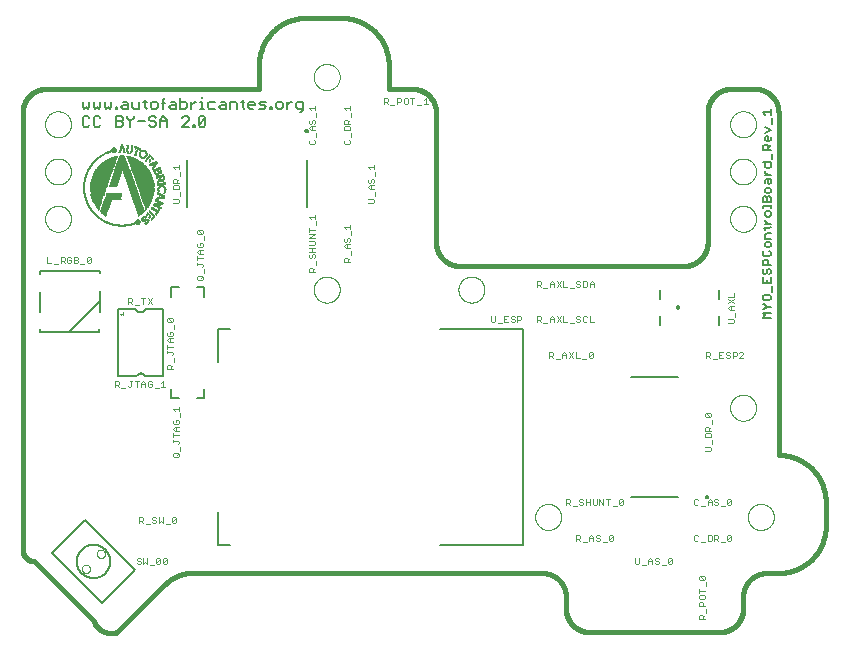
<source format=gto>
G75*
%MOIN*%
%OFA0B0*%
%FSLAX25Y25*%
%IPPOS*%
%LPD*%
%AMOC8*
5,1,8,0,0,1.08239X$1,22.5*
%
%ADD10C,0.00500*%
%ADD11C,0.00400*%
%ADD12C,0.01600*%
%ADD13C,0.00000*%
%ADD14C,0.00600*%
%ADD15R,0.01516X0.00028*%
%ADD16R,0.02260X0.00028*%
%ADD17R,0.02949X0.00028*%
%ADD18R,0.03390X0.00028*%
%ADD19R,0.03776X0.00028*%
%ADD20R,0.04106X0.00028*%
%ADD21R,0.04437X0.00028*%
%ADD22R,0.04713X0.00028*%
%ADD23R,0.04988X0.00028*%
%ADD24R,0.05264X0.00028*%
%ADD25R,0.05594X0.00028*%
%ADD26R,0.05815X0.00028*%
%ADD27R,0.06035X0.00028*%
%ADD28R,0.06256X0.00028*%
%ADD29R,0.06476X0.00028*%
%ADD30R,0.02783X0.00028*%
%ADD31R,0.02756X0.00028*%
%ADD32R,0.02453X0.00028*%
%ADD33R,0.02287X0.00028*%
%ADD34R,0.02122X0.00028*%
%ADD35R,0.00331X0.00028*%
%ADD36R,0.02012X0.00028*%
%ADD37R,0.00524X0.00028*%
%ADD38R,0.01846X0.00028*%
%ADD39R,0.01874X0.00028*%
%ADD40R,0.00661X0.00028*%
%ADD41R,0.01791X0.00028*%
%ADD42R,0.00772X0.00028*%
%ADD43R,0.01709X0.00028*%
%ADD44R,0.00882X0.00028*%
%ADD45R,0.01654X0.00028*%
%ADD46R,0.00937X0.00028*%
%ADD47R,0.01626X0.00028*%
%ADD48R,0.01047X0.00028*%
%ADD49R,0.01598X0.00028*%
%ADD50R,0.01130X0.00028*%
%ADD51R,0.00551X0.00028*%
%ADD52R,0.01543X0.00028*%
%ADD53R,0.01213X0.00028*%
%ADD54R,0.00689X0.00028*%
%ADD55R,0.01461X0.00028*%
%ADD56R,0.01240X0.00028*%
%ADD57R,0.01295X0.00028*%
%ADD58R,0.00854X0.00028*%
%ADD59R,0.01406X0.00028*%
%ADD60R,0.01323X0.00028*%
%ADD61R,0.01378X0.00028*%
%ADD62R,0.02701X0.00028*%
%ADD63R,0.00992X0.00028*%
%ADD64R,0.01350X0.00028*%
%ADD65R,0.02646X0.00028*%
%ADD66R,0.02535X0.00028*%
%ADD67R,0.02480X0.00028*%
%ADD68R,0.01020X0.00028*%
%ADD69R,0.02425X0.00028*%
%ADD70R,0.01268X0.00028*%
%ADD71R,0.02315X0.00028*%
%ADD72R,0.00965X0.00028*%
%ADD73R,0.02232X0.00028*%
%ADD74R,0.00909X0.00028*%
%ADD75R,0.00028X0.00028*%
%ADD76R,0.02177X0.00028*%
%ADD77R,0.00110X0.00028*%
%ADD78R,0.01185X0.00028*%
%ADD79R,0.02094X0.00028*%
%ADD80R,0.00799X0.00028*%
%ADD81R,0.00165X0.00028*%
%ADD82R,0.02039X0.00028*%
%ADD83R,0.00220X0.00028*%
%ADD84R,0.01157X0.00028*%
%ADD85R,0.01957X0.00028*%
%ADD86R,0.00717X0.00028*%
%ADD87R,0.00276X0.00028*%
%ADD88R,0.00634X0.00028*%
%ADD89R,0.00303X0.00028*%
%ADD90R,0.01819X0.00028*%
%ADD91R,0.00579X0.00028*%
%ADD92R,0.00358X0.00028*%
%ADD93R,0.01102X0.00028*%
%ADD94R,0.01736X0.00028*%
%ADD95R,0.00496X0.00028*%
%ADD96R,0.00386X0.00028*%
%ADD97R,0.01075X0.00028*%
%ADD98R,0.00469X0.00028*%
%ADD99R,0.00413X0.00028*%
%ADD100R,0.00055X0.00028*%
%ADD101R,0.00083X0.00028*%
%ADD102R,0.00606X0.00028*%
%ADD103R,0.00138X0.00028*%
%ADD104R,0.01681X0.00028*%
%ADD105R,0.00744X0.00028*%
%ADD106R,0.01488X0.00028*%
%ADD107R,0.01433X0.00028*%
%ADD108R,0.00827X0.00028*%
%ADD109R,0.00193X0.00028*%
%ADD110R,0.00441X0.00028*%
%ADD111R,0.00248X0.00028*%
%ADD112R,0.01571X0.00028*%
%ADD113R,0.01764X0.00028*%
%ADD114R,0.01929X0.00028*%
%ADD115R,0.01984X0.00028*%
%ADD116R,0.02067X0.00028*%
%ADD117R,0.02150X0.00028*%
%ADD118R,0.02205X0.00028*%
%ADD119R,0.02398X0.00028*%
%ADD120R,0.01902X0.00028*%
%ADD121R,0.02343X0.00028*%
%ADD122R,0.02370X0.00028*%
%ADD123R,0.02508X0.00028*%
%ADD124R,0.02563X0.00028*%
%ADD125R,0.02591X0.00028*%
%ADD126R,0.02618X0.00028*%
%ADD127R,0.02673X0.00028*%
%ADD128R,0.02728X0.00028*%
%ADD129R,0.02811X0.00028*%
%ADD130R,0.02839X0.00028*%
%ADD131R,0.02866X0.00028*%
%ADD132R,0.02894X0.00028*%
%ADD133R,0.02921X0.00028*%
%ADD134R,0.03004X0.00028*%
%ADD135R,0.03031X0.00028*%
%ADD136R,0.03059X0.00028*%
%ADD137R,0.03087X0.00028*%
%ADD138R,0.03114X0.00028*%
%ADD139R,0.03142X0.00028*%
%ADD140R,0.03169X0.00028*%
%ADD141R,0.03197X0.00028*%
%ADD142R,0.03224X0.00028*%
%ADD143R,0.03252X0.00028*%
%ADD144R,0.03280X0.00028*%
%ADD145R,0.03307X0.00028*%
%ADD146R,0.03335X0.00028*%
%ADD147R,0.03362X0.00028*%
%ADD148R,0.03417X0.00028*%
%ADD149R,0.03445X0.00028*%
%ADD150R,0.03472X0.00028*%
%ADD151R,0.03500X0.00028*%
%ADD152R,0.05732X0.00028*%
%ADD153R,0.05705X0.00028*%
%ADD154R,0.03528X0.00028*%
%ADD155R,0.05677X0.00028*%
%ADD156R,0.03555X0.00028*%
%ADD157R,0.03583X0.00028*%
%ADD158R,0.03610X0.00028*%
%ADD159R,0.05650X0.00028*%
%ADD160R,0.03638X0.00028*%
%ADD161R,0.03665X0.00028*%
%ADD162R,0.05622X0.00028*%
%ADD163R,0.03693X0.00028*%
%ADD164R,0.03720X0.00028*%
%ADD165R,0.03748X0.00028*%
%ADD166R,0.05567X0.00028*%
%ADD167R,0.03803X0.00028*%
%ADD168R,0.05539X0.00028*%
%ADD169R,0.03831X0.00028*%
%ADD170R,0.03858X0.00028*%
%ADD171R,0.03886X0.00028*%
%ADD172R,0.05512X0.00028*%
%ADD173R,0.03913X0.00028*%
%ADD174R,0.05484X0.00028*%
%ADD175R,0.03941X0.00028*%
%ADD176R,0.03969X0.00028*%
%ADD177R,0.05457X0.00028*%
%ADD178R,0.03996X0.00028*%
%ADD179R,0.04024X0.00028*%
%ADD180R,0.05429X0.00028*%
%ADD181R,0.04051X0.00028*%
%ADD182R,0.04079X0.00028*%
%ADD183R,0.05402X0.00028*%
%ADD184R,0.04134X0.00028*%
%ADD185R,0.05374X0.00028*%
%ADD186R,0.04161X0.00028*%
%ADD187R,0.05346X0.00028*%
%ADD188R,0.04189X0.00028*%
%ADD189R,0.04217X0.00028*%
%ADD190R,0.05319X0.00028*%
%ADD191R,0.04244X0.00028*%
%ADD192R,0.04272X0.00028*%
%ADD193R,0.05291X0.00028*%
%ADD194R,0.04299X0.00028*%
%ADD195R,0.04327X0.00028*%
%ADD196R,0.04354X0.00028*%
%ADD197R,0.05236X0.00028*%
%ADD198R,0.04382X0.00028*%
%ADD199R,0.04409X0.00028*%
%ADD200R,0.05209X0.00028*%
%ADD201R,0.04465X0.00028*%
%ADD202R,0.05181X0.00028*%
%ADD203R,0.04492X0.00028*%
%ADD204R,0.05154X0.00028*%
%ADD205R,0.04520X0.00028*%
%ADD206R,0.04547X0.00028*%
%ADD207R,0.05126X0.00028*%
%ADD208R,0.04575X0.00028*%
%ADD209R,0.05098X0.00028*%
%ADD210R,0.04602X0.00028*%
%ADD211R,0.04630X0.00028*%
%ADD212R,0.05071X0.00028*%
%ADD213R,0.04657X0.00028*%
%ADD214R,0.05043X0.00028*%
%ADD215R,0.04685X0.00028*%
%ADD216R,0.05016X0.00028*%
%ADD217R,0.04740X0.00028*%
%ADD218R,0.04768X0.00028*%
%ADD219R,0.04795X0.00028*%
%ADD220R,0.04823X0.00028*%
%ADD221R,0.04850X0.00028*%
%ADD222R,0.04878X0.00028*%
%ADD223R,0.04906X0.00028*%
%ADD224R,0.04933X0.00028*%
%ADD225R,0.04961X0.00028*%
%ADD226R,0.05760X0.00028*%
%ADD227R,0.05787X0.00028*%
%ADD228R,0.05843X0.00028*%
%ADD229R,0.05870X0.00028*%
%ADD230R,0.05898X0.00028*%
%ADD231R,0.05925X0.00028*%
%ADD232R,0.05953X0.00028*%
%ADD233R,0.05980X0.00028*%
%ADD234R,0.06008X0.00028*%
%ADD235R,0.06063X0.00028*%
%ADD236R,0.06091X0.00028*%
%ADD237R,0.06118X0.00028*%
%ADD238R,0.06146X0.00028*%
%ADD239R,0.02976X0.00028*%
%ADD240C,0.00800*%
%ADD241C,0.00787*%
%ADD242C,0.00100*%
D10*
X0058686Y0056037D02*
X0069822Y0067173D01*
X0053118Y0083876D01*
X0041983Y0072741D01*
X0058686Y0056037D01*
X0050334Y0069957D02*
X0050336Y0070106D01*
X0050342Y0070255D01*
X0050352Y0070403D01*
X0050366Y0070551D01*
X0050384Y0070699D01*
X0050405Y0070846D01*
X0050431Y0070993D01*
X0050461Y0071139D01*
X0050494Y0071284D01*
X0050532Y0071428D01*
X0050573Y0071571D01*
X0050618Y0071713D01*
X0050667Y0071854D01*
X0050720Y0071993D01*
X0050776Y0072131D01*
X0050836Y0072267D01*
X0050899Y0072402D01*
X0050966Y0072534D01*
X0051037Y0072665D01*
X0051111Y0072795D01*
X0051189Y0072922D01*
X0051270Y0073047D01*
X0051354Y0073169D01*
X0051442Y0073290D01*
X0051532Y0073408D01*
X0051626Y0073523D01*
X0051723Y0073636D01*
X0051823Y0073747D01*
X0051926Y0073854D01*
X0052031Y0073959D01*
X0052140Y0074061D01*
X0052251Y0074161D01*
X0052364Y0074257D01*
X0052481Y0074350D01*
X0052599Y0074440D01*
X0052720Y0074526D01*
X0052843Y0074610D01*
X0052969Y0074690D01*
X0053097Y0074767D01*
X0053226Y0074840D01*
X0053358Y0074910D01*
X0053491Y0074976D01*
X0053626Y0075039D01*
X0053763Y0075098D01*
X0053901Y0075153D01*
X0054040Y0075205D01*
X0054181Y0075252D01*
X0054324Y0075297D01*
X0054467Y0075337D01*
X0054611Y0075373D01*
X0054756Y0075406D01*
X0054903Y0075435D01*
X0055049Y0075459D01*
X0055197Y0075480D01*
X0055345Y0075497D01*
X0055493Y0075510D01*
X0055642Y0075519D01*
X0055790Y0075524D01*
X0055939Y0075525D01*
X0056088Y0075522D01*
X0056237Y0075515D01*
X0056385Y0075504D01*
X0056533Y0075489D01*
X0056681Y0075470D01*
X0056828Y0075447D01*
X0056975Y0075421D01*
X0057120Y0075390D01*
X0057265Y0075356D01*
X0057409Y0075317D01*
X0057552Y0075275D01*
X0057693Y0075229D01*
X0057834Y0075179D01*
X0057972Y0075126D01*
X0058110Y0075069D01*
X0058246Y0075008D01*
X0058380Y0074943D01*
X0058512Y0074875D01*
X0058643Y0074804D01*
X0058772Y0074729D01*
X0058898Y0074650D01*
X0059022Y0074568D01*
X0059145Y0074483D01*
X0059264Y0074395D01*
X0059382Y0074304D01*
X0059497Y0074209D01*
X0059609Y0074111D01*
X0059719Y0074011D01*
X0059826Y0073907D01*
X0059930Y0073801D01*
X0060032Y0073692D01*
X0060130Y0073580D01*
X0060225Y0073466D01*
X0060318Y0073349D01*
X0060407Y0073230D01*
X0060492Y0073108D01*
X0060575Y0072984D01*
X0060654Y0072858D01*
X0060730Y0072730D01*
X0060803Y0072600D01*
X0060872Y0072468D01*
X0060937Y0072334D01*
X0060999Y0072199D01*
X0061057Y0072062D01*
X0061111Y0071923D01*
X0061162Y0071783D01*
X0061209Y0071642D01*
X0061252Y0071500D01*
X0061291Y0071356D01*
X0061327Y0071212D01*
X0061358Y0071066D01*
X0061386Y0070920D01*
X0061410Y0070773D01*
X0061430Y0070625D01*
X0061446Y0070477D01*
X0061458Y0070329D01*
X0061466Y0070180D01*
X0061470Y0070031D01*
X0061470Y0069883D01*
X0061466Y0069734D01*
X0061458Y0069585D01*
X0061446Y0069437D01*
X0061430Y0069289D01*
X0061410Y0069141D01*
X0061386Y0068994D01*
X0061358Y0068848D01*
X0061327Y0068702D01*
X0061291Y0068558D01*
X0061252Y0068414D01*
X0061209Y0068272D01*
X0061162Y0068131D01*
X0061111Y0067991D01*
X0061057Y0067852D01*
X0060999Y0067715D01*
X0060937Y0067580D01*
X0060872Y0067446D01*
X0060803Y0067314D01*
X0060730Y0067184D01*
X0060654Y0067056D01*
X0060575Y0066930D01*
X0060492Y0066806D01*
X0060407Y0066684D01*
X0060318Y0066565D01*
X0060225Y0066448D01*
X0060130Y0066334D01*
X0060032Y0066222D01*
X0059930Y0066113D01*
X0059826Y0066007D01*
X0059719Y0065903D01*
X0059609Y0065803D01*
X0059497Y0065705D01*
X0059382Y0065610D01*
X0059264Y0065519D01*
X0059145Y0065431D01*
X0059022Y0065346D01*
X0058898Y0065264D01*
X0058772Y0065185D01*
X0058643Y0065110D01*
X0058512Y0065039D01*
X0058380Y0064971D01*
X0058246Y0064906D01*
X0058110Y0064845D01*
X0057972Y0064788D01*
X0057834Y0064735D01*
X0057693Y0064685D01*
X0057552Y0064639D01*
X0057409Y0064597D01*
X0057265Y0064558D01*
X0057120Y0064524D01*
X0056975Y0064493D01*
X0056828Y0064467D01*
X0056681Y0064444D01*
X0056533Y0064425D01*
X0056385Y0064410D01*
X0056237Y0064399D01*
X0056088Y0064392D01*
X0055939Y0064389D01*
X0055790Y0064390D01*
X0055642Y0064395D01*
X0055493Y0064404D01*
X0055345Y0064417D01*
X0055197Y0064434D01*
X0055049Y0064455D01*
X0054903Y0064479D01*
X0054756Y0064508D01*
X0054611Y0064541D01*
X0054467Y0064577D01*
X0054324Y0064617D01*
X0054181Y0064662D01*
X0054040Y0064709D01*
X0053901Y0064761D01*
X0053763Y0064816D01*
X0053626Y0064875D01*
X0053491Y0064938D01*
X0053358Y0065004D01*
X0053226Y0065074D01*
X0053097Y0065147D01*
X0052969Y0065224D01*
X0052843Y0065304D01*
X0052720Y0065388D01*
X0052599Y0065474D01*
X0052481Y0065564D01*
X0052364Y0065657D01*
X0052251Y0065753D01*
X0052140Y0065853D01*
X0052031Y0065955D01*
X0051926Y0066060D01*
X0051823Y0066167D01*
X0051723Y0066278D01*
X0051626Y0066391D01*
X0051532Y0066506D01*
X0051442Y0066624D01*
X0051354Y0066745D01*
X0051270Y0066867D01*
X0051189Y0066992D01*
X0051111Y0067119D01*
X0051037Y0067249D01*
X0050966Y0067380D01*
X0050899Y0067512D01*
X0050836Y0067647D01*
X0050776Y0067783D01*
X0050720Y0067921D01*
X0050667Y0068060D01*
X0050618Y0068201D01*
X0050573Y0068343D01*
X0050532Y0068486D01*
X0050494Y0068630D01*
X0050461Y0068775D01*
X0050431Y0068921D01*
X0050405Y0069068D01*
X0050384Y0069215D01*
X0050366Y0069363D01*
X0050352Y0069511D01*
X0050342Y0069659D01*
X0050336Y0069808D01*
X0050334Y0069957D01*
X0087142Y0188067D02*
X0087142Y0203815D01*
X0127024Y0203815D02*
X0127024Y0188067D01*
X0235036Y0131236D02*
X0250784Y0131236D01*
X0278959Y0150990D02*
X0279860Y0151891D01*
X0278959Y0152792D01*
X0281662Y0152792D01*
X0281662Y0150990D02*
X0278959Y0150990D01*
X0278959Y0153937D02*
X0279410Y0153937D01*
X0280311Y0154837D01*
X0281662Y0154837D01*
X0280311Y0154837D02*
X0279410Y0155738D01*
X0278959Y0155738D01*
X0279410Y0156883D02*
X0278959Y0157334D01*
X0278959Y0158234D01*
X0279410Y0158685D01*
X0281211Y0158685D01*
X0281662Y0158234D01*
X0281662Y0157334D01*
X0281211Y0156883D01*
X0279410Y0156883D01*
X0282112Y0159830D02*
X0282112Y0161631D01*
X0281662Y0162776D02*
X0281662Y0164578D01*
X0281211Y0165723D02*
X0281662Y0166173D01*
X0281662Y0167074D01*
X0281211Y0167524D01*
X0280761Y0167524D01*
X0280311Y0167074D01*
X0280311Y0166173D01*
X0279860Y0165723D01*
X0279410Y0165723D01*
X0278959Y0166173D01*
X0278959Y0167074D01*
X0279410Y0167524D01*
X0278959Y0168669D02*
X0281662Y0168669D01*
X0280761Y0168669D02*
X0280761Y0170020D01*
X0280311Y0170471D01*
X0279410Y0170471D01*
X0278959Y0170020D01*
X0278959Y0168669D01*
X0279410Y0171616D02*
X0278959Y0172066D01*
X0278959Y0172967D01*
X0279410Y0173417D01*
X0280311Y0174562D02*
X0281211Y0174562D01*
X0281662Y0175013D01*
X0281662Y0175913D01*
X0281211Y0176364D01*
X0280311Y0176364D01*
X0279860Y0175913D01*
X0279860Y0175013D01*
X0280311Y0174562D01*
X0281211Y0173417D02*
X0281662Y0172967D01*
X0281662Y0172066D01*
X0281211Y0171616D01*
X0279410Y0171616D01*
X0279860Y0177509D02*
X0279860Y0178860D01*
X0280311Y0179310D01*
X0281662Y0179310D01*
X0281211Y0180906D02*
X0281662Y0181356D01*
X0281211Y0180906D02*
X0279410Y0180906D01*
X0279860Y0181356D02*
X0279860Y0180455D01*
X0279860Y0182420D02*
X0281662Y0182420D01*
X0280761Y0182420D02*
X0279860Y0183320D01*
X0279860Y0183771D01*
X0280311Y0184875D02*
X0281211Y0184875D01*
X0281662Y0185326D01*
X0281662Y0186226D01*
X0281211Y0186677D01*
X0280311Y0186677D01*
X0279860Y0186226D01*
X0279860Y0185326D01*
X0280311Y0184875D01*
X0281662Y0187822D02*
X0281662Y0188722D01*
X0281662Y0188272D02*
X0278959Y0188272D01*
X0278959Y0187822D01*
X0278959Y0189786D02*
X0278959Y0191137D01*
X0279410Y0191588D01*
X0279860Y0191588D01*
X0280311Y0191137D01*
X0280311Y0189786D01*
X0281662Y0189786D02*
X0281662Y0191137D01*
X0281211Y0191588D01*
X0280761Y0191588D01*
X0280311Y0191137D01*
X0280311Y0192733D02*
X0281211Y0192733D01*
X0281662Y0193183D01*
X0281662Y0194084D01*
X0281211Y0194534D01*
X0280311Y0194534D01*
X0279860Y0194084D01*
X0279860Y0193183D01*
X0280311Y0192733D01*
X0281211Y0195679D02*
X0280761Y0196129D01*
X0280761Y0197481D01*
X0280311Y0197481D02*
X0281662Y0197481D01*
X0281662Y0196129D01*
X0281211Y0195679D01*
X0279860Y0196129D02*
X0279860Y0197030D01*
X0280311Y0197481D01*
X0280761Y0198626D02*
X0279860Y0199526D01*
X0279860Y0199977D01*
X0280311Y0201081D02*
X0279860Y0201531D01*
X0279860Y0202883D01*
X0278959Y0202883D02*
X0281662Y0202883D01*
X0281662Y0201531D01*
X0281211Y0201081D01*
X0280311Y0201081D01*
X0279860Y0198626D02*
X0281662Y0198626D01*
X0282112Y0204028D02*
X0282112Y0205829D01*
X0281662Y0206974D02*
X0278959Y0206974D01*
X0278959Y0208325D01*
X0279410Y0208776D01*
X0280311Y0208776D01*
X0280761Y0208325D01*
X0280761Y0206974D01*
X0280761Y0207875D02*
X0281662Y0208776D01*
X0281211Y0209921D02*
X0280311Y0209921D01*
X0279860Y0210371D01*
X0279860Y0211272D01*
X0280311Y0211722D01*
X0280761Y0211722D01*
X0280761Y0209921D01*
X0281211Y0209921D02*
X0281662Y0210371D01*
X0281662Y0211272D01*
X0279860Y0212867D02*
X0281662Y0213768D01*
X0279860Y0214669D01*
X0282112Y0215814D02*
X0282112Y0217615D01*
X0281662Y0218760D02*
X0281662Y0220562D01*
X0281662Y0219661D02*
X0278959Y0219661D01*
X0279860Y0218760D01*
X0278959Y0189786D02*
X0281662Y0189786D01*
X0281662Y0177509D02*
X0279860Y0177509D01*
X0278959Y0164578D02*
X0278959Y0162776D01*
X0281662Y0162776D01*
X0280311Y0162776D02*
X0280311Y0163677D01*
X0250784Y0091354D02*
X0235036Y0091354D01*
D11*
X0232494Y0090310D02*
X0231160Y0088975D01*
X0231493Y0088642D01*
X0232160Y0088642D01*
X0232494Y0088975D01*
X0232494Y0090310D01*
X0232160Y0090643D01*
X0231493Y0090643D01*
X0231160Y0090310D01*
X0231160Y0088975D01*
X0230284Y0088308D02*
X0228950Y0088308D01*
X0227407Y0088642D02*
X0227407Y0090643D01*
X0226740Y0090643D02*
X0228074Y0090643D01*
X0225864Y0090643D02*
X0225864Y0088642D01*
X0224530Y0090643D01*
X0224530Y0088642D01*
X0223655Y0088975D02*
X0223655Y0090643D01*
X0222320Y0090643D02*
X0222320Y0088975D01*
X0222654Y0088642D01*
X0223321Y0088642D01*
X0223655Y0088975D01*
X0221445Y0088642D02*
X0221445Y0090643D01*
X0221445Y0089643D02*
X0220110Y0089643D01*
X0219235Y0089309D02*
X0219235Y0088975D01*
X0218901Y0088642D01*
X0218234Y0088642D01*
X0217900Y0088975D01*
X0218234Y0089643D02*
X0218901Y0089643D01*
X0219235Y0089309D01*
X0219235Y0090310D02*
X0218901Y0090643D01*
X0218234Y0090643D01*
X0217900Y0090310D01*
X0217900Y0089976D01*
X0218234Y0089643D01*
X0217025Y0088308D02*
X0215690Y0088308D01*
X0214815Y0088642D02*
X0214148Y0089309D01*
X0214481Y0089309D02*
X0213481Y0089309D01*
X0213481Y0088642D02*
X0213481Y0090643D01*
X0214481Y0090643D01*
X0214815Y0090310D01*
X0214815Y0089643D01*
X0214481Y0089309D01*
X0220110Y0088642D02*
X0220110Y0090643D01*
X0221882Y0078832D02*
X0222550Y0078165D01*
X0222550Y0076831D01*
X0223425Y0077164D02*
X0223759Y0076831D01*
X0224426Y0076831D01*
X0224760Y0077164D01*
X0224760Y0077498D01*
X0224426Y0077832D01*
X0223759Y0077832D01*
X0223425Y0078165D01*
X0223425Y0078499D01*
X0223759Y0078832D01*
X0224426Y0078832D01*
X0224760Y0078499D01*
X0225635Y0076497D02*
X0226969Y0076497D01*
X0227845Y0077164D02*
X0229179Y0078499D01*
X0229179Y0077164D01*
X0228846Y0076831D01*
X0228178Y0076831D01*
X0227845Y0077164D01*
X0227845Y0078499D01*
X0228178Y0078832D01*
X0228846Y0078832D01*
X0229179Y0078499D01*
X0222550Y0077832D02*
X0221215Y0077832D01*
X0221215Y0078165D02*
X0221882Y0078832D01*
X0221215Y0078165D02*
X0221215Y0076831D01*
X0220340Y0076497D02*
X0219005Y0076497D01*
X0218130Y0076831D02*
X0217463Y0077498D01*
X0217796Y0077498D02*
X0216795Y0077498D01*
X0216795Y0076831D02*
X0216795Y0078832D01*
X0217796Y0078832D01*
X0218130Y0078499D01*
X0218130Y0077832D01*
X0217796Y0077498D01*
X0236480Y0070958D02*
X0236480Y0069290D01*
X0236814Y0068957D01*
X0237481Y0068957D01*
X0237815Y0069290D01*
X0237815Y0070958D01*
X0238690Y0068623D02*
X0240025Y0068623D01*
X0240900Y0068957D02*
X0240900Y0070291D01*
X0241567Y0070958D01*
X0242235Y0070291D01*
X0242235Y0068957D01*
X0243110Y0069290D02*
X0243444Y0068957D01*
X0244111Y0068957D01*
X0244445Y0069290D01*
X0244445Y0069624D01*
X0244111Y0069958D01*
X0243444Y0069958D01*
X0243110Y0070291D01*
X0243110Y0070625D01*
X0243444Y0070958D01*
X0244111Y0070958D01*
X0244445Y0070625D01*
X0245320Y0068623D02*
X0246654Y0068623D01*
X0247530Y0069290D02*
X0248864Y0070625D01*
X0248864Y0069290D01*
X0248531Y0068957D01*
X0247863Y0068957D01*
X0247530Y0069290D01*
X0247530Y0070625D01*
X0247863Y0070958D01*
X0248531Y0070958D01*
X0248864Y0070625D01*
X0242235Y0069958D02*
X0240900Y0069958D01*
X0256165Y0077164D02*
X0256499Y0076831D01*
X0257166Y0076831D01*
X0257500Y0077164D01*
X0258375Y0076497D02*
X0259710Y0076497D01*
X0260585Y0076831D02*
X0261586Y0076831D01*
X0261920Y0077164D01*
X0261920Y0078499D01*
X0261586Y0078832D01*
X0260585Y0078832D01*
X0260585Y0076831D01*
X0262795Y0076831D02*
X0262795Y0078832D01*
X0263796Y0078832D01*
X0264130Y0078499D01*
X0264130Y0077832D01*
X0263796Y0077498D01*
X0262795Y0077498D01*
X0263462Y0077498D02*
X0264130Y0076831D01*
X0265005Y0076497D02*
X0266339Y0076497D01*
X0267215Y0077164D02*
X0268549Y0078499D01*
X0268549Y0077164D01*
X0268216Y0076831D01*
X0267548Y0076831D01*
X0267215Y0077164D01*
X0267215Y0078499D01*
X0267548Y0078832D01*
X0268216Y0078832D01*
X0268549Y0078499D01*
X0257500Y0078499D02*
X0257166Y0078832D01*
X0256499Y0078832D01*
X0256165Y0078499D01*
X0256165Y0077164D01*
X0258375Y0088308D02*
X0259710Y0088308D01*
X0260585Y0088642D02*
X0260585Y0089976D01*
X0261252Y0090643D01*
X0261920Y0089976D01*
X0261920Y0088642D01*
X0262795Y0088975D02*
X0263129Y0088642D01*
X0263796Y0088642D01*
X0264130Y0088975D01*
X0264130Y0089309D01*
X0263796Y0089643D01*
X0263129Y0089643D01*
X0262795Y0089976D01*
X0262795Y0090310D01*
X0263129Y0090643D01*
X0263796Y0090643D01*
X0264130Y0090310D01*
X0265005Y0088308D02*
X0266339Y0088308D01*
X0267215Y0088975D02*
X0268549Y0090310D01*
X0268549Y0088975D01*
X0268216Y0088642D01*
X0267548Y0088642D01*
X0267215Y0088975D01*
X0267215Y0090310D01*
X0267548Y0090643D01*
X0268216Y0090643D01*
X0268549Y0090310D01*
X0261920Y0089643D02*
X0260585Y0089643D01*
X0257500Y0090310D02*
X0257166Y0090643D01*
X0256499Y0090643D01*
X0256165Y0090310D01*
X0256165Y0088975D01*
X0256499Y0088642D01*
X0257166Y0088642D01*
X0257500Y0088975D01*
X0259625Y0106834D02*
X0261293Y0106834D01*
X0261627Y0107168D01*
X0261627Y0107835D01*
X0261293Y0108169D01*
X0259625Y0108169D01*
X0261960Y0109044D02*
X0261960Y0110378D01*
X0261627Y0111254D02*
X0261627Y0112255D01*
X0261293Y0112588D01*
X0259959Y0112588D01*
X0259625Y0112255D01*
X0259625Y0111254D01*
X0261627Y0111254D01*
X0261627Y0113464D02*
X0259625Y0113464D01*
X0259625Y0114465D01*
X0259959Y0114798D01*
X0260626Y0114798D01*
X0260959Y0114465D01*
X0260959Y0113464D01*
X0260959Y0114131D02*
X0261627Y0114798D01*
X0261960Y0115674D02*
X0261960Y0117008D01*
X0261293Y0117884D02*
X0259959Y0119218D01*
X0261293Y0119218D01*
X0261627Y0118884D01*
X0261627Y0118217D01*
X0261293Y0117884D01*
X0259959Y0117884D01*
X0259625Y0118217D01*
X0259625Y0118884D01*
X0259959Y0119218D01*
X0262312Y0137521D02*
X0263647Y0137521D01*
X0264522Y0137854D02*
X0265857Y0137854D01*
X0266732Y0138188D02*
X0267066Y0137854D01*
X0267733Y0137854D01*
X0268067Y0138188D01*
X0268067Y0138522D01*
X0267733Y0138855D01*
X0267066Y0138855D01*
X0266732Y0139189D01*
X0266732Y0139522D01*
X0267066Y0139856D01*
X0267733Y0139856D01*
X0268067Y0139522D01*
X0268942Y0139856D02*
X0269943Y0139856D01*
X0270276Y0139522D01*
X0270276Y0138855D01*
X0269943Y0138522D01*
X0268942Y0138522D01*
X0268942Y0137854D02*
X0268942Y0139856D01*
X0271152Y0139522D02*
X0271485Y0139856D01*
X0272153Y0139856D01*
X0272486Y0139522D01*
X0272486Y0139189D01*
X0271152Y0137854D01*
X0272486Y0137854D01*
X0265857Y0139856D02*
X0264522Y0139856D01*
X0264522Y0137854D01*
X0264522Y0138855D02*
X0265189Y0138855D01*
X0261437Y0138855D02*
X0261437Y0139522D01*
X0261103Y0139856D01*
X0260102Y0139856D01*
X0260102Y0137854D01*
X0260102Y0138522D02*
X0261103Y0138522D01*
X0261437Y0138855D01*
X0260770Y0138522D02*
X0261437Y0137854D01*
X0267499Y0149278D02*
X0269167Y0149278D01*
X0269501Y0149611D01*
X0269501Y0150278D01*
X0269167Y0150612D01*
X0267499Y0150612D01*
X0269834Y0151488D02*
X0269834Y0152822D01*
X0269501Y0153697D02*
X0268166Y0153697D01*
X0267499Y0154365D01*
X0268166Y0155032D01*
X0269501Y0155032D01*
X0269501Y0155907D02*
X0267499Y0157242D01*
X0267499Y0158117D02*
X0269501Y0158117D01*
X0269501Y0159452D01*
X0269501Y0157242D02*
X0267499Y0155907D01*
X0268500Y0155032D02*
X0268500Y0153697D01*
X0222652Y0149665D02*
X0221317Y0149665D01*
X0221317Y0151667D01*
X0220442Y0151333D02*
X0220108Y0151667D01*
X0219441Y0151667D01*
X0219107Y0151333D01*
X0219107Y0149999D01*
X0219441Y0149665D01*
X0220108Y0149665D01*
X0220442Y0149999D01*
X0218232Y0149999D02*
X0217898Y0149665D01*
X0217231Y0149665D01*
X0216897Y0149999D01*
X0217231Y0150666D02*
X0217898Y0150666D01*
X0218232Y0150333D01*
X0218232Y0149999D01*
X0217231Y0150666D02*
X0216897Y0151000D01*
X0216897Y0151333D01*
X0217231Y0151667D01*
X0217898Y0151667D01*
X0218232Y0151333D01*
X0216022Y0149332D02*
X0214687Y0149332D01*
X0213812Y0149665D02*
X0212478Y0149665D01*
X0212478Y0151667D01*
X0211602Y0151667D02*
X0210268Y0149665D01*
X0209392Y0149665D02*
X0209392Y0151000D01*
X0208725Y0151667D01*
X0208058Y0151000D01*
X0208058Y0149665D01*
X0207182Y0149332D02*
X0205848Y0149332D01*
X0204973Y0149665D02*
X0204305Y0150333D01*
X0204639Y0150333D02*
X0203638Y0150333D01*
X0203638Y0149665D02*
X0203638Y0151667D01*
X0204639Y0151667D01*
X0204973Y0151333D01*
X0204973Y0150666D01*
X0204639Y0150333D01*
X0208058Y0150666D02*
X0209392Y0150666D01*
X0210268Y0151667D02*
X0211602Y0149665D01*
X0212903Y0139856D02*
X0213571Y0139189D01*
X0213571Y0137854D01*
X0214446Y0137854D02*
X0215781Y0139856D01*
X0216656Y0139856D02*
X0216656Y0137854D01*
X0217990Y0137854D01*
X0218866Y0137521D02*
X0220200Y0137521D01*
X0221076Y0138188D02*
X0222410Y0139522D01*
X0222410Y0138188D01*
X0222077Y0137854D01*
X0221409Y0137854D01*
X0221076Y0138188D01*
X0221076Y0139522D01*
X0221409Y0139856D01*
X0222077Y0139856D01*
X0222410Y0139522D01*
X0215781Y0137854D02*
X0214446Y0139856D01*
X0213571Y0138855D02*
X0212236Y0138855D01*
X0212236Y0139189D02*
X0212903Y0139856D01*
X0212236Y0139189D02*
X0212236Y0137854D01*
X0211361Y0137521D02*
X0210026Y0137521D01*
X0209151Y0137854D02*
X0208484Y0138522D01*
X0208817Y0138522D02*
X0207816Y0138522D01*
X0207816Y0137854D02*
X0207816Y0139856D01*
X0208817Y0139856D01*
X0209151Y0139522D01*
X0209151Y0138855D01*
X0208817Y0138522D01*
X0198213Y0150333D02*
X0197212Y0150333D01*
X0197212Y0149665D02*
X0197212Y0151667D01*
X0198213Y0151667D01*
X0198547Y0151333D01*
X0198547Y0150666D01*
X0198213Y0150333D01*
X0196337Y0150333D02*
X0196337Y0149999D01*
X0196003Y0149665D01*
X0195336Y0149665D01*
X0195002Y0149999D01*
X0195336Y0150666D02*
X0196003Y0150666D01*
X0196337Y0150333D01*
X0196337Y0151333D02*
X0196003Y0151667D01*
X0195336Y0151667D01*
X0195002Y0151333D01*
X0195002Y0151000D01*
X0195336Y0150666D01*
X0194127Y0149665D02*
X0192793Y0149665D01*
X0192793Y0151667D01*
X0194127Y0151667D01*
X0193460Y0150666D02*
X0192793Y0150666D01*
X0191917Y0149332D02*
X0190583Y0149332D01*
X0189707Y0149999D02*
X0189707Y0151667D01*
X0188373Y0151667D02*
X0188373Y0149999D01*
X0188706Y0149665D01*
X0189374Y0149665D01*
X0189707Y0149999D01*
X0203638Y0161476D02*
X0203638Y0163478D01*
X0204639Y0163478D01*
X0204973Y0163144D01*
X0204973Y0162477D01*
X0204639Y0162144D01*
X0203638Y0162144D01*
X0204305Y0162144D02*
X0204973Y0161476D01*
X0205848Y0161143D02*
X0207182Y0161143D01*
X0208058Y0161476D02*
X0208058Y0162811D01*
X0208725Y0163478D01*
X0209392Y0162811D01*
X0209392Y0161476D01*
X0210268Y0161476D02*
X0211602Y0163478D01*
X0212478Y0163478D02*
X0212478Y0161476D01*
X0213812Y0161476D01*
X0214687Y0161143D02*
X0216022Y0161143D01*
X0216897Y0161810D02*
X0217231Y0161476D01*
X0217898Y0161476D01*
X0218232Y0161810D01*
X0218232Y0162144D01*
X0217898Y0162477D01*
X0217231Y0162477D01*
X0216897Y0162811D01*
X0216897Y0163144D01*
X0217231Y0163478D01*
X0217898Y0163478D01*
X0218232Y0163144D01*
X0219107Y0163478D02*
X0220108Y0163478D01*
X0220442Y0163144D01*
X0220442Y0161810D01*
X0220108Y0161476D01*
X0219107Y0161476D01*
X0219107Y0163478D01*
X0221317Y0162811D02*
X0221984Y0163478D01*
X0222652Y0162811D01*
X0222652Y0161476D01*
X0222652Y0162477D02*
X0221317Y0162477D01*
X0221317Y0162811D02*
X0221317Y0161476D01*
X0211602Y0161476D02*
X0210268Y0163478D01*
X0209392Y0162477D02*
X0208058Y0162477D01*
X0149756Y0191721D02*
X0149756Y0193056D01*
X0149422Y0193931D02*
X0148087Y0193931D01*
X0147420Y0194598D01*
X0148087Y0195266D01*
X0149422Y0195266D01*
X0149088Y0196141D02*
X0149422Y0196475D01*
X0149422Y0197142D01*
X0149088Y0197475D01*
X0148755Y0197475D01*
X0148421Y0197142D01*
X0148421Y0196475D01*
X0148087Y0196141D01*
X0147754Y0196141D01*
X0147420Y0196475D01*
X0147420Y0197142D01*
X0147754Y0197475D01*
X0149756Y0198351D02*
X0149756Y0199685D01*
X0149422Y0200561D02*
X0149422Y0201895D01*
X0149422Y0201228D02*
X0147420Y0201228D01*
X0148087Y0200561D01*
X0148421Y0195266D02*
X0148421Y0193931D01*
X0149088Y0190846D02*
X0147420Y0190846D01*
X0147420Y0189511D02*
X0149088Y0189511D01*
X0149422Y0189845D01*
X0149422Y0190512D01*
X0149088Y0190846D01*
X0141548Y0182210D02*
X0141548Y0180876D01*
X0141548Y0181543D02*
X0139546Y0181543D01*
X0140213Y0180876D01*
X0141882Y0180000D02*
X0141882Y0178666D01*
X0141214Y0177790D02*
X0141548Y0177457D01*
X0141548Y0176789D01*
X0141214Y0176456D01*
X0140547Y0176789D02*
X0140547Y0177457D01*
X0140881Y0177790D01*
X0141214Y0177790D01*
X0140547Y0176789D02*
X0140213Y0176456D01*
X0139880Y0176456D01*
X0139546Y0176789D01*
X0139546Y0177457D01*
X0139880Y0177790D01*
X0140213Y0175580D02*
X0139546Y0174913D01*
X0140213Y0174246D01*
X0141548Y0174246D01*
X0141882Y0173371D02*
X0141882Y0172036D01*
X0141548Y0171161D02*
X0140881Y0170493D01*
X0140881Y0170827D02*
X0140881Y0169826D01*
X0141548Y0169826D02*
X0139546Y0169826D01*
X0139546Y0170827D01*
X0139880Y0171161D01*
X0140547Y0171161D01*
X0140881Y0170827D01*
X0140547Y0174246D02*
X0140547Y0175580D01*
X0140213Y0175580D02*
X0141548Y0175580D01*
X0129737Y0175685D02*
X0129737Y0176352D01*
X0129403Y0176685D01*
X0127735Y0176685D01*
X0127735Y0177561D02*
X0129737Y0178895D01*
X0127735Y0178895D01*
X0127735Y0179771D02*
X0127735Y0181105D01*
X0127735Y0180438D02*
X0129737Y0180438D01*
X0130070Y0181981D02*
X0130070Y0183315D01*
X0129737Y0184190D02*
X0129737Y0185525D01*
X0129737Y0184858D02*
X0127735Y0184858D01*
X0128402Y0184190D01*
X0127735Y0177561D02*
X0129737Y0177561D01*
X0129737Y0175685D02*
X0129403Y0175351D01*
X0127735Y0175351D01*
X0127735Y0174476D02*
X0129737Y0174476D01*
X0128736Y0174476D02*
X0128736Y0173141D01*
X0129070Y0172266D02*
X0129403Y0172266D01*
X0129737Y0171932D01*
X0129737Y0171265D01*
X0129403Y0170931D01*
X0128736Y0171265D02*
X0128736Y0171932D01*
X0129070Y0172266D01*
X0128069Y0172266D02*
X0127735Y0171932D01*
X0127735Y0171265D01*
X0128069Y0170931D01*
X0128402Y0170931D01*
X0128736Y0171265D01*
X0130070Y0170056D02*
X0130070Y0168721D01*
X0129737Y0167846D02*
X0129070Y0167179D01*
X0129070Y0167512D02*
X0129070Y0166511D01*
X0129737Y0166511D02*
X0127735Y0166511D01*
X0127735Y0167512D01*
X0128069Y0167846D01*
X0128736Y0167846D01*
X0129070Y0167512D01*
X0129737Y0173141D02*
X0127735Y0173141D01*
X0092669Y0176939D02*
X0092669Y0178273D01*
X0092002Y0179148D02*
X0090667Y0180483D01*
X0092002Y0180483D01*
X0092335Y0180149D01*
X0092335Y0179482D01*
X0092002Y0179148D01*
X0090667Y0179148D01*
X0090334Y0179482D01*
X0090334Y0180149D01*
X0090667Y0180483D01*
X0090667Y0176063D02*
X0090334Y0175730D01*
X0090334Y0175062D01*
X0090667Y0174729D01*
X0092002Y0174729D01*
X0092335Y0175062D01*
X0092335Y0175730D01*
X0092002Y0176063D01*
X0091334Y0176063D01*
X0091334Y0175396D01*
X0091334Y0173853D02*
X0091334Y0172519D01*
X0091001Y0172519D02*
X0090334Y0173186D01*
X0091001Y0173853D01*
X0092335Y0173853D01*
X0092335Y0172519D02*
X0091001Y0172519D01*
X0090334Y0171643D02*
X0090334Y0170309D01*
X0090334Y0170976D02*
X0092335Y0170976D01*
X0092002Y0169100D02*
X0090334Y0169100D01*
X0090334Y0168766D02*
X0090334Y0169434D01*
X0092002Y0169100D02*
X0092335Y0168766D01*
X0092335Y0168433D01*
X0092002Y0168099D01*
X0092669Y0167224D02*
X0092669Y0165889D01*
X0092335Y0165014D02*
X0091668Y0164347D01*
X0092002Y0165014D02*
X0092335Y0164680D01*
X0092335Y0164013D01*
X0092002Y0163679D01*
X0090667Y0163679D01*
X0090334Y0164013D01*
X0090334Y0164680D01*
X0090667Y0165014D01*
X0092002Y0165014D01*
X0082159Y0150955D02*
X0082493Y0150622D01*
X0082493Y0149955D01*
X0082159Y0149621D01*
X0080825Y0150955D01*
X0082159Y0150955D01*
X0082159Y0149621D02*
X0080825Y0149621D01*
X0080491Y0149955D01*
X0080491Y0150622D01*
X0080825Y0150955D01*
X0082826Y0148746D02*
X0082826Y0147411D01*
X0082159Y0146536D02*
X0081492Y0146536D01*
X0081492Y0145868D01*
X0082159Y0145201D02*
X0082493Y0145535D01*
X0082493Y0146202D01*
X0082159Y0146536D01*
X0080825Y0146536D02*
X0080491Y0146202D01*
X0080491Y0145535D01*
X0080825Y0145201D01*
X0082159Y0145201D01*
X0082493Y0144326D02*
X0081158Y0144326D01*
X0080491Y0143659D01*
X0081158Y0142991D01*
X0082493Y0142991D01*
X0081492Y0142991D02*
X0081492Y0144326D01*
X0080491Y0142116D02*
X0080491Y0140781D01*
X0080491Y0141449D02*
X0082493Y0141449D01*
X0082159Y0139572D02*
X0080491Y0139572D01*
X0080491Y0139239D02*
X0080491Y0139906D01*
X0082159Y0139572D02*
X0082493Y0139239D01*
X0082493Y0138905D01*
X0082159Y0138572D01*
X0082826Y0137696D02*
X0082826Y0136362D01*
X0082493Y0135486D02*
X0081826Y0134819D01*
X0081826Y0135153D02*
X0081826Y0134152D01*
X0082493Y0134152D02*
X0080491Y0134152D01*
X0080491Y0135153D01*
X0080825Y0135486D01*
X0081492Y0135486D01*
X0081826Y0135153D01*
X0079147Y0130014D02*
X0079147Y0128012D01*
X0078480Y0128012D02*
X0079814Y0128012D01*
X0078480Y0129346D02*
X0079147Y0130014D01*
X0077604Y0127678D02*
X0076270Y0127678D01*
X0075395Y0128345D02*
X0075395Y0129013D01*
X0074727Y0129013D01*
X0074060Y0129680D02*
X0074060Y0128345D01*
X0074394Y0128012D01*
X0075061Y0128012D01*
X0075395Y0128345D01*
X0075395Y0129680D02*
X0075061Y0130014D01*
X0074394Y0130014D01*
X0074060Y0129680D01*
X0073185Y0129346D02*
X0073185Y0128012D01*
X0073185Y0129013D02*
X0071850Y0129013D01*
X0071850Y0129346D02*
X0072517Y0130014D01*
X0073185Y0129346D01*
X0071850Y0129346D02*
X0071850Y0128012D01*
X0070308Y0128012D02*
X0070308Y0130014D01*
X0070975Y0130014D02*
X0069640Y0130014D01*
X0068765Y0130014D02*
X0068098Y0130014D01*
X0068431Y0130014D02*
X0068431Y0128345D01*
X0068098Y0128012D01*
X0067764Y0128012D01*
X0067430Y0128345D01*
X0066555Y0127678D02*
X0065221Y0127678D01*
X0064345Y0128012D02*
X0063678Y0128679D01*
X0064012Y0128679D02*
X0063011Y0128679D01*
X0063011Y0128012D02*
X0063011Y0130014D01*
X0064012Y0130014D01*
X0064345Y0129680D01*
X0064345Y0129013D01*
X0064012Y0128679D01*
X0082460Y0120761D02*
X0084461Y0120761D01*
X0084461Y0121428D02*
X0084461Y0120093D01*
X0084795Y0119218D02*
X0084795Y0117884D01*
X0084128Y0117008D02*
X0083460Y0117008D01*
X0083460Y0116341D01*
X0082793Y0117008D02*
X0082460Y0116674D01*
X0082460Y0116007D01*
X0082793Y0115674D01*
X0084128Y0115674D01*
X0084461Y0116007D01*
X0084461Y0116674D01*
X0084128Y0117008D01*
X0084461Y0114798D02*
X0083127Y0114798D01*
X0082460Y0114131D01*
X0083127Y0113464D01*
X0084461Y0113464D01*
X0083460Y0113464D02*
X0083460Y0114798D01*
X0082460Y0112588D02*
X0082460Y0111254D01*
X0082460Y0111921D02*
X0084461Y0111921D01*
X0084128Y0110045D02*
X0082460Y0110045D01*
X0082460Y0110378D02*
X0082460Y0109711D01*
X0084128Y0110045D02*
X0084461Y0109711D01*
X0084461Y0109378D01*
X0084128Y0109044D01*
X0084795Y0108169D02*
X0084795Y0106834D01*
X0084461Y0105959D02*
X0083794Y0105291D01*
X0084461Y0104958D02*
X0084128Y0104624D01*
X0082793Y0104624D01*
X0082460Y0104958D01*
X0082460Y0105625D01*
X0082793Y0105959D01*
X0084128Y0105959D01*
X0084461Y0105625D01*
X0084461Y0104958D01*
X0083127Y0120093D02*
X0082460Y0120761D01*
X0075395Y0155571D02*
X0074060Y0157573D01*
X0073185Y0157573D02*
X0071850Y0157573D01*
X0072517Y0157573D02*
X0072517Y0155571D01*
X0074060Y0155571D02*
X0075395Y0157573D01*
X0070975Y0155237D02*
X0069640Y0155237D01*
X0068765Y0155571D02*
X0068098Y0156238D01*
X0068431Y0156238D02*
X0067430Y0156238D01*
X0067430Y0155571D02*
X0067430Y0157573D01*
X0068431Y0157573D01*
X0068765Y0157239D01*
X0068765Y0156572D01*
X0068431Y0156238D01*
X0055087Y0169684D02*
X0054754Y0169350D01*
X0054086Y0169350D01*
X0053753Y0169684D01*
X0055087Y0171018D01*
X0055087Y0169684D01*
X0053753Y0169684D02*
X0053753Y0171018D01*
X0054086Y0171352D01*
X0054754Y0171352D01*
X0055087Y0171018D01*
X0052877Y0169017D02*
X0051543Y0169017D01*
X0050668Y0169684D02*
X0050334Y0169350D01*
X0049333Y0169350D01*
X0049333Y0171352D01*
X0050334Y0171352D01*
X0050668Y0171018D01*
X0050668Y0170685D01*
X0050334Y0170351D01*
X0049333Y0170351D01*
X0048458Y0170351D02*
X0047790Y0170351D01*
X0048458Y0170351D02*
X0048458Y0169684D01*
X0048124Y0169350D01*
X0047457Y0169350D01*
X0047123Y0169684D01*
X0047123Y0171018D01*
X0047457Y0171352D01*
X0048124Y0171352D01*
X0048458Y0171018D01*
X0050334Y0170351D02*
X0050668Y0170018D01*
X0050668Y0169684D01*
X0046248Y0169350D02*
X0045581Y0170018D01*
X0045914Y0170018D02*
X0044913Y0170018D01*
X0044913Y0169350D02*
X0044913Y0171352D01*
X0045914Y0171352D01*
X0046248Y0171018D01*
X0046248Y0170351D01*
X0045914Y0170018D01*
X0044038Y0169017D02*
X0042703Y0169017D01*
X0041828Y0169350D02*
X0040494Y0169350D01*
X0040494Y0171352D01*
X0082460Y0189511D02*
X0084128Y0189511D01*
X0084461Y0189845D01*
X0084461Y0190512D01*
X0084128Y0190846D01*
X0082460Y0190846D01*
X0084795Y0191721D02*
X0084795Y0193056D01*
X0084461Y0193931D02*
X0084461Y0194932D01*
X0084128Y0195266D01*
X0082793Y0195266D01*
X0082460Y0194932D01*
X0082460Y0193931D01*
X0084461Y0193931D01*
X0084461Y0196141D02*
X0082460Y0196141D01*
X0082460Y0197142D01*
X0082793Y0197475D01*
X0083460Y0197475D01*
X0083794Y0197142D01*
X0083794Y0196141D01*
X0083794Y0196808D02*
X0084461Y0197475D01*
X0084795Y0198351D02*
X0084795Y0199685D01*
X0084461Y0200561D02*
X0084461Y0201895D01*
X0084461Y0201228D02*
X0082460Y0201228D01*
X0083127Y0200561D01*
X0127735Y0209530D02*
X0128069Y0209196D01*
X0129403Y0209196D01*
X0129737Y0209530D01*
X0129737Y0210197D01*
X0129403Y0210531D01*
X0130070Y0211406D02*
X0130070Y0212741D01*
X0129737Y0213616D02*
X0128402Y0213616D01*
X0127735Y0214283D01*
X0128402Y0214951D01*
X0129737Y0214951D01*
X0129403Y0215826D02*
X0129737Y0216160D01*
X0129737Y0216827D01*
X0129403Y0217160D01*
X0129070Y0217160D01*
X0128736Y0216827D01*
X0128736Y0216160D01*
X0128402Y0215826D01*
X0128069Y0215826D01*
X0127735Y0216160D01*
X0127735Y0216827D01*
X0128069Y0217160D01*
X0130070Y0218036D02*
X0130070Y0219370D01*
X0129737Y0220246D02*
X0129737Y0221580D01*
X0129737Y0220913D02*
X0127735Y0220913D01*
X0128402Y0220246D01*
X0128736Y0214951D02*
X0128736Y0213616D01*
X0128069Y0210531D02*
X0127735Y0210197D01*
X0127735Y0209530D01*
X0139546Y0209530D02*
X0139880Y0209196D01*
X0141214Y0209196D01*
X0141548Y0209530D01*
X0141548Y0210197D01*
X0141214Y0210531D01*
X0141882Y0211406D02*
X0141882Y0212741D01*
X0141548Y0213616D02*
X0141548Y0214617D01*
X0141214Y0214951D01*
X0139880Y0214951D01*
X0139546Y0214617D01*
X0139546Y0213616D01*
X0141548Y0213616D01*
X0141548Y0215826D02*
X0139546Y0215826D01*
X0139546Y0216827D01*
X0139880Y0217160D01*
X0140547Y0217160D01*
X0140881Y0216827D01*
X0140881Y0215826D01*
X0140881Y0216493D02*
X0141548Y0217160D01*
X0141882Y0218036D02*
X0141882Y0219370D01*
X0141548Y0220246D02*
X0141548Y0221580D01*
X0141548Y0220913D02*
X0139546Y0220913D01*
X0140213Y0220246D01*
X0139880Y0210531D02*
X0139546Y0210197D01*
X0139546Y0209530D01*
X0152698Y0222500D02*
X0152698Y0224502D01*
X0153699Y0224502D01*
X0154033Y0224168D01*
X0154033Y0223501D01*
X0153699Y0223167D01*
X0152698Y0223167D01*
X0153366Y0223167D02*
X0154033Y0222500D01*
X0154908Y0222166D02*
X0156243Y0222166D01*
X0157118Y0222500D02*
X0157118Y0224502D01*
X0158119Y0224502D01*
X0158453Y0224168D01*
X0158453Y0223501D01*
X0158119Y0223167D01*
X0157118Y0223167D01*
X0159328Y0222834D02*
X0159662Y0222500D01*
X0160329Y0222500D01*
X0160662Y0222834D01*
X0160662Y0224168D01*
X0160329Y0224502D01*
X0159662Y0224502D01*
X0159328Y0224168D01*
X0159328Y0222834D01*
X0161538Y0224502D02*
X0162872Y0224502D01*
X0162205Y0224502D02*
X0162205Y0222500D01*
X0163748Y0222166D02*
X0165082Y0222166D01*
X0165958Y0222500D02*
X0167292Y0222500D01*
X0166625Y0222500D02*
X0166625Y0224502D01*
X0165958Y0223834D01*
X0083176Y0084738D02*
X0082509Y0084738D01*
X0082176Y0084404D01*
X0082176Y0083070D01*
X0083510Y0084404D01*
X0083510Y0083070D01*
X0083176Y0082736D01*
X0082509Y0082736D01*
X0082176Y0083070D01*
X0081300Y0082403D02*
X0079966Y0082403D01*
X0079090Y0082736D02*
X0079090Y0084738D01*
X0077756Y0084738D02*
X0077756Y0082736D01*
X0078423Y0083403D01*
X0079090Y0082736D01*
X0076880Y0083070D02*
X0076547Y0082736D01*
X0075879Y0082736D01*
X0075546Y0083070D01*
X0075879Y0083737D02*
X0076547Y0083737D01*
X0076880Y0083403D01*
X0076880Y0083070D01*
X0075879Y0083737D02*
X0075546Y0084071D01*
X0075546Y0084404D01*
X0075879Y0084738D01*
X0076547Y0084738D01*
X0076880Y0084404D01*
X0074670Y0082403D02*
X0073336Y0082403D01*
X0072461Y0082736D02*
X0071793Y0083403D01*
X0072127Y0083403D02*
X0071126Y0083403D01*
X0071126Y0082736D02*
X0071126Y0084738D01*
X0072127Y0084738D01*
X0072461Y0084404D01*
X0072461Y0083737D01*
X0072127Y0083403D01*
X0083176Y0084738D02*
X0083510Y0084404D01*
X0080103Y0070958D02*
X0079436Y0070958D01*
X0079102Y0070625D01*
X0079102Y0069290D01*
X0080437Y0070625D01*
X0080437Y0069290D01*
X0080103Y0068957D01*
X0079436Y0068957D01*
X0079102Y0069290D01*
X0078227Y0069290D02*
X0077893Y0068957D01*
X0077226Y0068957D01*
X0076892Y0069290D01*
X0078227Y0070625D01*
X0078227Y0069290D01*
X0078227Y0070625D02*
X0077893Y0070958D01*
X0077226Y0070958D01*
X0076892Y0070625D01*
X0076892Y0069290D01*
X0076017Y0068623D02*
X0074682Y0068623D01*
X0073807Y0068957D02*
X0073807Y0070958D01*
X0072472Y0070958D02*
X0072472Y0068957D01*
X0073140Y0069624D01*
X0073807Y0068957D01*
X0071597Y0069290D02*
X0071263Y0068957D01*
X0070596Y0068957D01*
X0070263Y0069290D01*
X0070596Y0069958D02*
X0071263Y0069958D01*
X0071597Y0069624D01*
X0071597Y0069290D01*
X0070596Y0069958D02*
X0070263Y0070291D01*
X0070263Y0070625D01*
X0070596Y0070958D01*
X0071263Y0070958D01*
X0071597Y0070625D01*
X0080103Y0070958D02*
X0080437Y0070625D01*
X0257656Y0064871D02*
X0257990Y0065205D01*
X0259325Y0063870D01*
X0259658Y0064204D01*
X0259658Y0064871D01*
X0259325Y0065205D01*
X0257990Y0065205D01*
X0257656Y0064871D02*
X0257656Y0064204D01*
X0257990Y0063870D01*
X0259325Y0063870D01*
X0259992Y0062995D02*
X0259992Y0061660D01*
X0259658Y0060118D02*
X0257656Y0060118D01*
X0257656Y0059451D02*
X0257656Y0060785D01*
X0257990Y0058575D02*
X0257656Y0058242D01*
X0257656Y0057574D01*
X0257990Y0057241D01*
X0259325Y0057241D01*
X0259658Y0057574D01*
X0259658Y0058242D01*
X0259325Y0058575D01*
X0257990Y0058575D01*
X0257990Y0056365D02*
X0258657Y0056365D01*
X0258991Y0056032D01*
X0258991Y0055031D01*
X0259658Y0055031D02*
X0257656Y0055031D01*
X0257656Y0056032D01*
X0257990Y0056365D01*
X0259992Y0054155D02*
X0259992Y0052821D01*
X0259658Y0051946D02*
X0258991Y0051278D01*
X0258991Y0051612D02*
X0258991Y0050611D01*
X0259658Y0050611D02*
X0257656Y0050611D01*
X0257656Y0051612D01*
X0257990Y0051946D01*
X0258657Y0051946D01*
X0258991Y0051612D01*
D12*
X0055902Y0050272D02*
X0036217Y0069957D01*
X0036093Y0069959D01*
X0035970Y0069965D01*
X0035846Y0069974D01*
X0035724Y0069988D01*
X0035601Y0070005D01*
X0035479Y0070027D01*
X0035358Y0070052D01*
X0035238Y0070081D01*
X0035119Y0070113D01*
X0035000Y0070150D01*
X0034883Y0070190D01*
X0034768Y0070233D01*
X0034653Y0070281D01*
X0034541Y0070332D01*
X0034430Y0070386D01*
X0034320Y0070444D01*
X0034213Y0070505D01*
X0034107Y0070570D01*
X0034004Y0070638D01*
X0033903Y0070709D01*
X0033804Y0070783D01*
X0033707Y0070860D01*
X0033613Y0070941D01*
X0033522Y0071024D01*
X0033433Y0071110D01*
X0033347Y0071199D01*
X0033264Y0071290D01*
X0033183Y0071384D01*
X0033106Y0071481D01*
X0033032Y0071580D01*
X0032961Y0071681D01*
X0032893Y0071784D01*
X0032828Y0071890D01*
X0032767Y0071997D01*
X0032709Y0072107D01*
X0032655Y0072218D01*
X0032604Y0072330D01*
X0032556Y0072445D01*
X0032513Y0072560D01*
X0032473Y0072677D01*
X0032436Y0072796D01*
X0032404Y0072915D01*
X0032375Y0073035D01*
X0032350Y0073156D01*
X0032328Y0073278D01*
X0032311Y0073401D01*
X0032297Y0073523D01*
X0032288Y0073647D01*
X0032282Y0073770D01*
X0032280Y0073894D01*
X0032280Y0219563D01*
X0032282Y0219753D01*
X0032289Y0219943D01*
X0032301Y0220133D01*
X0032317Y0220323D01*
X0032337Y0220512D01*
X0032363Y0220701D01*
X0032392Y0220889D01*
X0032427Y0221076D01*
X0032466Y0221262D01*
X0032509Y0221447D01*
X0032557Y0221632D01*
X0032609Y0221815D01*
X0032665Y0221996D01*
X0032726Y0222176D01*
X0032792Y0222355D01*
X0032861Y0222532D01*
X0032935Y0222708D01*
X0033013Y0222881D01*
X0033096Y0223053D01*
X0033182Y0223222D01*
X0033272Y0223390D01*
X0033367Y0223555D01*
X0033465Y0223718D01*
X0033568Y0223878D01*
X0033674Y0224036D01*
X0033784Y0224191D01*
X0033897Y0224344D01*
X0034015Y0224494D01*
X0034136Y0224640D01*
X0034260Y0224784D01*
X0034388Y0224925D01*
X0034519Y0225063D01*
X0034654Y0225198D01*
X0034792Y0225329D01*
X0034933Y0225457D01*
X0035077Y0225581D01*
X0035223Y0225702D01*
X0035373Y0225820D01*
X0035526Y0225933D01*
X0035681Y0226043D01*
X0035839Y0226149D01*
X0035999Y0226252D01*
X0036162Y0226350D01*
X0036327Y0226445D01*
X0036495Y0226535D01*
X0036664Y0226621D01*
X0036836Y0226704D01*
X0037009Y0226782D01*
X0037185Y0226856D01*
X0037362Y0226925D01*
X0037541Y0226991D01*
X0037721Y0227052D01*
X0037902Y0227108D01*
X0038085Y0227160D01*
X0038270Y0227208D01*
X0038455Y0227251D01*
X0038641Y0227290D01*
X0038828Y0227325D01*
X0039016Y0227354D01*
X0039205Y0227380D01*
X0039394Y0227400D01*
X0039584Y0227416D01*
X0039774Y0227428D01*
X0039964Y0227435D01*
X0040154Y0227437D01*
X0111020Y0227437D01*
X0111020Y0235311D01*
X0111025Y0235692D01*
X0111038Y0236072D01*
X0111061Y0236452D01*
X0111094Y0236831D01*
X0111135Y0237209D01*
X0111185Y0237586D01*
X0111245Y0237962D01*
X0111313Y0238337D01*
X0111391Y0238709D01*
X0111478Y0239080D01*
X0111573Y0239448D01*
X0111678Y0239814D01*
X0111791Y0240177D01*
X0111913Y0240538D01*
X0112043Y0240895D01*
X0112183Y0241249D01*
X0112330Y0241600D01*
X0112487Y0241947D01*
X0112651Y0242290D01*
X0112824Y0242629D01*
X0113005Y0242964D01*
X0113194Y0243295D01*
X0113391Y0243620D01*
X0113595Y0243941D01*
X0113808Y0244257D01*
X0114028Y0244567D01*
X0114255Y0244873D01*
X0114490Y0245172D01*
X0114732Y0245466D01*
X0114980Y0245754D01*
X0115236Y0246036D01*
X0115499Y0246311D01*
X0115768Y0246580D01*
X0116043Y0246843D01*
X0116325Y0247099D01*
X0116613Y0247347D01*
X0116907Y0247589D01*
X0117206Y0247824D01*
X0117512Y0248051D01*
X0117822Y0248271D01*
X0118138Y0248484D01*
X0118459Y0248688D01*
X0118784Y0248885D01*
X0119115Y0249074D01*
X0119450Y0249255D01*
X0119789Y0249428D01*
X0120132Y0249592D01*
X0120479Y0249749D01*
X0120830Y0249896D01*
X0121184Y0250036D01*
X0121541Y0250166D01*
X0121902Y0250288D01*
X0122265Y0250401D01*
X0122631Y0250506D01*
X0122999Y0250601D01*
X0123370Y0250688D01*
X0123742Y0250766D01*
X0124117Y0250834D01*
X0124493Y0250894D01*
X0124870Y0250944D01*
X0125248Y0250985D01*
X0125627Y0251018D01*
X0126007Y0251041D01*
X0126387Y0251054D01*
X0126768Y0251059D01*
X0138579Y0251059D01*
X0138960Y0251054D01*
X0139340Y0251041D01*
X0139720Y0251018D01*
X0140099Y0250985D01*
X0140477Y0250944D01*
X0140854Y0250894D01*
X0141230Y0250834D01*
X0141605Y0250766D01*
X0141977Y0250688D01*
X0142348Y0250601D01*
X0142716Y0250506D01*
X0143082Y0250401D01*
X0143445Y0250288D01*
X0143806Y0250166D01*
X0144163Y0250036D01*
X0144517Y0249896D01*
X0144868Y0249749D01*
X0145215Y0249592D01*
X0145558Y0249428D01*
X0145897Y0249255D01*
X0146232Y0249074D01*
X0146563Y0248885D01*
X0146888Y0248688D01*
X0147209Y0248484D01*
X0147525Y0248271D01*
X0147835Y0248051D01*
X0148141Y0247824D01*
X0148440Y0247589D01*
X0148734Y0247347D01*
X0149022Y0247099D01*
X0149304Y0246843D01*
X0149579Y0246580D01*
X0149848Y0246311D01*
X0150111Y0246036D01*
X0150367Y0245754D01*
X0150615Y0245466D01*
X0150857Y0245172D01*
X0151092Y0244873D01*
X0151319Y0244567D01*
X0151539Y0244257D01*
X0151752Y0243941D01*
X0151956Y0243620D01*
X0152153Y0243295D01*
X0152342Y0242964D01*
X0152523Y0242629D01*
X0152696Y0242290D01*
X0152860Y0241947D01*
X0153017Y0241600D01*
X0153164Y0241249D01*
X0153304Y0240895D01*
X0153434Y0240538D01*
X0153556Y0240177D01*
X0153669Y0239814D01*
X0153774Y0239448D01*
X0153869Y0239080D01*
X0153956Y0238709D01*
X0154034Y0238337D01*
X0154102Y0237962D01*
X0154162Y0237586D01*
X0154212Y0237209D01*
X0154253Y0236831D01*
X0154286Y0236452D01*
X0154309Y0236072D01*
X0154322Y0235692D01*
X0154327Y0235311D01*
X0154327Y0227437D01*
X0162201Y0227437D01*
X0162391Y0227435D01*
X0162581Y0227428D01*
X0162771Y0227416D01*
X0162961Y0227400D01*
X0163150Y0227380D01*
X0163339Y0227354D01*
X0163527Y0227325D01*
X0163714Y0227290D01*
X0163900Y0227251D01*
X0164085Y0227208D01*
X0164270Y0227160D01*
X0164453Y0227108D01*
X0164634Y0227052D01*
X0164814Y0226991D01*
X0164993Y0226925D01*
X0165170Y0226856D01*
X0165346Y0226782D01*
X0165519Y0226704D01*
X0165691Y0226621D01*
X0165860Y0226535D01*
X0166028Y0226445D01*
X0166193Y0226350D01*
X0166356Y0226252D01*
X0166516Y0226149D01*
X0166674Y0226043D01*
X0166829Y0225933D01*
X0166982Y0225820D01*
X0167132Y0225702D01*
X0167278Y0225581D01*
X0167422Y0225457D01*
X0167563Y0225329D01*
X0167701Y0225198D01*
X0167836Y0225063D01*
X0167967Y0224925D01*
X0168095Y0224784D01*
X0168219Y0224640D01*
X0168340Y0224494D01*
X0168458Y0224344D01*
X0168571Y0224191D01*
X0168681Y0224036D01*
X0168787Y0223878D01*
X0168890Y0223718D01*
X0168988Y0223555D01*
X0169083Y0223390D01*
X0169173Y0223222D01*
X0169259Y0223053D01*
X0169342Y0222881D01*
X0169420Y0222708D01*
X0169494Y0222532D01*
X0169563Y0222355D01*
X0169629Y0222176D01*
X0169690Y0221996D01*
X0169746Y0221815D01*
X0169798Y0221632D01*
X0169846Y0221447D01*
X0169889Y0221262D01*
X0169928Y0221076D01*
X0169963Y0220889D01*
X0169992Y0220701D01*
X0170018Y0220512D01*
X0170038Y0220323D01*
X0170054Y0220133D01*
X0170066Y0219943D01*
X0170073Y0219753D01*
X0170075Y0219563D01*
X0170075Y0176256D01*
X0170077Y0176066D01*
X0170084Y0175876D01*
X0170096Y0175686D01*
X0170112Y0175496D01*
X0170132Y0175307D01*
X0170158Y0175118D01*
X0170187Y0174930D01*
X0170222Y0174743D01*
X0170261Y0174557D01*
X0170304Y0174372D01*
X0170352Y0174187D01*
X0170404Y0174004D01*
X0170460Y0173823D01*
X0170521Y0173643D01*
X0170587Y0173464D01*
X0170656Y0173287D01*
X0170730Y0173111D01*
X0170808Y0172938D01*
X0170891Y0172766D01*
X0170977Y0172597D01*
X0171067Y0172429D01*
X0171162Y0172264D01*
X0171260Y0172101D01*
X0171363Y0171941D01*
X0171469Y0171783D01*
X0171579Y0171628D01*
X0171692Y0171475D01*
X0171810Y0171325D01*
X0171931Y0171179D01*
X0172055Y0171035D01*
X0172183Y0170894D01*
X0172314Y0170756D01*
X0172449Y0170621D01*
X0172587Y0170490D01*
X0172728Y0170362D01*
X0172872Y0170238D01*
X0173018Y0170117D01*
X0173168Y0169999D01*
X0173321Y0169886D01*
X0173476Y0169776D01*
X0173634Y0169670D01*
X0173794Y0169567D01*
X0173957Y0169469D01*
X0174122Y0169374D01*
X0174290Y0169284D01*
X0174459Y0169198D01*
X0174631Y0169115D01*
X0174804Y0169037D01*
X0174980Y0168963D01*
X0175157Y0168894D01*
X0175336Y0168828D01*
X0175516Y0168767D01*
X0175697Y0168711D01*
X0175880Y0168659D01*
X0176065Y0168611D01*
X0176250Y0168568D01*
X0176436Y0168529D01*
X0176623Y0168494D01*
X0176811Y0168465D01*
X0177000Y0168439D01*
X0177189Y0168419D01*
X0177379Y0168403D01*
X0177569Y0168391D01*
X0177759Y0168384D01*
X0177949Y0168382D01*
X0252753Y0168382D01*
X0252943Y0168384D01*
X0253133Y0168391D01*
X0253323Y0168403D01*
X0253513Y0168419D01*
X0253702Y0168439D01*
X0253891Y0168465D01*
X0254079Y0168494D01*
X0254266Y0168529D01*
X0254452Y0168568D01*
X0254637Y0168611D01*
X0254822Y0168659D01*
X0255005Y0168711D01*
X0255186Y0168767D01*
X0255366Y0168828D01*
X0255545Y0168894D01*
X0255722Y0168963D01*
X0255898Y0169037D01*
X0256071Y0169115D01*
X0256243Y0169198D01*
X0256412Y0169284D01*
X0256580Y0169374D01*
X0256745Y0169469D01*
X0256908Y0169567D01*
X0257068Y0169670D01*
X0257226Y0169776D01*
X0257381Y0169886D01*
X0257534Y0169999D01*
X0257684Y0170117D01*
X0257830Y0170238D01*
X0257974Y0170362D01*
X0258115Y0170490D01*
X0258253Y0170621D01*
X0258388Y0170756D01*
X0258519Y0170894D01*
X0258647Y0171035D01*
X0258771Y0171179D01*
X0258892Y0171325D01*
X0259010Y0171475D01*
X0259123Y0171628D01*
X0259233Y0171783D01*
X0259339Y0171941D01*
X0259442Y0172101D01*
X0259540Y0172264D01*
X0259635Y0172429D01*
X0259725Y0172597D01*
X0259811Y0172766D01*
X0259894Y0172938D01*
X0259972Y0173111D01*
X0260046Y0173287D01*
X0260115Y0173464D01*
X0260181Y0173643D01*
X0260242Y0173823D01*
X0260298Y0174004D01*
X0260350Y0174187D01*
X0260398Y0174372D01*
X0260441Y0174557D01*
X0260480Y0174743D01*
X0260515Y0174930D01*
X0260544Y0175118D01*
X0260570Y0175307D01*
X0260590Y0175496D01*
X0260606Y0175686D01*
X0260618Y0175876D01*
X0260625Y0176066D01*
X0260627Y0176256D01*
X0260627Y0219563D01*
X0260629Y0219753D01*
X0260636Y0219943D01*
X0260648Y0220133D01*
X0260664Y0220323D01*
X0260684Y0220512D01*
X0260710Y0220701D01*
X0260739Y0220889D01*
X0260774Y0221076D01*
X0260813Y0221262D01*
X0260856Y0221447D01*
X0260904Y0221632D01*
X0260956Y0221815D01*
X0261012Y0221996D01*
X0261073Y0222176D01*
X0261139Y0222355D01*
X0261208Y0222532D01*
X0261282Y0222708D01*
X0261360Y0222881D01*
X0261443Y0223053D01*
X0261529Y0223222D01*
X0261619Y0223390D01*
X0261714Y0223555D01*
X0261812Y0223718D01*
X0261915Y0223878D01*
X0262021Y0224036D01*
X0262131Y0224191D01*
X0262244Y0224344D01*
X0262362Y0224494D01*
X0262483Y0224640D01*
X0262607Y0224784D01*
X0262735Y0224925D01*
X0262866Y0225063D01*
X0263001Y0225198D01*
X0263139Y0225329D01*
X0263280Y0225457D01*
X0263424Y0225581D01*
X0263570Y0225702D01*
X0263720Y0225820D01*
X0263873Y0225933D01*
X0264028Y0226043D01*
X0264186Y0226149D01*
X0264346Y0226252D01*
X0264509Y0226350D01*
X0264674Y0226445D01*
X0264842Y0226535D01*
X0265011Y0226621D01*
X0265183Y0226704D01*
X0265356Y0226782D01*
X0265532Y0226856D01*
X0265709Y0226925D01*
X0265888Y0226991D01*
X0266068Y0227052D01*
X0266249Y0227108D01*
X0266432Y0227160D01*
X0266617Y0227208D01*
X0266802Y0227251D01*
X0266988Y0227290D01*
X0267175Y0227325D01*
X0267363Y0227354D01*
X0267552Y0227380D01*
X0267741Y0227400D01*
X0267931Y0227416D01*
X0268121Y0227428D01*
X0268311Y0227435D01*
X0268501Y0227437D01*
X0276375Y0227437D01*
X0276565Y0227435D01*
X0276755Y0227428D01*
X0276945Y0227416D01*
X0277135Y0227400D01*
X0277324Y0227380D01*
X0277513Y0227354D01*
X0277701Y0227325D01*
X0277888Y0227290D01*
X0278074Y0227251D01*
X0278259Y0227208D01*
X0278444Y0227160D01*
X0278627Y0227108D01*
X0278808Y0227052D01*
X0278988Y0226991D01*
X0279167Y0226925D01*
X0279344Y0226856D01*
X0279520Y0226782D01*
X0279693Y0226704D01*
X0279865Y0226621D01*
X0280034Y0226535D01*
X0280202Y0226445D01*
X0280367Y0226350D01*
X0280530Y0226252D01*
X0280690Y0226149D01*
X0280848Y0226043D01*
X0281003Y0225933D01*
X0281156Y0225820D01*
X0281306Y0225702D01*
X0281452Y0225581D01*
X0281596Y0225457D01*
X0281737Y0225329D01*
X0281875Y0225198D01*
X0282010Y0225063D01*
X0282141Y0224925D01*
X0282269Y0224784D01*
X0282393Y0224640D01*
X0282514Y0224494D01*
X0282632Y0224344D01*
X0282745Y0224191D01*
X0282855Y0224036D01*
X0282961Y0223878D01*
X0283064Y0223718D01*
X0283162Y0223555D01*
X0283257Y0223390D01*
X0283347Y0223222D01*
X0283433Y0223053D01*
X0283516Y0222881D01*
X0283594Y0222708D01*
X0283668Y0222532D01*
X0283737Y0222355D01*
X0283803Y0222176D01*
X0283864Y0221996D01*
X0283920Y0221815D01*
X0283972Y0221632D01*
X0284020Y0221447D01*
X0284063Y0221262D01*
X0284102Y0221076D01*
X0284137Y0220889D01*
X0284166Y0220701D01*
X0284192Y0220512D01*
X0284212Y0220323D01*
X0284228Y0220133D01*
X0284240Y0219943D01*
X0284247Y0219753D01*
X0284249Y0219563D01*
X0284249Y0105390D01*
X0284630Y0105385D01*
X0285010Y0105372D01*
X0285390Y0105349D01*
X0285769Y0105316D01*
X0286147Y0105275D01*
X0286524Y0105225D01*
X0286900Y0105165D01*
X0287275Y0105097D01*
X0287647Y0105019D01*
X0288018Y0104932D01*
X0288386Y0104837D01*
X0288752Y0104732D01*
X0289115Y0104619D01*
X0289476Y0104497D01*
X0289833Y0104367D01*
X0290187Y0104227D01*
X0290538Y0104080D01*
X0290885Y0103923D01*
X0291228Y0103759D01*
X0291567Y0103586D01*
X0291902Y0103405D01*
X0292233Y0103216D01*
X0292558Y0103019D01*
X0292879Y0102815D01*
X0293195Y0102602D01*
X0293505Y0102382D01*
X0293811Y0102155D01*
X0294110Y0101920D01*
X0294404Y0101678D01*
X0294692Y0101430D01*
X0294974Y0101174D01*
X0295249Y0100911D01*
X0295518Y0100642D01*
X0295781Y0100367D01*
X0296037Y0100085D01*
X0296285Y0099797D01*
X0296527Y0099503D01*
X0296762Y0099204D01*
X0296989Y0098898D01*
X0297209Y0098588D01*
X0297422Y0098272D01*
X0297626Y0097951D01*
X0297823Y0097626D01*
X0298012Y0097295D01*
X0298193Y0096960D01*
X0298366Y0096621D01*
X0298530Y0096278D01*
X0298687Y0095931D01*
X0298834Y0095580D01*
X0298974Y0095226D01*
X0299104Y0094869D01*
X0299226Y0094508D01*
X0299339Y0094145D01*
X0299444Y0093779D01*
X0299539Y0093411D01*
X0299626Y0093040D01*
X0299704Y0092668D01*
X0299772Y0092293D01*
X0299832Y0091917D01*
X0299882Y0091540D01*
X0299923Y0091162D01*
X0299956Y0090783D01*
X0299979Y0090403D01*
X0299992Y0090023D01*
X0299997Y0089642D01*
X0299997Y0081768D01*
X0299992Y0081387D01*
X0299979Y0081007D01*
X0299956Y0080627D01*
X0299923Y0080248D01*
X0299882Y0079870D01*
X0299832Y0079493D01*
X0299772Y0079117D01*
X0299704Y0078742D01*
X0299626Y0078370D01*
X0299539Y0077999D01*
X0299444Y0077631D01*
X0299339Y0077265D01*
X0299226Y0076902D01*
X0299104Y0076541D01*
X0298974Y0076184D01*
X0298834Y0075830D01*
X0298687Y0075479D01*
X0298530Y0075132D01*
X0298366Y0074789D01*
X0298193Y0074450D01*
X0298012Y0074115D01*
X0297823Y0073784D01*
X0297626Y0073459D01*
X0297422Y0073138D01*
X0297209Y0072822D01*
X0296989Y0072512D01*
X0296762Y0072206D01*
X0296527Y0071907D01*
X0296285Y0071613D01*
X0296037Y0071325D01*
X0295781Y0071043D01*
X0295518Y0070768D01*
X0295249Y0070499D01*
X0294974Y0070236D01*
X0294692Y0069980D01*
X0294404Y0069732D01*
X0294110Y0069490D01*
X0293811Y0069255D01*
X0293505Y0069028D01*
X0293195Y0068808D01*
X0292879Y0068595D01*
X0292558Y0068391D01*
X0292233Y0068194D01*
X0291902Y0068005D01*
X0291567Y0067824D01*
X0291228Y0067651D01*
X0290885Y0067487D01*
X0290538Y0067330D01*
X0290187Y0067183D01*
X0289833Y0067043D01*
X0289476Y0066913D01*
X0289115Y0066791D01*
X0288752Y0066678D01*
X0288386Y0066573D01*
X0288018Y0066478D01*
X0287647Y0066391D01*
X0287275Y0066313D01*
X0286900Y0066245D01*
X0286524Y0066185D01*
X0286147Y0066135D01*
X0285769Y0066094D01*
X0285390Y0066061D01*
X0285010Y0066038D01*
X0284630Y0066025D01*
X0284249Y0066020D01*
X0280312Y0066020D01*
X0280122Y0066018D01*
X0279932Y0066011D01*
X0279742Y0065999D01*
X0279552Y0065983D01*
X0279363Y0065963D01*
X0279174Y0065937D01*
X0278986Y0065908D01*
X0278799Y0065873D01*
X0278613Y0065834D01*
X0278428Y0065791D01*
X0278243Y0065743D01*
X0278060Y0065691D01*
X0277879Y0065635D01*
X0277699Y0065574D01*
X0277520Y0065508D01*
X0277343Y0065439D01*
X0277167Y0065365D01*
X0276994Y0065287D01*
X0276822Y0065204D01*
X0276653Y0065118D01*
X0276485Y0065028D01*
X0276320Y0064933D01*
X0276157Y0064835D01*
X0275997Y0064732D01*
X0275839Y0064626D01*
X0275684Y0064516D01*
X0275531Y0064403D01*
X0275381Y0064285D01*
X0275235Y0064164D01*
X0275091Y0064040D01*
X0274950Y0063912D01*
X0274812Y0063781D01*
X0274677Y0063646D01*
X0274546Y0063508D01*
X0274418Y0063367D01*
X0274294Y0063223D01*
X0274173Y0063077D01*
X0274055Y0062927D01*
X0273942Y0062774D01*
X0273832Y0062619D01*
X0273726Y0062461D01*
X0273623Y0062301D01*
X0273525Y0062138D01*
X0273430Y0061973D01*
X0273340Y0061805D01*
X0273254Y0061636D01*
X0273171Y0061464D01*
X0273093Y0061291D01*
X0273019Y0061115D01*
X0272950Y0060938D01*
X0272884Y0060759D01*
X0272823Y0060579D01*
X0272767Y0060398D01*
X0272715Y0060215D01*
X0272667Y0060030D01*
X0272624Y0059845D01*
X0272585Y0059659D01*
X0272550Y0059472D01*
X0272521Y0059284D01*
X0272495Y0059095D01*
X0272475Y0058906D01*
X0272459Y0058716D01*
X0272447Y0058526D01*
X0272440Y0058336D01*
X0272438Y0058146D01*
X0272438Y0054209D01*
X0272436Y0054019D01*
X0272429Y0053829D01*
X0272417Y0053639D01*
X0272401Y0053449D01*
X0272381Y0053260D01*
X0272355Y0053071D01*
X0272326Y0052883D01*
X0272291Y0052696D01*
X0272252Y0052510D01*
X0272209Y0052325D01*
X0272161Y0052140D01*
X0272109Y0051957D01*
X0272053Y0051776D01*
X0271992Y0051596D01*
X0271926Y0051417D01*
X0271857Y0051240D01*
X0271783Y0051064D01*
X0271705Y0050891D01*
X0271622Y0050719D01*
X0271536Y0050550D01*
X0271446Y0050382D01*
X0271351Y0050217D01*
X0271253Y0050054D01*
X0271150Y0049894D01*
X0271044Y0049736D01*
X0270934Y0049581D01*
X0270821Y0049428D01*
X0270703Y0049278D01*
X0270582Y0049132D01*
X0270458Y0048988D01*
X0270330Y0048847D01*
X0270199Y0048709D01*
X0270064Y0048574D01*
X0269926Y0048443D01*
X0269785Y0048315D01*
X0269641Y0048191D01*
X0269495Y0048070D01*
X0269345Y0047952D01*
X0269192Y0047839D01*
X0269037Y0047729D01*
X0268879Y0047623D01*
X0268719Y0047520D01*
X0268556Y0047422D01*
X0268391Y0047327D01*
X0268223Y0047237D01*
X0268054Y0047151D01*
X0267882Y0047068D01*
X0267709Y0046990D01*
X0267533Y0046916D01*
X0267356Y0046847D01*
X0267177Y0046781D01*
X0266997Y0046720D01*
X0266816Y0046664D01*
X0266633Y0046612D01*
X0266448Y0046564D01*
X0266263Y0046521D01*
X0266077Y0046482D01*
X0265890Y0046447D01*
X0265702Y0046418D01*
X0265513Y0046392D01*
X0265324Y0046372D01*
X0265134Y0046356D01*
X0264944Y0046344D01*
X0264754Y0046337D01*
X0264564Y0046335D01*
X0221257Y0046335D01*
X0221067Y0046337D01*
X0220877Y0046344D01*
X0220687Y0046356D01*
X0220497Y0046372D01*
X0220308Y0046392D01*
X0220119Y0046418D01*
X0219931Y0046447D01*
X0219744Y0046482D01*
X0219558Y0046521D01*
X0219373Y0046564D01*
X0219188Y0046612D01*
X0219005Y0046664D01*
X0218824Y0046720D01*
X0218644Y0046781D01*
X0218465Y0046847D01*
X0218288Y0046916D01*
X0218112Y0046990D01*
X0217939Y0047068D01*
X0217767Y0047151D01*
X0217598Y0047237D01*
X0217430Y0047327D01*
X0217265Y0047422D01*
X0217102Y0047520D01*
X0216942Y0047623D01*
X0216784Y0047729D01*
X0216629Y0047839D01*
X0216476Y0047952D01*
X0216326Y0048070D01*
X0216180Y0048191D01*
X0216036Y0048315D01*
X0215895Y0048443D01*
X0215757Y0048574D01*
X0215622Y0048709D01*
X0215491Y0048847D01*
X0215363Y0048988D01*
X0215239Y0049132D01*
X0215118Y0049278D01*
X0215000Y0049428D01*
X0214887Y0049581D01*
X0214777Y0049736D01*
X0214671Y0049894D01*
X0214568Y0050054D01*
X0214470Y0050217D01*
X0214375Y0050382D01*
X0214285Y0050550D01*
X0214199Y0050719D01*
X0214116Y0050891D01*
X0214038Y0051064D01*
X0213964Y0051240D01*
X0213895Y0051417D01*
X0213829Y0051596D01*
X0213768Y0051776D01*
X0213712Y0051957D01*
X0213660Y0052140D01*
X0213612Y0052325D01*
X0213569Y0052510D01*
X0213530Y0052696D01*
X0213495Y0052883D01*
X0213466Y0053071D01*
X0213440Y0053260D01*
X0213420Y0053449D01*
X0213404Y0053639D01*
X0213392Y0053829D01*
X0213385Y0054019D01*
X0213383Y0054209D01*
X0213383Y0058146D01*
X0213381Y0058336D01*
X0213374Y0058526D01*
X0213362Y0058716D01*
X0213346Y0058906D01*
X0213326Y0059095D01*
X0213300Y0059284D01*
X0213271Y0059472D01*
X0213236Y0059659D01*
X0213197Y0059845D01*
X0213154Y0060030D01*
X0213106Y0060215D01*
X0213054Y0060398D01*
X0212998Y0060579D01*
X0212937Y0060759D01*
X0212871Y0060938D01*
X0212802Y0061115D01*
X0212728Y0061291D01*
X0212650Y0061464D01*
X0212567Y0061636D01*
X0212481Y0061805D01*
X0212391Y0061973D01*
X0212296Y0062138D01*
X0212198Y0062301D01*
X0212095Y0062461D01*
X0211989Y0062619D01*
X0211879Y0062774D01*
X0211766Y0062927D01*
X0211648Y0063077D01*
X0211527Y0063223D01*
X0211403Y0063367D01*
X0211275Y0063508D01*
X0211144Y0063646D01*
X0211009Y0063781D01*
X0210871Y0063912D01*
X0210730Y0064040D01*
X0210586Y0064164D01*
X0210440Y0064285D01*
X0210290Y0064403D01*
X0210137Y0064516D01*
X0209982Y0064626D01*
X0209824Y0064732D01*
X0209664Y0064835D01*
X0209501Y0064933D01*
X0209336Y0065028D01*
X0209168Y0065118D01*
X0208999Y0065204D01*
X0208827Y0065287D01*
X0208654Y0065365D01*
X0208478Y0065439D01*
X0208301Y0065508D01*
X0208122Y0065574D01*
X0207942Y0065635D01*
X0207761Y0065691D01*
X0207578Y0065743D01*
X0207393Y0065791D01*
X0207208Y0065834D01*
X0207022Y0065873D01*
X0206835Y0065908D01*
X0206647Y0065937D01*
X0206458Y0065963D01*
X0206269Y0065983D01*
X0206079Y0065999D01*
X0205889Y0066011D01*
X0205699Y0066018D01*
X0205509Y0066020D01*
X0087398Y0066020D01*
X0079524Y0062083D02*
X0063776Y0046335D01*
X0063777Y0046334D02*
X0063629Y0046287D01*
X0063480Y0046244D01*
X0063330Y0046204D01*
X0063179Y0046168D01*
X0063027Y0046136D01*
X0062874Y0046107D01*
X0062721Y0046082D01*
X0062567Y0046061D01*
X0062413Y0046044D01*
X0062258Y0046031D01*
X0062103Y0046022D01*
X0061948Y0046017D01*
X0061793Y0046015D01*
X0061638Y0046017D01*
X0061483Y0046023D01*
X0061328Y0046034D01*
X0061173Y0046047D01*
X0061019Y0046065D01*
X0060866Y0046087D01*
X0060712Y0046112D01*
X0060560Y0046141D01*
X0060408Y0046174D01*
X0060258Y0046211D01*
X0060108Y0046252D01*
X0059959Y0046296D01*
X0059811Y0046344D01*
X0059665Y0046396D01*
X0059520Y0046451D01*
X0059376Y0046510D01*
X0059234Y0046572D01*
X0059094Y0046638D01*
X0058955Y0046707D01*
X0058818Y0046780D01*
X0058683Y0046856D01*
X0058549Y0046936D01*
X0058418Y0047019D01*
X0058289Y0047105D01*
X0058162Y0047194D01*
X0058038Y0047287D01*
X0057915Y0047382D01*
X0057795Y0047481D01*
X0057678Y0047582D01*
X0057563Y0047687D01*
X0057451Y0047794D01*
X0057341Y0047904D01*
X0057235Y0048017D01*
X0057131Y0048132D01*
X0057030Y0048250D01*
X0056932Y0048370D01*
X0056837Y0048493D01*
X0056745Y0048618D01*
X0056656Y0048746D01*
X0056571Y0048875D01*
X0056489Y0049007D01*
X0056410Y0049140D01*
X0056334Y0049276D01*
X0056262Y0049413D01*
X0056193Y0049552D01*
X0056128Y0049693D01*
X0056066Y0049836D01*
X0056008Y0049980D01*
X0055953Y0050125D01*
X0055902Y0050271D01*
X0079525Y0062082D02*
X0079762Y0062314D01*
X0080005Y0062540D01*
X0080253Y0062760D01*
X0080506Y0062974D01*
X0080765Y0063183D01*
X0081028Y0063384D01*
X0081296Y0063580D01*
X0081568Y0063769D01*
X0081845Y0063952D01*
X0082127Y0064128D01*
X0082412Y0064297D01*
X0082701Y0064459D01*
X0082994Y0064614D01*
X0083291Y0064763D01*
X0083591Y0064904D01*
X0083895Y0065038D01*
X0084201Y0065165D01*
X0084511Y0065284D01*
X0084823Y0065396D01*
X0085138Y0065501D01*
X0085455Y0065598D01*
X0085774Y0065687D01*
X0086096Y0065769D01*
X0086419Y0065843D01*
X0086744Y0065910D01*
X0087071Y0065968D01*
X0087399Y0066019D01*
D13*
X0057030Y0072462D02*
X0057032Y0072536D01*
X0057038Y0072610D01*
X0057048Y0072683D01*
X0057062Y0072756D01*
X0057079Y0072828D01*
X0057101Y0072898D01*
X0057126Y0072968D01*
X0057155Y0073036D01*
X0057188Y0073102D01*
X0057224Y0073167D01*
X0057264Y0073229D01*
X0057306Y0073290D01*
X0057352Y0073348D01*
X0057401Y0073403D01*
X0057453Y0073456D01*
X0057508Y0073506D01*
X0057565Y0073552D01*
X0057625Y0073596D01*
X0057687Y0073636D01*
X0057751Y0073673D01*
X0057817Y0073707D01*
X0057885Y0073737D01*
X0057954Y0073763D01*
X0058025Y0073786D01*
X0058096Y0073804D01*
X0058169Y0073819D01*
X0058242Y0073830D01*
X0058316Y0073837D01*
X0058390Y0073840D01*
X0058463Y0073839D01*
X0058537Y0073834D01*
X0058611Y0073825D01*
X0058684Y0073812D01*
X0058756Y0073795D01*
X0058827Y0073775D01*
X0058897Y0073750D01*
X0058965Y0073722D01*
X0059032Y0073691D01*
X0059097Y0073655D01*
X0059160Y0073617D01*
X0059221Y0073575D01*
X0059280Y0073529D01*
X0059336Y0073481D01*
X0059389Y0073430D01*
X0059439Y0073376D01*
X0059487Y0073319D01*
X0059531Y0073260D01*
X0059573Y0073198D01*
X0059611Y0073135D01*
X0059645Y0073069D01*
X0059676Y0073002D01*
X0059703Y0072933D01*
X0059726Y0072863D01*
X0059746Y0072792D01*
X0059762Y0072719D01*
X0059774Y0072646D01*
X0059782Y0072573D01*
X0059786Y0072499D01*
X0059786Y0072425D01*
X0059782Y0072351D01*
X0059774Y0072278D01*
X0059762Y0072205D01*
X0059746Y0072132D01*
X0059726Y0072061D01*
X0059703Y0071991D01*
X0059676Y0071922D01*
X0059645Y0071855D01*
X0059611Y0071789D01*
X0059573Y0071726D01*
X0059531Y0071664D01*
X0059487Y0071605D01*
X0059439Y0071548D01*
X0059389Y0071494D01*
X0059336Y0071443D01*
X0059280Y0071395D01*
X0059221Y0071349D01*
X0059160Y0071307D01*
X0059097Y0071269D01*
X0059032Y0071233D01*
X0058965Y0071202D01*
X0058897Y0071174D01*
X0058827Y0071149D01*
X0058756Y0071129D01*
X0058684Y0071112D01*
X0058611Y0071099D01*
X0058537Y0071090D01*
X0058463Y0071085D01*
X0058390Y0071084D01*
X0058316Y0071087D01*
X0058242Y0071094D01*
X0058169Y0071105D01*
X0058096Y0071120D01*
X0058025Y0071138D01*
X0057954Y0071161D01*
X0057885Y0071187D01*
X0057817Y0071217D01*
X0057751Y0071251D01*
X0057687Y0071288D01*
X0057625Y0071328D01*
X0057565Y0071372D01*
X0057508Y0071418D01*
X0057453Y0071468D01*
X0057401Y0071521D01*
X0057352Y0071576D01*
X0057306Y0071634D01*
X0057264Y0071695D01*
X0057224Y0071757D01*
X0057188Y0071822D01*
X0057155Y0071888D01*
X0057126Y0071956D01*
X0057101Y0072026D01*
X0057079Y0072096D01*
X0057062Y0072168D01*
X0057048Y0072241D01*
X0057038Y0072314D01*
X0057032Y0072388D01*
X0057030Y0072462D01*
X0052019Y0067451D02*
X0052021Y0067525D01*
X0052027Y0067599D01*
X0052037Y0067672D01*
X0052051Y0067745D01*
X0052068Y0067817D01*
X0052090Y0067887D01*
X0052115Y0067957D01*
X0052144Y0068025D01*
X0052177Y0068091D01*
X0052213Y0068156D01*
X0052253Y0068218D01*
X0052295Y0068279D01*
X0052341Y0068337D01*
X0052390Y0068392D01*
X0052442Y0068445D01*
X0052497Y0068495D01*
X0052554Y0068541D01*
X0052614Y0068585D01*
X0052676Y0068625D01*
X0052740Y0068662D01*
X0052806Y0068696D01*
X0052874Y0068726D01*
X0052943Y0068752D01*
X0053014Y0068775D01*
X0053085Y0068793D01*
X0053158Y0068808D01*
X0053231Y0068819D01*
X0053305Y0068826D01*
X0053379Y0068829D01*
X0053452Y0068828D01*
X0053526Y0068823D01*
X0053600Y0068814D01*
X0053673Y0068801D01*
X0053745Y0068784D01*
X0053816Y0068764D01*
X0053886Y0068739D01*
X0053954Y0068711D01*
X0054021Y0068680D01*
X0054086Y0068644D01*
X0054149Y0068606D01*
X0054210Y0068564D01*
X0054269Y0068518D01*
X0054325Y0068470D01*
X0054378Y0068419D01*
X0054428Y0068365D01*
X0054476Y0068308D01*
X0054520Y0068249D01*
X0054562Y0068187D01*
X0054600Y0068124D01*
X0054634Y0068058D01*
X0054665Y0067991D01*
X0054692Y0067922D01*
X0054715Y0067852D01*
X0054735Y0067781D01*
X0054751Y0067708D01*
X0054763Y0067635D01*
X0054771Y0067562D01*
X0054775Y0067488D01*
X0054775Y0067414D01*
X0054771Y0067340D01*
X0054763Y0067267D01*
X0054751Y0067194D01*
X0054735Y0067121D01*
X0054715Y0067050D01*
X0054692Y0066980D01*
X0054665Y0066911D01*
X0054634Y0066844D01*
X0054600Y0066778D01*
X0054562Y0066715D01*
X0054520Y0066653D01*
X0054476Y0066594D01*
X0054428Y0066537D01*
X0054378Y0066483D01*
X0054325Y0066432D01*
X0054269Y0066384D01*
X0054210Y0066338D01*
X0054149Y0066296D01*
X0054086Y0066258D01*
X0054021Y0066222D01*
X0053954Y0066191D01*
X0053886Y0066163D01*
X0053816Y0066138D01*
X0053745Y0066118D01*
X0053673Y0066101D01*
X0053600Y0066088D01*
X0053526Y0066079D01*
X0053452Y0066074D01*
X0053379Y0066073D01*
X0053305Y0066076D01*
X0053231Y0066083D01*
X0053158Y0066094D01*
X0053085Y0066109D01*
X0053014Y0066127D01*
X0052943Y0066150D01*
X0052874Y0066176D01*
X0052806Y0066206D01*
X0052740Y0066240D01*
X0052676Y0066277D01*
X0052614Y0066317D01*
X0052554Y0066361D01*
X0052497Y0066407D01*
X0052442Y0066457D01*
X0052390Y0066510D01*
X0052341Y0066565D01*
X0052295Y0066623D01*
X0052253Y0066684D01*
X0052213Y0066746D01*
X0052177Y0066811D01*
X0052144Y0066877D01*
X0052115Y0066945D01*
X0052090Y0067015D01*
X0052068Y0067085D01*
X0052051Y0067157D01*
X0052037Y0067230D01*
X0052027Y0067303D01*
X0052021Y0067377D01*
X0052019Y0067451D01*
X0129327Y0160508D02*
X0129329Y0160639D01*
X0129335Y0160771D01*
X0129345Y0160902D01*
X0129359Y0161033D01*
X0129377Y0161163D01*
X0129399Y0161292D01*
X0129424Y0161421D01*
X0129454Y0161549D01*
X0129488Y0161676D01*
X0129525Y0161803D01*
X0129566Y0161927D01*
X0129611Y0162051D01*
X0129660Y0162173D01*
X0129712Y0162294D01*
X0129768Y0162412D01*
X0129828Y0162530D01*
X0129891Y0162645D01*
X0129958Y0162758D01*
X0130028Y0162870D01*
X0130101Y0162979D01*
X0130177Y0163085D01*
X0130257Y0163190D01*
X0130340Y0163292D01*
X0130426Y0163391D01*
X0130515Y0163488D01*
X0130607Y0163582D01*
X0130702Y0163673D01*
X0130799Y0163762D01*
X0130899Y0163847D01*
X0131002Y0163929D01*
X0131107Y0164008D01*
X0131214Y0164084D01*
X0131324Y0164156D01*
X0131436Y0164225D01*
X0131550Y0164291D01*
X0131665Y0164353D01*
X0131783Y0164412D01*
X0131902Y0164467D01*
X0132023Y0164519D01*
X0132146Y0164566D01*
X0132270Y0164610D01*
X0132395Y0164651D01*
X0132521Y0164687D01*
X0132649Y0164720D01*
X0132777Y0164748D01*
X0132906Y0164773D01*
X0133036Y0164794D01*
X0133166Y0164811D01*
X0133297Y0164824D01*
X0133428Y0164833D01*
X0133559Y0164838D01*
X0133691Y0164839D01*
X0133822Y0164836D01*
X0133954Y0164829D01*
X0134085Y0164818D01*
X0134215Y0164803D01*
X0134345Y0164784D01*
X0134475Y0164761D01*
X0134603Y0164735D01*
X0134731Y0164704D01*
X0134858Y0164669D01*
X0134984Y0164631D01*
X0135108Y0164589D01*
X0135232Y0164543D01*
X0135353Y0164493D01*
X0135473Y0164440D01*
X0135592Y0164383D01*
X0135709Y0164323D01*
X0135823Y0164259D01*
X0135936Y0164191D01*
X0136047Y0164120D01*
X0136156Y0164046D01*
X0136262Y0163969D01*
X0136366Y0163888D01*
X0136467Y0163805D01*
X0136566Y0163718D01*
X0136662Y0163628D01*
X0136755Y0163535D01*
X0136846Y0163440D01*
X0136933Y0163342D01*
X0137018Y0163241D01*
X0137099Y0163138D01*
X0137177Y0163032D01*
X0137252Y0162924D01*
X0137324Y0162814D01*
X0137392Y0162702D01*
X0137457Y0162588D01*
X0137518Y0162471D01*
X0137576Y0162353D01*
X0137630Y0162233D01*
X0137681Y0162112D01*
X0137728Y0161989D01*
X0137771Y0161865D01*
X0137810Y0161740D01*
X0137846Y0161613D01*
X0137877Y0161485D01*
X0137905Y0161357D01*
X0137929Y0161228D01*
X0137949Y0161098D01*
X0137965Y0160967D01*
X0137977Y0160836D01*
X0137985Y0160705D01*
X0137989Y0160574D01*
X0137989Y0160442D01*
X0137985Y0160311D01*
X0137977Y0160180D01*
X0137965Y0160049D01*
X0137949Y0159918D01*
X0137929Y0159788D01*
X0137905Y0159659D01*
X0137877Y0159531D01*
X0137846Y0159403D01*
X0137810Y0159276D01*
X0137771Y0159151D01*
X0137728Y0159027D01*
X0137681Y0158904D01*
X0137630Y0158783D01*
X0137576Y0158663D01*
X0137518Y0158545D01*
X0137457Y0158428D01*
X0137392Y0158314D01*
X0137324Y0158202D01*
X0137252Y0158092D01*
X0137177Y0157984D01*
X0137099Y0157878D01*
X0137018Y0157775D01*
X0136933Y0157674D01*
X0136846Y0157576D01*
X0136755Y0157481D01*
X0136662Y0157388D01*
X0136566Y0157298D01*
X0136467Y0157211D01*
X0136366Y0157128D01*
X0136262Y0157047D01*
X0136156Y0156970D01*
X0136047Y0156896D01*
X0135936Y0156825D01*
X0135824Y0156757D01*
X0135709Y0156693D01*
X0135592Y0156633D01*
X0135473Y0156576D01*
X0135353Y0156523D01*
X0135232Y0156473D01*
X0135108Y0156427D01*
X0134984Y0156385D01*
X0134858Y0156347D01*
X0134731Y0156312D01*
X0134603Y0156281D01*
X0134475Y0156255D01*
X0134345Y0156232D01*
X0134215Y0156213D01*
X0134085Y0156198D01*
X0133954Y0156187D01*
X0133822Y0156180D01*
X0133691Y0156177D01*
X0133559Y0156178D01*
X0133428Y0156183D01*
X0133297Y0156192D01*
X0133166Y0156205D01*
X0133036Y0156222D01*
X0132906Y0156243D01*
X0132777Y0156268D01*
X0132649Y0156296D01*
X0132521Y0156329D01*
X0132395Y0156365D01*
X0132270Y0156406D01*
X0132146Y0156450D01*
X0132023Y0156497D01*
X0131902Y0156549D01*
X0131783Y0156604D01*
X0131665Y0156663D01*
X0131550Y0156725D01*
X0131436Y0156791D01*
X0131324Y0156860D01*
X0131214Y0156932D01*
X0131107Y0157008D01*
X0131002Y0157087D01*
X0130899Y0157169D01*
X0130799Y0157254D01*
X0130702Y0157343D01*
X0130607Y0157434D01*
X0130515Y0157528D01*
X0130426Y0157625D01*
X0130340Y0157724D01*
X0130257Y0157826D01*
X0130177Y0157931D01*
X0130101Y0158037D01*
X0130028Y0158146D01*
X0129958Y0158258D01*
X0129891Y0158371D01*
X0129828Y0158486D01*
X0129768Y0158604D01*
X0129712Y0158722D01*
X0129660Y0158843D01*
X0129611Y0158965D01*
X0129566Y0159089D01*
X0129525Y0159213D01*
X0129488Y0159340D01*
X0129454Y0159467D01*
X0129424Y0159595D01*
X0129399Y0159724D01*
X0129377Y0159853D01*
X0129359Y0159983D01*
X0129345Y0160114D01*
X0129335Y0160245D01*
X0129329Y0160377D01*
X0129327Y0160508D01*
X0177555Y0160508D02*
X0177557Y0160639D01*
X0177563Y0160771D01*
X0177573Y0160902D01*
X0177587Y0161033D01*
X0177605Y0161163D01*
X0177627Y0161292D01*
X0177652Y0161421D01*
X0177682Y0161549D01*
X0177716Y0161676D01*
X0177753Y0161803D01*
X0177794Y0161927D01*
X0177839Y0162051D01*
X0177888Y0162173D01*
X0177940Y0162294D01*
X0177996Y0162412D01*
X0178056Y0162530D01*
X0178119Y0162645D01*
X0178186Y0162758D01*
X0178256Y0162870D01*
X0178329Y0162979D01*
X0178405Y0163085D01*
X0178485Y0163190D01*
X0178568Y0163292D01*
X0178654Y0163391D01*
X0178743Y0163488D01*
X0178835Y0163582D01*
X0178930Y0163673D01*
X0179027Y0163762D01*
X0179127Y0163847D01*
X0179230Y0163929D01*
X0179335Y0164008D01*
X0179442Y0164084D01*
X0179552Y0164156D01*
X0179664Y0164225D01*
X0179778Y0164291D01*
X0179893Y0164353D01*
X0180011Y0164412D01*
X0180130Y0164467D01*
X0180251Y0164519D01*
X0180374Y0164566D01*
X0180498Y0164610D01*
X0180623Y0164651D01*
X0180749Y0164687D01*
X0180877Y0164720D01*
X0181005Y0164748D01*
X0181134Y0164773D01*
X0181264Y0164794D01*
X0181394Y0164811D01*
X0181525Y0164824D01*
X0181656Y0164833D01*
X0181787Y0164838D01*
X0181919Y0164839D01*
X0182050Y0164836D01*
X0182182Y0164829D01*
X0182313Y0164818D01*
X0182443Y0164803D01*
X0182573Y0164784D01*
X0182703Y0164761D01*
X0182831Y0164735D01*
X0182959Y0164704D01*
X0183086Y0164669D01*
X0183212Y0164631D01*
X0183336Y0164589D01*
X0183460Y0164543D01*
X0183581Y0164493D01*
X0183701Y0164440D01*
X0183820Y0164383D01*
X0183937Y0164323D01*
X0184051Y0164259D01*
X0184164Y0164191D01*
X0184275Y0164120D01*
X0184384Y0164046D01*
X0184490Y0163969D01*
X0184594Y0163888D01*
X0184695Y0163805D01*
X0184794Y0163718D01*
X0184890Y0163628D01*
X0184983Y0163535D01*
X0185074Y0163440D01*
X0185161Y0163342D01*
X0185246Y0163241D01*
X0185327Y0163138D01*
X0185405Y0163032D01*
X0185480Y0162924D01*
X0185552Y0162814D01*
X0185620Y0162702D01*
X0185685Y0162588D01*
X0185746Y0162471D01*
X0185804Y0162353D01*
X0185858Y0162233D01*
X0185909Y0162112D01*
X0185956Y0161989D01*
X0185999Y0161865D01*
X0186038Y0161740D01*
X0186074Y0161613D01*
X0186105Y0161485D01*
X0186133Y0161357D01*
X0186157Y0161228D01*
X0186177Y0161098D01*
X0186193Y0160967D01*
X0186205Y0160836D01*
X0186213Y0160705D01*
X0186217Y0160574D01*
X0186217Y0160442D01*
X0186213Y0160311D01*
X0186205Y0160180D01*
X0186193Y0160049D01*
X0186177Y0159918D01*
X0186157Y0159788D01*
X0186133Y0159659D01*
X0186105Y0159531D01*
X0186074Y0159403D01*
X0186038Y0159276D01*
X0185999Y0159151D01*
X0185956Y0159027D01*
X0185909Y0158904D01*
X0185858Y0158783D01*
X0185804Y0158663D01*
X0185746Y0158545D01*
X0185685Y0158428D01*
X0185620Y0158314D01*
X0185552Y0158202D01*
X0185480Y0158092D01*
X0185405Y0157984D01*
X0185327Y0157878D01*
X0185246Y0157775D01*
X0185161Y0157674D01*
X0185074Y0157576D01*
X0184983Y0157481D01*
X0184890Y0157388D01*
X0184794Y0157298D01*
X0184695Y0157211D01*
X0184594Y0157128D01*
X0184490Y0157047D01*
X0184384Y0156970D01*
X0184275Y0156896D01*
X0184164Y0156825D01*
X0184052Y0156757D01*
X0183937Y0156693D01*
X0183820Y0156633D01*
X0183701Y0156576D01*
X0183581Y0156523D01*
X0183460Y0156473D01*
X0183336Y0156427D01*
X0183212Y0156385D01*
X0183086Y0156347D01*
X0182959Y0156312D01*
X0182831Y0156281D01*
X0182703Y0156255D01*
X0182573Y0156232D01*
X0182443Y0156213D01*
X0182313Y0156198D01*
X0182182Y0156187D01*
X0182050Y0156180D01*
X0181919Y0156177D01*
X0181787Y0156178D01*
X0181656Y0156183D01*
X0181525Y0156192D01*
X0181394Y0156205D01*
X0181264Y0156222D01*
X0181134Y0156243D01*
X0181005Y0156268D01*
X0180877Y0156296D01*
X0180749Y0156329D01*
X0180623Y0156365D01*
X0180498Y0156406D01*
X0180374Y0156450D01*
X0180251Y0156497D01*
X0180130Y0156549D01*
X0180011Y0156604D01*
X0179893Y0156663D01*
X0179778Y0156725D01*
X0179664Y0156791D01*
X0179552Y0156860D01*
X0179442Y0156932D01*
X0179335Y0157008D01*
X0179230Y0157087D01*
X0179127Y0157169D01*
X0179027Y0157254D01*
X0178930Y0157343D01*
X0178835Y0157434D01*
X0178743Y0157528D01*
X0178654Y0157625D01*
X0178568Y0157724D01*
X0178485Y0157826D01*
X0178405Y0157931D01*
X0178329Y0158037D01*
X0178256Y0158146D01*
X0178186Y0158258D01*
X0178119Y0158371D01*
X0178056Y0158486D01*
X0177996Y0158604D01*
X0177940Y0158722D01*
X0177888Y0158843D01*
X0177839Y0158965D01*
X0177794Y0159089D01*
X0177753Y0159213D01*
X0177716Y0159340D01*
X0177682Y0159467D01*
X0177652Y0159595D01*
X0177627Y0159724D01*
X0177605Y0159853D01*
X0177587Y0159983D01*
X0177573Y0160114D01*
X0177563Y0160245D01*
X0177557Y0160377D01*
X0177555Y0160508D01*
X0129327Y0231374D02*
X0129329Y0231505D01*
X0129335Y0231637D01*
X0129345Y0231768D01*
X0129359Y0231899D01*
X0129377Y0232029D01*
X0129399Y0232158D01*
X0129424Y0232287D01*
X0129454Y0232415D01*
X0129488Y0232542D01*
X0129525Y0232669D01*
X0129566Y0232793D01*
X0129611Y0232917D01*
X0129660Y0233039D01*
X0129712Y0233160D01*
X0129768Y0233278D01*
X0129828Y0233396D01*
X0129891Y0233511D01*
X0129958Y0233624D01*
X0130028Y0233736D01*
X0130101Y0233845D01*
X0130177Y0233951D01*
X0130257Y0234056D01*
X0130340Y0234158D01*
X0130426Y0234257D01*
X0130515Y0234354D01*
X0130607Y0234448D01*
X0130702Y0234539D01*
X0130799Y0234628D01*
X0130899Y0234713D01*
X0131002Y0234795D01*
X0131107Y0234874D01*
X0131214Y0234950D01*
X0131324Y0235022D01*
X0131436Y0235091D01*
X0131550Y0235157D01*
X0131665Y0235219D01*
X0131783Y0235278D01*
X0131902Y0235333D01*
X0132023Y0235385D01*
X0132146Y0235432D01*
X0132270Y0235476D01*
X0132395Y0235517D01*
X0132521Y0235553D01*
X0132649Y0235586D01*
X0132777Y0235614D01*
X0132906Y0235639D01*
X0133036Y0235660D01*
X0133166Y0235677D01*
X0133297Y0235690D01*
X0133428Y0235699D01*
X0133559Y0235704D01*
X0133691Y0235705D01*
X0133822Y0235702D01*
X0133954Y0235695D01*
X0134085Y0235684D01*
X0134215Y0235669D01*
X0134345Y0235650D01*
X0134475Y0235627D01*
X0134603Y0235601D01*
X0134731Y0235570D01*
X0134858Y0235535D01*
X0134984Y0235497D01*
X0135108Y0235455D01*
X0135232Y0235409D01*
X0135353Y0235359D01*
X0135473Y0235306D01*
X0135592Y0235249D01*
X0135709Y0235189D01*
X0135823Y0235125D01*
X0135936Y0235057D01*
X0136047Y0234986D01*
X0136156Y0234912D01*
X0136262Y0234835D01*
X0136366Y0234754D01*
X0136467Y0234671D01*
X0136566Y0234584D01*
X0136662Y0234494D01*
X0136755Y0234401D01*
X0136846Y0234306D01*
X0136933Y0234208D01*
X0137018Y0234107D01*
X0137099Y0234004D01*
X0137177Y0233898D01*
X0137252Y0233790D01*
X0137324Y0233680D01*
X0137392Y0233568D01*
X0137457Y0233454D01*
X0137518Y0233337D01*
X0137576Y0233219D01*
X0137630Y0233099D01*
X0137681Y0232978D01*
X0137728Y0232855D01*
X0137771Y0232731D01*
X0137810Y0232606D01*
X0137846Y0232479D01*
X0137877Y0232351D01*
X0137905Y0232223D01*
X0137929Y0232094D01*
X0137949Y0231964D01*
X0137965Y0231833D01*
X0137977Y0231702D01*
X0137985Y0231571D01*
X0137989Y0231440D01*
X0137989Y0231308D01*
X0137985Y0231177D01*
X0137977Y0231046D01*
X0137965Y0230915D01*
X0137949Y0230784D01*
X0137929Y0230654D01*
X0137905Y0230525D01*
X0137877Y0230397D01*
X0137846Y0230269D01*
X0137810Y0230142D01*
X0137771Y0230017D01*
X0137728Y0229893D01*
X0137681Y0229770D01*
X0137630Y0229649D01*
X0137576Y0229529D01*
X0137518Y0229411D01*
X0137457Y0229294D01*
X0137392Y0229180D01*
X0137324Y0229068D01*
X0137252Y0228958D01*
X0137177Y0228850D01*
X0137099Y0228744D01*
X0137018Y0228641D01*
X0136933Y0228540D01*
X0136846Y0228442D01*
X0136755Y0228347D01*
X0136662Y0228254D01*
X0136566Y0228164D01*
X0136467Y0228077D01*
X0136366Y0227994D01*
X0136262Y0227913D01*
X0136156Y0227836D01*
X0136047Y0227762D01*
X0135936Y0227691D01*
X0135824Y0227623D01*
X0135709Y0227559D01*
X0135592Y0227499D01*
X0135473Y0227442D01*
X0135353Y0227389D01*
X0135232Y0227339D01*
X0135108Y0227293D01*
X0134984Y0227251D01*
X0134858Y0227213D01*
X0134731Y0227178D01*
X0134603Y0227147D01*
X0134475Y0227121D01*
X0134345Y0227098D01*
X0134215Y0227079D01*
X0134085Y0227064D01*
X0133954Y0227053D01*
X0133822Y0227046D01*
X0133691Y0227043D01*
X0133559Y0227044D01*
X0133428Y0227049D01*
X0133297Y0227058D01*
X0133166Y0227071D01*
X0133036Y0227088D01*
X0132906Y0227109D01*
X0132777Y0227134D01*
X0132649Y0227162D01*
X0132521Y0227195D01*
X0132395Y0227231D01*
X0132270Y0227272D01*
X0132146Y0227316D01*
X0132023Y0227363D01*
X0131902Y0227415D01*
X0131783Y0227470D01*
X0131665Y0227529D01*
X0131550Y0227591D01*
X0131436Y0227657D01*
X0131324Y0227726D01*
X0131214Y0227798D01*
X0131107Y0227874D01*
X0131002Y0227953D01*
X0130899Y0228035D01*
X0130799Y0228120D01*
X0130702Y0228209D01*
X0130607Y0228300D01*
X0130515Y0228394D01*
X0130426Y0228491D01*
X0130340Y0228590D01*
X0130257Y0228692D01*
X0130177Y0228797D01*
X0130101Y0228903D01*
X0130028Y0229012D01*
X0129958Y0229124D01*
X0129891Y0229237D01*
X0129828Y0229352D01*
X0129768Y0229470D01*
X0129712Y0229588D01*
X0129660Y0229709D01*
X0129611Y0229831D01*
X0129566Y0229955D01*
X0129525Y0230079D01*
X0129488Y0230206D01*
X0129454Y0230333D01*
X0129424Y0230461D01*
X0129399Y0230590D01*
X0129377Y0230719D01*
X0129359Y0230849D01*
X0129345Y0230980D01*
X0129335Y0231111D01*
X0129329Y0231243D01*
X0129327Y0231374D01*
X0039760Y0215626D02*
X0039762Y0215757D01*
X0039768Y0215889D01*
X0039778Y0216020D01*
X0039792Y0216151D01*
X0039810Y0216281D01*
X0039832Y0216410D01*
X0039857Y0216539D01*
X0039887Y0216667D01*
X0039921Y0216794D01*
X0039958Y0216921D01*
X0039999Y0217045D01*
X0040044Y0217169D01*
X0040093Y0217291D01*
X0040145Y0217412D01*
X0040201Y0217530D01*
X0040261Y0217648D01*
X0040324Y0217763D01*
X0040391Y0217876D01*
X0040461Y0217988D01*
X0040534Y0218097D01*
X0040610Y0218203D01*
X0040690Y0218308D01*
X0040773Y0218410D01*
X0040859Y0218509D01*
X0040948Y0218606D01*
X0041040Y0218700D01*
X0041135Y0218791D01*
X0041232Y0218880D01*
X0041332Y0218965D01*
X0041435Y0219047D01*
X0041540Y0219126D01*
X0041647Y0219202D01*
X0041757Y0219274D01*
X0041869Y0219343D01*
X0041983Y0219409D01*
X0042098Y0219471D01*
X0042216Y0219530D01*
X0042335Y0219585D01*
X0042456Y0219637D01*
X0042579Y0219684D01*
X0042703Y0219728D01*
X0042828Y0219769D01*
X0042954Y0219805D01*
X0043082Y0219838D01*
X0043210Y0219866D01*
X0043339Y0219891D01*
X0043469Y0219912D01*
X0043599Y0219929D01*
X0043730Y0219942D01*
X0043861Y0219951D01*
X0043992Y0219956D01*
X0044124Y0219957D01*
X0044255Y0219954D01*
X0044387Y0219947D01*
X0044518Y0219936D01*
X0044648Y0219921D01*
X0044778Y0219902D01*
X0044908Y0219879D01*
X0045036Y0219853D01*
X0045164Y0219822D01*
X0045291Y0219787D01*
X0045417Y0219749D01*
X0045541Y0219707D01*
X0045665Y0219661D01*
X0045786Y0219611D01*
X0045906Y0219558D01*
X0046025Y0219501D01*
X0046142Y0219441D01*
X0046256Y0219377D01*
X0046369Y0219309D01*
X0046480Y0219238D01*
X0046589Y0219164D01*
X0046695Y0219087D01*
X0046799Y0219006D01*
X0046900Y0218923D01*
X0046999Y0218836D01*
X0047095Y0218746D01*
X0047188Y0218653D01*
X0047279Y0218558D01*
X0047366Y0218460D01*
X0047451Y0218359D01*
X0047532Y0218256D01*
X0047610Y0218150D01*
X0047685Y0218042D01*
X0047757Y0217932D01*
X0047825Y0217820D01*
X0047890Y0217706D01*
X0047951Y0217589D01*
X0048009Y0217471D01*
X0048063Y0217351D01*
X0048114Y0217230D01*
X0048161Y0217107D01*
X0048204Y0216983D01*
X0048243Y0216858D01*
X0048279Y0216731D01*
X0048310Y0216603D01*
X0048338Y0216475D01*
X0048362Y0216346D01*
X0048382Y0216216D01*
X0048398Y0216085D01*
X0048410Y0215954D01*
X0048418Y0215823D01*
X0048422Y0215692D01*
X0048422Y0215560D01*
X0048418Y0215429D01*
X0048410Y0215298D01*
X0048398Y0215167D01*
X0048382Y0215036D01*
X0048362Y0214906D01*
X0048338Y0214777D01*
X0048310Y0214649D01*
X0048279Y0214521D01*
X0048243Y0214394D01*
X0048204Y0214269D01*
X0048161Y0214145D01*
X0048114Y0214022D01*
X0048063Y0213901D01*
X0048009Y0213781D01*
X0047951Y0213663D01*
X0047890Y0213546D01*
X0047825Y0213432D01*
X0047757Y0213320D01*
X0047685Y0213210D01*
X0047610Y0213102D01*
X0047532Y0212996D01*
X0047451Y0212893D01*
X0047366Y0212792D01*
X0047279Y0212694D01*
X0047188Y0212599D01*
X0047095Y0212506D01*
X0046999Y0212416D01*
X0046900Y0212329D01*
X0046799Y0212246D01*
X0046695Y0212165D01*
X0046589Y0212088D01*
X0046480Y0212014D01*
X0046369Y0211943D01*
X0046257Y0211875D01*
X0046142Y0211811D01*
X0046025Y0211751D01*
X0045906Y0211694D01*
X0045786Y0211641D01*
X0045665Y0211591D01*
X0045541Y0211545D01*
X0045417Y0211503D01*
X0045291Y0211465D01*
X0045164Y0211430D01*
X0045036Y0211399D01*
X0044908Y0211373D01*
X0044778Y0211350D01*
X0044648Y0211331D01*
X0044518Y0211316D01*
X0044387Y0211305D01*
X0044255Y0211298D01*
X0044124Y0211295D01*
X0043992Y0211296D01*
X0043861Y0211301D01*
X0043730Y0211310D01*
X0043599Y0211323D01*
X0043469Y0211340D01*
X0043339Y0211361D01*
X0043210Y0211386D01*
X0043082Y0211414D01*
X0042954Y0211447D01*
X0042828Y0211483D01*
X0042703Y0211524D01*
X0042579Y0211568D01*
X0042456Y0211615D01*
X0042335Y0211667D01*
X0042216Y0211722D01*
X0042098Y0211781D01*
X0041983Y0211843D01*
X0041869Y0211909D01*
X0041757Y0211978D01*
X0041647Y0212050D01*
X0041540Y0212126D01*
X0041435Y0212205D01*
X0041332Y0212287D01*
X0041232Y0212372D01*
X0041135Y0212461D01*
X0041040Y0212552D01*
X0040948Y0212646D01*
X0040859Y0212743D01*
X0040773Y0212842D01*
X0040690Y0212944D01*
X0040610Y0213049D01*
X0040534Y0213155D01*
X0040461Y0213264D01*
X0040391Y0213376D01*
X0040324Y0213489D01*
X0040261Y0213604D01*
X0040201Y0213722D01*
X0040145Y0213840D01*
X0040093Y0213961D01*
X0040044Y0214083D01*
X0039999Y0214207D01*
X0039958Y0214331D01*
X0039921Y0214458D01*
X0039887Y0214585D01*
X0039857Y0214713D01*
X0039832Y0214842D01*
X0039810Y0214971D01*
X0039792Y0215101D01*
X0039778Y0215232D01*
X0039768Y0215363D01*
X0039762Y0215495D01*
X0039760Y0215626D01*
X0039760Y0199878D02*
X0039762Y0200009D01*
X0039768Y0200141D01*
X0039778Y0200272D01*
X0039792Y0200403D01*
X0039810Y0200533D01*
X0039832Y0200662D01*
X0039857Y0200791D01*
X0039887Y0200919D01*
X0039921Y0201046D01*
X0039958Y0201173D01*
X0039999Y0201297D01*
X0040044Y0201421D01*
X0040093Y0201543D01*
X0040145Y0201664D01*
X0040201Y0201782D01*
X0040261Y0201900D01*
X0040324Y0202015D01*
X0040391Y0202128D01*
X0040461Y0202240D01*
X0040534Y0202349D01*
X0040610Y0202455D01*
X0040690Y0202560D01*
X0040773Y0202662D01*
X0040859Y0202761D01*
X0040948Y0202858D01*
X0041040Y0202952D01*
X0041135Y0203043D01*
X0041232Y0203132D01*
X0041332Y0203217D01*
X0041435Y0203299D01*
X0041540Y0203378D01*
X0041647Y0203454D01*
X0041757Y0203526D01*
X0041869Y0203595D01*
X0041983Y0203661D01*
X0042098Y0203723D01*
X0042216Y0203782D01*
X0042335Y0203837D01*
X0042456Y0203889D01*
X0042579Y0203936D01*
X0042703Y0203980D01*
X0042828Y0204021D01*
X0042954Y0204057D01*
X0043082Y0204090D01*
X0043210Y0204118D01*
X0043339Y0204143D01*
X0043469Y0204164D01*
X0043599Y0204181D01*
X0043730Y0204194D01*
X0043861Y0204203D01*
X0043992Y0204208D01*
X0044124Y0204209D01*
X0044255Y0204206D01*
X0044387Y0204199D01*
X0044518Y0204188D01*
X0044648Y0204173D01*
X0044778Y0204154D01*
X0044908Y0204131D01*
X0045036Y0204105D01*
X0045164Y0204074D01*
X0045291Y0204039D01*
X0045417Y0204001D01*
X0045541Y0203959D01*
X0045665Y0203913D01*
X0045786Y0203863D01*
X0045906Y0203810D01*
X0046025Y0203753D01*
X0046142Y0203693D01*
X0046256Y0203629D01*
X0046369Y0203561D01*
X0046480Y0203490D01*
X0046589Y0203416D01*
X0046695Y0203339D01*
X0046799Y0203258D01*
X0046900Y0203175D01*
X0046999Y0203088D01*
X0047095Y0202998D01*
X0047188Y0202905D01*
X0047279Y0202810D01*
X0047366Y0202712D01*
X0047451Y0202611D01*
X0047532Y0202508D01*
X0047610Y0202402D01*
X0047685Y0202294D01*
X0047757Y0202184D01*
X0047825Y0202072D01*
X0047890Y0201958D01*
X0047951Y0201841D01*
X0048009Y0201723D01*
X0048063Y0201603D01*
X0048114Y0201482D01*
X0048161Y0201359D01*
X0048204Y0201235D01*
X0048243Y0201110D01*
X0048279Y0200983D01*
X0048310Y0200855D01*
X0048338Y0200727D01*
X0048362Y0200598D01*
X0048382Y0200468D01*
X0048398Y0200337D01*
X0048410Y0200206D01*
X0048418Y0200075D01*
X0048422Y0199944D01*
X0048422Y0199812D01*
X0048418Y0199681D01*
X0048410Y0199550D01*
X0048398Y0199419D01*
X0048382Y0199288D01*
X0048362Y0199158D01*
X0048338Y0199029D01*
X0048310Y0198901D01*
X0048279Y0198773D01*
X0048243Y0198646D01*
X0048204Y0198521D01*
X0048161Y0198397D01*
X0048114Y0198274D01*
X0048063Y0198153D01*
X0048009Y0198033D01*
X0047951Y0197915D01*
X0047890Y0197798D01*
X0047825Y0197684D01*
X0047757Y0197572D01*
X0047685Y0197462D01*
X0047610Y0197354D01*
X0047532Y0197248D01*
X0047451Y0197145D01*
X0047366Y0197044D01*
X0047279Y0196946D01*
X0047188Y0196851D01*
X0047095Y0196758D01*
X0046999Y0196668D01*
X0046900Y0196581D01*
X0046799Y0196498D01*
X0046695Y0196417D01*
X0046589Y0196340D01*
X0046480Y0196266D01*
X0046369Y0196195D01*
X0046257Y0196127D01*
X0046142Y0196063D01*
X0046025Y0196003D01*
X0045906Y0195946D01*
X0045786Y0195893D01*
X0045665Y0195843D01*
X0045541Y0195797D01*
X0045417Y0195755D01*
X0045291Y0195717D01*
X0045164Y0195682D01*
X0045036Y0195651D01*
X0044908Y0195625D01*
X0044778Y0195602D01*
X0044648Y0195583D01*
X0044518Y0195568D01*
X0044387Y0195557D01*
X0044255Y0195550D01*
X0044124Y0195547D01*
X0043992Y0195548D01*
X0043861Y0195553D01*
X0043730Y0195562D01*
X0043599Y0195575D01*
X0043469Y0195592D01*
X0043339Y0195613D01*
X0043210Y0195638D01*
X0043082Y0195666D01*
X0042954Y0195699D01*
X0042828Y0195735D01*
X0042703Y0195776D01*
X0042579Y0195820D01*
X0042456Y0195867D01*
X0042335Y0195919D01*
X0042216Y0195974D01*
X0042098Y0196033D01*
X0041983Y0196095D01*
X0041869Y0196161D01*
X0041757Y0196230D01*
X0041647Y0196302D01*
X0041540Y0196378D01*
X0041435Y0196457D01*
X0041332Y0196539D01*
X0041232Y0196624D01*
X0041135Y0196713D01*
X0041040Y0196804D01*
X0040948Y0196898D01*
X0040859Y0196995D01*
X0040773Y0197094D01*
X0040690Y0197196D01*
X0040610Y0197301D01*
X0040534Y0197407D01*
X0040461Y0197516D01*
X0040391Y0197628D01*
X0040324Y0197741D01*
X0040261Y0197856D01*
X0040201Y0197974D01*
X0040145Y0198092D01*
X0040093Y0198213D01*
X0040044Y0198335D01*
X0039999Y0198459D01*
X0039958Y0198583D01*
X0039921Y0198710D01*
X0039887Y0198837D01*
X0039857Y0198965D01*
X0039832Y0199094D01*
X0039810Y0199223D01*
X0039792Y0199353D01*
X0039778Y0199484D01*
X0039768Y0199615D01*
X0039762Y0199747D01*
X0039760Y0199878D01*
X0039760Y0184130D02*
X0039762Y0184261D01*
X0039768Y0184393D01*
X0039778Y0184524D01*
X0039792Y0184655D01*
X0039810Y0184785D01*
X0039832Y0184914D01*
X0039857Y0185043D01*
X0039887Y0185171D01*
X0039921Y0185298D01*
X0039958Y0185425D01*
X0039999Y0185549D01*
X0040044Y0185673D01*
X0040093Y0185795D01*
X0040145Y0185916D01*
X0040201Y0186034D01*
X0040261Y0186152D01*
X0040324Y0186267D01*
X0040391Y0186380D01*
X0040461Y0186492D01*
X0040534Y0186601D01*
X0040610Y0186707D01*
X0040690Y0186812D01*
X0040773Y0186914D01*
X0040859Y0187013D01*
X0040948Y0187110D01*
X0041040Y0187204D01*
X0041135Y0187295D01*
X0041232Y0187384D01*
X0041332Y0187469D01*
X0041435Y0187551D01*
X0041540Y0187630D01*
X0041647Y0187706D01*
X0041757Y0187778D01*
X0041869Y0187847D01*
X0041983Y0187913D01*
X0042098Y0187975D01*
X0042216Y0188034D01*
X0042335Y0188089D01*
X0042456Y0188141D01*
X0042579Y0188188D01*
X0042703Y0188232D01*
X0042828Y0188273D01*
X0042954Y0188309D01*
X0043082Y0188342D01*
X0043210Y0188370D01*
X0043339Y0188395D01*
X0043469Y0188416D01*
X0043599Y0188433D01*
X0043730Y0188446D01*
X0043861Y0188455D01*
X0043992Y0188460D01*
X0044124Y0188461D01*
X0044255Y0188458D01*
X0044387Y0188451D01*
X0044518Y0188440D01*
X0044648Y0188425D01*
X0044778Y0188406D01*
X0044908Y0188383D01*
X0045036Y0188357D01*
X0045164Y0188326D01*
X0045291Y0188291D01*
X0045417Y0188253D01*
X0045541Y0188211D01*
X0045665Y0188165D01*
X0045786Y0188115D01*
X0045906Y0188062D01*
X0046025Y0188005D01*
X0046142Y0187945D01*
X0046256Y0187881D01*
X0046369Y0187813D01*
X0046480Y0187742D01*
X0046589Y0187668D01*
X0046695Y0187591D01*
X0046799Y0187510D01*
X0046900Y0187427D01*
X0046999Y0187340D01*
X0047095Y0187250D01*
X0047188Y0187157D01*
X0047279Y0187062D01*
X0047366Y0186964D01*
X0047451Y0186863D01*
X0047532Y0186760D01*
X0047610Y0186654D01*
X0047685Y0186546D01*
X0047757Y0186436D01*
X0047825Y0186324D01*
X0047890Y0186210D01*
X0047951Y0186093D01*
X0048009Y0185975D01*
X0048063Y0185855D01*
X0048114Y0185734D01*
X0048161Y0185611D01*
X0048204Y0185487D01*
X0048243Y0185362D01*
X0048279Y0185235D01*
X0048310Y0185107D01*
X0048338Y0184979D01*
X0048362Y0184850D01*
X0048382Y0184720D01*
X0048398Y0184589D01*
X0048410Y0184458D01*
X0048418Y0184327D01*
X0048422Y0184196D01*
X0048422Y0184064D01*
X0048418Y0183933D01*
X0048410Y0183802D01*
X0048398Y0183671D01*
X0048382Y0183540D01*
X0048362Y0183410D01*
X0048338Y0183281D01*
X0048310Y0183153D01*
X0048279Y0183025D01*
X0048243Y0182898D01*
X0048204Y0182773D01*
X0048161Y0182649D01*
X0048114Y0182526D01*
X0048063Y0182405D01*
X0048009Y0182285D01*
X0047951Y0182167D01*
X0047890Y0182050D01*
X0047825Y0181936D01*
X0047757Y0181824D01*
X0047685Y0181714D01*
X0047610Y0181606D01*
X0047532Y0181500D01*
X0047451Y0181397D01*
X0047366Y0181296D01*
X0047279Y0181198D01*
X0047188Y0181103D01*
X0047095Y0181010D01*
X0046999Y0180920D01*
X0046900Y0180833D01*
X0046799Y0180750D01*
X0046695Y0180669D01*
X0046589Y0180592D01*
X0046480Y0180518D01*
X0046369Y0180447D01*
X0046257Y0180379D01*
X0046142Y0180315D01*
X0046025Y0180255D01*
X0045906Y0180198D01*
X0045786Y0180145D01*
X0045665Y0180095D01*
X0045541Y0180049D01*
X0045417Y0180007D01*
X0045291Y0179969D01*
X0045164Y0179934D01*
X0045036Y0179903D01*
X0044908Y0179877D01*
X0044778Y0179854D01*
X0044648Y0179835D01*
X0044518Y0179820D01*
X0044387Y0179809D01*
X0044255Y0179802D01*
X0044124Y0179799D01*
X0043992Y0179800D01*
X0043861Y0179805D01*
X0043730Y0179814D01*
X0043599Y0179827D01*
X0043469Y0179844D01*
X0043339Y0179865D01*
X0043210Y0179890D01*
X0043082Y0179918D01*
X0042954Y0179951D01*
X0042828Y0179987D01*
X0042703Y0180028D01*
X0042579Y0180072D01*
X0042456Y0180119D01*
X0042335Y0180171D01*
X0042216Y0180226D01*
X0042098Y0180285D01*
X0041983Y0180347D01*
X0041869Y0180413D01*
X0041757Y0180482D01*
X0041647Y0180554D01*
X0041540Y0180630D01*
X0041435Y0180709D01*
X0041332Y0180791D01*
X0041232Y0180876D01*
X0041135Y0180965D01*
X0041040Y0181056D01*
X0040948Y0181150D01*
X0040859Y0181247D01*
X0040773Y0181346D01*
X0040690Y0181448D01*
X0040610Y0181553D01*
X0040534Y0181659D01*
X0040461Y0181768D01*
X0040391Y0181880D01*
X0040324Y0181993D01*
X0040261Y0182108D01*
X0040201Y0182226D01*
X0040145Y0182344D01*
X0040093Y0182465D01*
X0040044Y0182587D01*
X0039999Y0182711D01*
X0039958Y0182835D01*
X0039921Y0182962D01*
X0039887Y0183089D01*
X0039857Y0183217D01*
X0039832Y0183346D01*
X0039810Y0183475D01*
X0039792Y0183605D01*
X0039778Y0183736D01*
X0039768Y0183867D01*
X0039762Y0183999D01*
X0039760Y0184130D01*
X0203146Y0084720D02*
X0203148Y0084851D01*
X0203154Y0084983D01*
X0203164Y0085114D01*
X0203178Y0085245D01*
X0203196Y0085375D01*
X0203218Y0085504D01*
X0203243Y0085633D01*
X0203273Y0085761D01*
X0203307Y0085888D01*
X0203344Y0086015D01*
X0203385Y0086139D01*
X0203430Y0086263D01*
X0203479Y0086385D01*
X0203531Y0086506D01*
X0203587Y0086624D01*
X0203647Y0086742D01*
X0203710Y0086857D01*
X0203777Y0086970D01*
X0203847Y0087082D01*
X0203920Y0087191D01*
X0203996Y0087297D01*
X0204076Y0087402D01*
X0204159Y0087504D01*
X0204245Y0087603D01*
X0204334Y0087700D01*
X0204426Y0087794D01*
X0204521Y0087885D01*
X0204618Y0087974D01*
X0204718Y0088059D01*
X0204821Y0088141D01*
X0204926Y0088220D01*
X0205033Y0088296D01*
X0205143Y0088368D01*
X0205255Y0088437D01*
X0205369Y0088503D01*
X0205484Y0088565D01*
X0205602Y0088624D01*
X0205721Y0088679D01*
X0205842Y0088731D01*
X0205965Y0088778D01*
X0206089Y0088822D01*
X0206214Y0088863D01*
X0206340Y0088899D01*
X0206468Y0088932D01*
X0206596Y0088960D01*
X0206725Y0088985D01*
X0206855Y0089006D01*
X0206985Y0089023D01*
X0207116Y0089036D01*
X0207247Y0089045D01*
X0207378Y0089050D01*
X0207510Y0089051D01*
X0207641Y0089048D01*
X0207773Y0089041D01*
X0207904Y0089030D01*
X0208034Y0089015D01*
X0208164Y0088996D01*
X0208294Y0088973D01*
X0208422Y0088947D01*
X0208550Y0088916D01*
X0208677Y0088881D01*
X0208803Y0088843D01*
X0208927Y0088801D01*
X0209051Y0088755D01*
X0209172Y0088705D01*
X0209292Y0088652D01*
X0209411Y0088595D01*
X0209528Y0088535D01*
X0209642Y0088471D01*
X0209755Y0088403D01*
X0209866Y0088332D01*
X0209975Y0088258D01*
X0210081Y0088181D01*
X0210185Y0088100D01*
X0210286Y0088017D01*
X0210385Y0087930D01*
X0210481Y0087840D01*
X0210574Y0087747D01*
X0210665Y0087652D01*
X0210752Y0087554D01*
X0210837Y0087453D01*
X0210918Y0087350D01*
X0210996Y0087244D01*
X0211071Y0087136D01*
X0211143Y0087026D01*
X0211211Y0086914D01*
X0211276Y0086800D01*
X0211337Y0086683D01*
X0211395Y0086565D01*
X0211449Y0086445D01*
X0211500Y0086324D01*
X0211547Y0086201D01*
X0211590Y0086077D01*
X0211629Y0085952D01*
X0211665Y0085825D01*
X0211696Y0085697D01*
X0211724Y0085569D01*
X0211748Y0085440D01*
X0211768Y0085310D01*
X0211784Y0085179D01*
X0211796Y0085048D01*
X0211804Y0084917D01*
X0211808Y0084786D01*
X0211808Y0084654D01*
X0211804Y0084523D01*
X0211796Y0084392D01*
X0211784Y0084261D01*
X0211768Y0084130D01*
X0211748Y0084000D01*
X0211724Y0083871D01*
X0211696Y0083743D01*
X0211665Y0083615D01*
X0211629Y0083488D01*
X0211590Y0083363D01*
X0211547Y0083239D01*
X0211500Y0083116D01*
X0211449Y0082995D01*
X0211395Y0082875D01*
X0211337Y0082757D01*
X0211276Y0082640D01*
X0211211Y0082526D01*
X0211143Y0082414D01*
X0211071Y0082304D01*
X0210996Y0082196D01*
X0210918Y0082090D01*
X0210837Y0081987D01*
X0210752Y0081886D01*
X0210665Y0081788D01*
X0210574Y0081693D01*
X0210481Y0081600D01*
X0210385Y0081510D01*
X0210286Y0081423D01*
X0210185Y0081340D01*
X0210081Y0081259D01*
X0209975Y0081182D01*
X0209866Y0081108D01*
X0209755Y0081037D01*
X0209643Y0080969D01*
X0209528Y0080905D01*
X0209411Y0080845D01*
X0209292Y0080788D01*
X0209172Y0080735D01*
X0209051Y0080685D01*
X0208927Y0080639D01*
X0208803Y0080597D01*
X0208677Y0080559D01*
X0208550Y0080524D01*
X0208422Y0080493D01*
X0208294Y0080467D01*
X0208164Y0080444D01*
X0208034Y0080425D01*
X0207904Y0080410D01*
X0207773Y0080399D01*
X0207641Y0080392D01*
X0207510Y0080389D01*
X0207378Y0080390D01*
X0207247Y0080395D01*
X0207116Y0080404D01*
X0206985Y0080417D01*
X0206855Y0080434D01*
X0206725Y0080455D01*
X0206596Y0080480D01*
X0206468Y0080508D01*
X0206340Y0080541D01*
X0206214Y0080577D01*
X0206089Y0080618D01*
X0205965Y0080662D01*
X0205842Y0080709D01*
X0205721Y0080761D01*
X0205602Y0080816D01*
X0205484Y0080875D01*
X0205369Y0080937D01*
X0205255Y0081003D01*
X0205143Y0081072D01*
X0205033Y0081144D01*
X0204926Y0081220D01*
X0204821Y0081299D01*
X0204718Y0081381D01*
X0204618Y0081466D01*
X0204521Y0081555D01*
X0204426Y0081646D01*
X0204334Y0081740D01*
X0204245Y0081837D01*
X0204159Y0081936D01*
X0204076Y0082038D01*
X0203996Y0082143D01*
X0203920Y0082249D01*
X0203847Y0082358D01*
X0203777Y0082470D01*
X0203710Y0082583D01*
X0203647Y0082698D01*
X0203587Y0082816D01*
X0203531Y0082934D01*
X0203479Y0083055D01*
X0203430Y0083177D01*
X0203385Y0083301D01*
X0203344Y0083425D01*
X0203307Y0083552D01*
X0203273Y0083679D01*
X0203243Y0083807D01*
X0203218Y0083936D01*
X0203196Y0084065D01*
X0203178Y0084195D01*
X0203164Y0084326D01*
X0203154Y0084457D01*
X0203148Y0084589D01*
X0203146Y0084720D01*
X0268107Y0121138D02*
X0268109Y0121269D01*
X0268115Y0121401D01*
X0268125Y0121532D01*
X0268139Y0121663D01*
X0268157Y0121793D01*
X0268179Y0121922D01*
X0268204Y0122051D01*
X0268234Y0122179D01*
X0268268Y0122306D01*
X0268305Y0122433D01*
X0268346Y0122557D01*
X0268391Y0122681D01*
X0268440Y0122803D01*
X0268492Y0122924D01*
X0268548Y0123042D01*
X0268608Y0123160D01*
X0268671Y0123275D01*
X0268738Y0123388D01*
X0268808Y0123500D01*
X0268881Y0123609D01*
X0268957Y0123715D01*
X0269037Y0123820D01*
X0269120Y0123922D01*
X0269206Y0124021D01*
X0269295Y0124118D01*
X0269387Y0124212D01*
X0269482Y0124303D01*
X0269579Y0124392D01*
X0269679Y0124477D01*
X0269782Y0124559D01*
X0269887Y0124638D01*
X0269994Y0124714D01*
X0270104Y0124786D01*
X0270216Y0124855D01*
X0270330Y0124921D01*
X0270445Y0124983D01*
X0270563Y0125042D01*
X0270682Y0125097D01*
X0270803Y0125149D01*
X0270926Y0125196D01*
X0271050Y0125240D01*
X0271175Y0125281D01*
X0271301Y0125317D01*
X0271429Y0125350D01*
X0271557Y0125378D01*
X0271686Y0125403D01*
X0271816Y0125424D01*
X0271946Y0125441D01*
X0272077Y0125454D01*
X0272208Y0125463D01*
X0272339Y0125468D01*
X0272471Y0125469D01*
X0272602Y0125466D01*
X0272734Y0125459D01*
X0272865Y0125448D01*
X0272995Y0125433D01*
X0273125Y0125414D01*
X0273255Y0125391D01*
X0273383Y0125365D01*
X0273511Y0125334D01*
X0273638Y0125299D01*
X0273764Y0125261D01*
X0273888Y0125219D01*
X0274012Y0125173D01*
X0274133Y0125123D01*
X0274253Y0125070D01*
X0274372Y0125013D01*
X0274489Y0124953D01*
X0274603Y0124889D01*
X0274716Y0124821D01*
X0274827Y0124750D01*
X0274936Y0124676D01*
X0275042Y0124599D01*
X0275146Y0124518D01*
X0275247Y0124435D01*
X0275346Y0124348D01*
X0275442Y0124258D01*
X0275535Y0124165D01*
X0275626Y0124070D01*
X0275713Y0123972D01*
X0275798Y0123871D01*
X0275879Y0123768D01*
X0275957Y0123662D01*
X0276032Y0123554D01*
X0276104Y0123444D01*
X0276172Y0123332D01*
X0276237Y0123218D01*
X0276298Y0123101D01*
X0276356Y0122983D01*
X0276410Y0122863D01*
X0276461Y0122742D01*
X0276508Y0122619D01*
X0276551Y0122495D01*
X0276590Y0122370D01*
X0276626Y0122243D01*
X0276657Y0122115D01*
X0276685Y0121987D01*
X0276709Y0121858D01*
X0276729Y0121728D01*
X0276745Y0121597D01*
X0276757Y0121466D01*
X0276765Y0121335D01*
X0276769Y0121204D01*
X0276769Y0121072D01*
X0276765Y0120941D01*
X0276757Y0120810D01*
X0276745Y0120679D01*
X0276729Y0120548D01*
X0276709Y0120418D01*
X0276685Y0120289D01*
X0276657Y0120161D01*
X0276626Y0120033D01*
X0276590Y0119906D01*
X0276551Y0119781D01*
X0276508Y0119657D01*
X0276461Y0119534D01*
X0276410Y0119413D01*
X0276356Y0119293D01*
X0276298Y0119175D01*
X0276237Y0119058D01*
X0276172Y0118944D01*
X0276104Y0118832D01*
X0276032Y0118722D01*
X0275957Y0118614D01*
X0275879Y0118508D01*
X0275798Y0118405D01*
X0275713Y0118304D01*
X0275626Y0118206D01*
X0275535Y0118111D01*
X0275442Y0118018D01*
X0275346Y0117928D01*
X0275247Y0117841D01*
X0275146Y0117758D01*
X0275042Y0117677D01*
X0274936Y0117600D01*
X0274827Y0117526D01*
X0274716Y0117455D01*
X0274604Y0117387D01*
X0274489Y0117323D01*
X0274372Y0117263D01*
X0274253Y0117206D01*
X0274133Y0117153D01*
X0274012Y0117103D01*
X0273888Y0117057D01*
X0273764Y0117015D01*
X0273638Y0116977D01*
X0273511Y0116942D01*
X0273383Y0116911D01*
X0273255Y0116885D01*
X0273125Y0116862D01*
X0272995Y0116843D01*
X0272865Y0116828D01*
X0272734Y0116817D01*
X0272602Y0116810D01*
X0272471Y0116807D01*
X0272339Y0116808D01*
X0272208Y0116813D01*
X0272077Y0116822D01*
X0271946Y0116835D01*
X0271816Y0116852D01*
X0271686Y0116873D01*
X0271557Y0116898D01*
X0271429Y0116926D01*
X0271301Y0116959D01*
X0271175Y0116995D01*
X0271050Y0117036D01*
X0270926Y0117080D01*
X0270803Y0117127D01*
X0270682Y0117179D01*
X0270563Y0117234D01*
X0270445Y0117293D01*
X0270330Y0117355D01*
X0270216Y0117421D01*
X0270104Y0117490D01*
X0269994Y0117562D01*
X0269887Y0117638D01*
X0269782Y0117717D01*
X0269679Y0117799D01*
X0269579Y0117884D01*
X0269482Y0117973D01*
X0269387Y0118064D01*
X0269295Y0118158D01*
X0269206Y0118255D01*
X0269120Y0118354D01*
X0269037Y0118456D01*
X0268957Y0118561D01*
X0268881Y0118667D01*
X0268808Y0118776D01*
X0268738Y0118888D01*
X0268671Y0119001D01*
X0268608Y0119116D01*
X0268548Y0119234D01*
X0268492Y0119352D01*
X0268440Y0119473D01*
X0268391Y0119595D01*
X0268346Y0119719D01*
X0268305Y0119843D01*
X0268268Y0119970D01*
X0268234Y0120097D01*
X0268204Y0120225D01*
X0268179Y0120354D01*
X0268157Y0120483D01*
X0268139Y0120613D01*
X0268125Y0120744D01*
X0268115Y0120875D01*
X0268109Y0121007D01*
X0268107Y0121138D01*
X0274012Y0084720D02*
X0274014Y0084851D01*
X0274020Y0084983D01*
X0274030Y0085114D01*
X0274044Y0085245D01*
X0274062Y0085375D01*
X0274084Y0085504D01*
X0274109Y0085633D01*
X0274139Y0085761D01*
X0274173Y0085888D01*
X0274210Y0086015D01*
X0274251Y0086139D01*
X0274296Y0086263D01*
X0274345Y0086385D01*
X0274397Y0086506D01*
X0274453Y0086624D01*
X0274513Y0086742D01*
X0274576Y0086857D01*
X0274643Y0086970D01*
X0274713Y0087082D01*
X0274786Y0087191D01*
X0274862Y0087297D01*
X0274942Y0087402D01*
X0275025Y0087504D01*
X0275111Y0087603D01*
X0275200Y0087700D01*
X0275292Y0087794D01*
X0275387Y0087885D01*
X0275484Y0087974D01*
X0275584Y0088059D01*
X0275687Y0088141D01*
X0275792Y0088220D01*
X0275899Y0088296D01*
X0276009Y0088368D01*
X0276121Y0088437D01*
X0276235Y0088503D01*
X0276350Y0088565D01*
X0276468Y0088624D01*
X0276587Y0088679D01*
X0276708Y0088731D01*
X0276831Y0088778D01*
X0276955Y0088822D01*
X0277080Y0088863D01*
X0277206Y0088899D01*
X0277334Y0088932D01*
X0277462Y0088960D01*
X0277591Y0088985D01*
X0277721Y0089006D01*
X0277851Y0089023D01*
X0277982Y0089036D01*
X0278113Y0089045D01*
X0278244Y0089050D01*
X0278376Y0089051D01*
X0278507Y0089048D01*
X0278639Y0089041D01*
X0278770Y0089030D01*
X0278900Y0089015D01*
X0279030Y0088996D01*
X0279160Y0088973D01*
X0279288Y0088947D01*
X0279416Y0088916D01*
X0279543Y0088881D01*
X0279669Y0088843D01*
X0279793Y0088801D01*
X0279917Y0088755D01*
X0280038Y0088705D01*
X0280158Y0088652D01*
X0280277Y0088595D01*
X0280394Y0088535D01*
X0280508Y0088471D01*
X0280621Y0088403D01*
X0280732Y0088332D01*
X0280841Y0088258D01*
X0280947Y0088181D01*
X0281051Y0088100D01*
X0281152Y0088017D01*
X0281251Y0087930D01*
X0281347Y0087840D01*
X0281440Y0087747D01*
X0281531Y0087652D01*
X0281618Y0087554D01*
X0281703Y0087453D01*
X0281784Y0087350D01*
X0281862Y0087244D01*
X0281937Y0087136D01*
X0282009Y0087026D01*
X0282077Y0086914D01*
X0282142Y0086800D01*
X0282203Y0086683D01*
X0282261Y0086565D01*
X0282315Y0086445D01*
X0282366Y0086324D01*
X0282413Y0086201D01*
X0282456Y0086077D01*
X0282495Y0085952D01*
X0282531Y0085825D01*
X0282562Y0085697D01*
X0282590Y0085569D01*
X0282614Y0085440D01*
X0282634Y0085310D01*
X0282650Y0085179D01*
X0282662Y0085048D01*
X0282670Y0084917D01*
X0282674Y0084786D01*
X0282674Y0084654D01*
X0282670Y0084523D01*
X0282662Y0084392D01*
X0282650Y0084261D01*
X0282634Y0084130D01*
X0282614Y0084000D01*
X0282590Y0083871D01*
X0282562Y0083743D01*
X0282531Y0083615D01*
X0282495Y0083488D01*
X0282456Y0083363D01*
X0282413Y0083239D01*
X0282366Y0083116D01*
X0282315Y0082995D01*
X0282261Y0082875D01*
X0282203Y0082757D01*
X0282142Y0082640D01*
X0282077Y0082526D01*
X0282009Y0082414D01*
X0281937Y0082304D01*
X0281862Y0082196D01*
X0281784Y0082090D01*
X0281703Y0081987D01*
X0281618Y0081886D01*
X0281531Y0081788D01*
X0281440Y0081693D01*
X0281347Y0081600D01*
X0281251Y0081510D01*
X0281152Y0081423D01*
X0281051Y0081340D01*
X0280947Y0081259D01*
X0280841Y0081182D01*
X0280732Y0081108D01*
X0280621Y0081037D01*
X0280509Y0080969D01*
X0280394Y0080905D01*
X0280277Y0080845D01*
X0280158Y0080788D01*
X0280038Y0080735D01*
X0279917Y0080685D01*
X0279793Y0080639D01*
X0279669Y0080597D01*
X0279543Y0080559D01*
X0279416Y0080524D01*
X0279288Y0080493D01*
X0279160Y0080467D01*
X0279030Y0080444D01*
X0278900Y0080425D01*
X0278770Y0080410D01*
X0278639Y0080399D01*
X0278507Y0080392D01*
X0278376Y0080389D01*
X0278244Y0080390D01*
X0278113Y0080395D01*
X0277982Y0080404D01*
X0277851Y0080417D01*
X0277721Y0080434D01*
X0277591Y0080455D01*
X0277462Y0080480D01*
X0277334Y0080508D01*
X0277206Y0080541D01*
X0277080Y0080577D01*
X0276955Y0080618D01*
X0276831Y0080662D01*
X0276708Y0080709D01*
X0276587Y0080761D01*
X0276468Y0080816D01*
X0276350Y0080875D01*
X0276235Y0080937D01*
X0276121Y0081003D01*
X0276009Y0081072D01*
X0275899Y0081144D01*
X0275792Y0081220D01*
X0275687Y0081299D01*
X0275584Y0081381D01*
X0275484Y0081466D01*
X0275387Y0081555D01*
X0275292Y0081646D01*
X0275200Y0081740D01*
X0275111Y0081837D01*
X0275025Y0081936D01*
X0274942Y0082038D01*
X0274862Y0082143D01*
X0274786Y0082249D01*
X0274713Y0082358D01*
X0274643Y0082470D01*
X0274576Y0082583D01*
X0274513Y0082698D01*
X0274453Y0082816D01*
X0274397Y0082934D01*
X0274345Y0083055D01*
X0274296Y0083177D01*
X0274251Y0083301D01*
X0274210Y0083425D01*
X0274173Y0083552D01*
X0274139Y0083679D01*
X0274109Y0083807D01*
X0274084Y0083936D01*
X0274062Y0084065D01*
X0274044Y0084195D01*
X0274030Y0084326D01*
X0274020Y0084457D01*
X0274014Y0084589D01*
X0274012Y0084720D01*
X0268107Y0184130D02*
X0268109Y0184261D01*
X0268115Y0184393D01*
X0268125Y0184524D01*
X0268139Y0184655D01*
X0268157Y0184785D01*
X0268179Y0184914D01*
X0268204Y0185043D01*
X0268234Y0185171D01*
X0268268Y0185298D01*
X0268305Y0185425D01*
X0268346Y0185549D01*
X0268391Y0185673D01*
X0268440Y0185795D01*
X0268492Y0185916D01*
X0268548Y0186034D01*
X0268608Y0186152D01*
X0268671Y0186267D01*
X0268738Y0186380D01*
X0268808Y0186492D01*
X0268881Y0186601D01*
X0268957Y0186707D01*
X0269037Y0186812D01*
X0269120Y0186914D01*
X0269206Y0187013D01*
X0269295Y0187110D01*
X0269387Y0187204D01*
X0269482Y0187295D01*
X0269579Y0187384D01*
X0269679Y0187469D01*
X0269782Y0187551D01*
X0269887Y0187630D01*
X0269994Y0187706D01*
X0270104Y0187778D01*
X0270216Y0187847D01*
X0270330Y0187913D01*
X0270445Y0187975D01*
X0270563Y0188034D01*
X0270682Y0188089D01*
X0270803Y0188141D01*
X0270926Y0188188D01*
X0271050Y0188232D01*
X0271175Y0188273D01*
X0271301Y0188309D01*
X0271429Y0188342D01*
X0271557Y0188370D01*
X0271686Y0188395D01*
X0271816Y0188416D01*
X0271946Y0188433D01*
X0272077Y0188446D01*
X0272208Y0188455D01*
X0272339Y0188460D01*
X0272471Y0188461D01*
X0272602Y0188458D01*
X0272734Y0188451D01*
X0272865Y0188440D01*
X0272995Y0188425D01*
X0273125Y0188406D01*
X0273255Y0188383D01*
X0273383Y0188357D01*
X0273511Y0188326D01*
X0273638Y0188291D01*
X0273764Y0188253D01*
X0273888Y0188211D01*
X0274012Y0188165D01*
X0274133Y0188115D01*
X0274253Y0188062D01*
X0274372Y0188005D01*
X0274489Y0187945D01*
X0274603Y0187881D01*
X0274716Y0187813D01*
X0274827Y0187742D01*
X0274936Y0187668D01*
X0275042Y0187591D01*
X0275146Y0187510D01*
X0275247Y0187427D01*
X0275346Y0187340D01*
X0275442Y0187250D01*
X0275535Y0187157D01*
X0275626Y0187062D01*
X0275713Y0186964D01*
X0275798Y0186863D01*
X0275879Y0186760D01*
X0275957Y0186654D01*
X0276032Y0186546D01*
X0276104Y0186436D01*
X0276172Y0186324D01*
X0276237Y0186210D01*
X0276298Y0186093D01*
X0276356Y0185975D01*
X0276410Y0185855D01*
X0276461Y0185734D01*
X0276508Y0185611D01*
X0276551Y0185487D01*
X0276590Y0185362D01*
X0276626Y0185235D01*
X0276657Y0185107D01*
X0276685Y0184979D01*
X0276709Y0184850D01*
X0276729Y0184720D01*
X0276745Y0184589D01*
X0276757Y0184458D01*
X0276765Y0184327D01*
X0276769Y0184196D01*
X0276769Y0184064D01*
X0276765Y0183933D01*
X0276757Y0183802D01*
X0276745Y0183671D01*
X0276729Y0183540D01*
X0276709Y0183410D01*
X0276685Y0183281D01*
X0276657Y0183153D01*
X0276626Y0183025D01*
X0276590Y0182898D01*
X0276551Y0182773D01*
X0276508Y0182649D01*
X0276461Y0182526D01*
X0276410Y0182405D01*
X0276356Y0182285D01*
X0276298Y0182167D01*
X0276237Y0182050D01*
X0276172Y0181936D01*
X0276104Y0181824D01*
X0276032Y0181714D01*
X0275957Y0181606D01*
X0275879Y0181500D01*
X0275798Y0181397D01*
X0275713Y0181296D01*
X0275626Y0181198D01*
X0275535Y0181103D01*
X0275442Y0181010D01*
X0275346Y0180920D01*
X0275247Y0180833D01*
X0275146Y0180750D01*
X0275042Y0180669D01*
X0274936Y0180592D01*
X0274827Y0180518D01*
X0274716Y0180447D01*
X0274604Y0180379D01*
X0274489Y0180315D01*
X0274372Y0180255D01*
X0274253Y0180198D01*
X0274133Y0180145D01*
X0274012Y0180095D01*
X0273888Y0180049D01*
X0273764Y0180007D01*
X0273638Y0179969D01*
X0273511Y0179934D01*
X0273383Y0179903D01*
X0273255Y0179877D01*
X0273125Y0179854D01*
X0272995Y0179835D01*
X0272865Y0179820D01*
X0272734Y0179809D01*
X0272602Y0179802D01*
X0272471Y0179799D01*
X0272339Y0179800D01*
X0272208Y0179805D01*
X0272077Y0179814D01*
X0271946Y0179827D01*
X0271816Y0179844D01*
X0271686Y0179865D01*
X0271557Y0179890D01*
X0271429Y0179918D01*
X0271301Y0179951D01*
X0271175Y0179987D01*
X0271050Y0180028D01*
X0270926Y0180072D01*
X0270803Y0180119D01*
X0270682Y0180171D01*
X0270563Y0180226D01*
X0270445Y0180285D01*
X0270330Y0180347D01*
X0270216Y0180413D01*
X0270104Y0180482D01*
X0269994Y0180554D01*
X0269887Y0180630D01*
X0269782Y0180709D01*
X0269679Y0180791D01*
X0269579Y0180876D01*
X0269482Y0180965D01*
X0269387Y0181056D01*
X0269295Y0181150D01*
X0269206Y0181247D01*
X0269120Y0181346D01*
X0269037Y0181448D01*
X0268957Y0181553D01*
X0268881Y0181659D01*
X0268808Y0181768D01*
X0268738Y0181880D01*
X0268671Y0181993D01*
X0268608Y0182108D01*
X0268548Y0182226D01*
X0268492Y0182344D01*
X0268440Y0182465D01*
X0268391Y0182587D01*
X0268346Y0182711D01*
X0268305Y0182835D01*
X0268268Y0182962D01*
X0268234Y0183089D01*
X0268204Y0183217D01*
X0268179Y0183346D01*
X0268157Y0183475D01*
X0268139Y0183605D01*
X0268125Y0183736D01*
X0268115Y0183867D01*
X0268109Y0183999D01*
X0268107Y0184130D01*
X0268107Y0199878D02*
X0268109Y0200009D01*
X0268115Y0200141D01*
X0268125Y0200272D01*
X0268139Y0200403D01*
X0268157Y0200533D01*
X0268179Y0200662D01*
X0268204Y0200791D01*
X0268234Y0200919D01*
X0268268Y0201046D01*
X0268305Y0201173D01*
X0268346Y0201297D01*
X0268391Y0201421D01*
X0268440Y0201543D01*
X0268492Y0201664D01*
X0268548Y0201782D01*
X0268608Y0201900D01*
X0268671Y0202015D01*
X0268738Y0202128D01*
X0268808Y0202240D01*
X0268881Y0202349D01*
X0268957Y0202455D01*
X0269037Y0202560D01*
X0269120Y0202662D01*
X0269206Y0202761D01*
X0269295Y0202858D01*
X0269387Y0202952D01*
X0269482Y0203043D01*
X0269579Y0203132D01*
X0269679Y0203217D01*
X0269782Y0203299D01*
X0269887Y0203378D01*
X0269994Y0203454D01*
X0270104Y0203526D01*
X0270216Y0203595D01*
X0270330Y0203661D01*
X0270445Y0203723D01*
X0270563Y0203782D01*
X0270682Y0203837D01*
X0270803Y0203889D01*
X0270926Y0203936D01*
X0271050Y0203980D01*
X0271175Y0204021D01*
X0271301Y0204057D01*
X0271429Y0204090D01*
X0271557Y0204118D01*
X0271686Y0204143D01*
X0271816Y0204164D01*
X0271946Y0204181D01*
X0272077Y0204194D01*
X0272208Y0204203D01*
X0272339Y0204208D01*
X0272471Y0204209D01*
X0272602Y0204206D01*
X0272734Y0204199D01*
X0272865Y0204188D01*
X0272995Y0204173D01*
X0273125Y0204154D01*
X0273255Y0204131D01*
X0273383Y0204105D01*
X0273511Y0204074D01*
X0273638Y0204039D01*
X0273764Y0204001D01*
X0273888Y0203959D01*
X0274012Y0203913D01*
X0274133Y0203863D01*
X0274253Y0203810D01*
X0274372Y0203753D01*
X0274489Y0203693D01*
X0274603Y0203629D01*
X0274716Y0203561D01*
X0274827Y0203490D01*
X0274936Y0203416D01*
X0275042Y0203339D01*
X0275146Y0203258D01*
X0275247Y0203175D01*
X0275346Y0203088D01*
X0275442Y0202998D01*
X0275535Y0202905D01*
X0275626Y0202810D01*
X0275713Y0202712D01*
X0275798Y0202611D01*
X0275879Y0202508D01*
X0275957Y0202402D01*
X0276032Y0202294D01*
X0276104Y0202184D01*
X0276172Y0202072D01*
X0276237Y0201958D01*
X0276298Y0201841D01*
X0276356Y0201723D01*
X0276410Y0201603D01*
X0276461Y0201482D01*
X0276508Y0201359D01*
X0276551Y0201235D01*
X0276590Y0201110D01*
X0276626Y0200983D01*
X0276657Y0200855D01*
X0276685Y0200727D01*
X0276709Y0200598D01*
X0276729Y0200468D01*
X0276745Y0200337D01*
X0276757Y0200206D01*
X0276765Y0200075D01*
X0276769Y0199944D01*
X0276769Y0199812D01*
X0276765Y0199681D01*
X0276757Y0199550D01*
X0276745Y0199419D01*
X0276729Y0199288D01*
X0276709Y0199158D01*
X0276685Y0199029D01*
X0276657Y0198901D01*
X0276626Y0198773D01*
X0276590Y0198646D01*
X0276551Y0198521D01*
X0276508Y0198397D01*
X0276461Y0198274D01*
X0276410Y0198153D01*
X0276356Y0198033D01*
X0276298Y0197915D01*
X0276237Y0197798D01*
X0276172Y0197684D01*
X0276104Y0197572D01*
X0276032Y0197462D01*
X0275957Y0197354D01*
X0275879Y0197248D01*
X0275798Y0197145D01*
X0275713Y0197044D01*
X0275626Y0196946D01*
X0275535Y0196851D01*
X0275442Y0196758D01*
X0275346Y0196668D01*
X0275247Y0196581D01*
X0275146Y0196498D01*
X0275042Y0196417D01*
X0274936Y0196340D01*
X0274827Y0196266D01*
X0274716Y0196195D01*
X0274604Y0196127D01*
X0274489Y0196063D01*
X0274372Y0196003D01*
X0274253Y0195946D01*
X0274133Y0195893D01*
X0274012Y0195843D01*
X0273888Y0195797D01*
X0273764Y0195755D01*
X0273638Y0195717D01*
X0273511Y0195682D01*
X0273383Y0195651D01*
X0273255Y0195625D01*
X0273125Y0195602D01*
X0272995Y0195583D01*
X0272865Y0195568D01*
X0272734Y0195557D01*
X0272602Y0195550D01*
X0272471Y0195547D01*
X0272339Y0195548D01*
X0272208Y0195553D01*
X0272077Y0195562D01*
X0271946Y0195575D01*
X0271816Y0195592D01*
X0271686Y0195613D01*
X0271557Y0195638D01*
X0271429Y0195666D01*
X0271301Y0195699D01*
X0271175Y0195735D01*
X0271050Y0195776D01*
X0270926Y0195820D01*
X0270803Y0195867D01*
X0270682Y0195919D01*
X0270563Y0195974D01*
X0270445Y0196033D01*
X0270330Y0196095D01*
X0270216Y0196161D01*
X0270104Y0196230D01*
X0269994Y0196302D01*
X0269887Y0196378D01*
X0269782Y0196457D01*
X0269679Y0196539D01*
X0269579Y0196624D01*
X0269482Y0196713D01*
X0269387Y0196804D01*
X0269295Y0196898D01*
X0269206Y0196995D01*
X0269120Y0197094D01*
X0269037Y0197196D01*
X0268957Y0197301D01*
X0268881Y0197407D01*
X0268808Y0197516D01*
X0268738Y0197628D01*
X0268671Y0197741D01*
X0268608Y0197856D01*
X0268548Y0197974D01*
X0268492Y0198092D01*
X0268440Y0198213D01*
X0268391Y0198335D01*
X0268346Y0198459D01*
X0268305Y0198583D01*
X0268268Y0198710D01*
X0268234Y0198837D01*
X0268204Y0198965D01*
X0268179Y0199094D01*
X0268157Y0199223D01*
X0268139Y0199353D01*
X0268125Y0199484D01*
X0268115Y0199615D01*
X0268109Y0199747D01*
X0268107Y0199878D01*
X0268107Y0215626D02*
X0268109Y0215757D01*
X0268115Y0215889D01*
X0268125Y0216020D01*
X0268139Y0216151D01*
X0268157Y0216281D01*
X0268179Y0216410D01*
X0268204Y0216539D01*
X0268234Y0216667D01*
X0268268Y0216794D01*
X0268305Y0216921D01*
X0268346Y0217045D01*
X0268391Y0217169D01*
X0268440Y0217291D01*
X0268492Y0217412D01*
X0268548Y0217530D01*
X0268608Y0217648D01*
X0268671Y0217763D01*
X0268738Y0217876D01*
X0268808Y0217988D01*
X0268881Y0218097D01*
X0268957Y0218203D01*
X0269037Y0218308D01*
X0269120Y0218410D01*
X0269206Y0218509D01*
X0269295Y0218606D01*
X0269387Y0218700D01*
X0269482Y0218791D01*
X0269579Y0218880D01*
X0269679Y0218965D01*
X0269782Y0219047D01*
X0269887Y0219126D01*
X0269994Y0219202D01*
X0270104Y0219274D01*
X0270216Y0219343D01*
X0270330Y0219409D01*
X0270445Y0219471D01*
X0270563Y0219530D01*
X0270682Y0219585D01*
X0270803Y0219637D01*
X0270926Y0219684D01*
X0271050Y0219728D01*
X0271175Y0219769D01*
X0271301Y0219805D01*
X0271429Y0219838D01*
X0271557Y0219866D01*
X0271686Y0219891D01*
X0271816Y0219912D01*
X0271946Y0219929D01*
X0272077Y0219942D01*
X0272208Y0219951D01*
X0272339Y0219956D01*
X0272471Y0219957D01*
X0272602Y0219954D01*
X0272734Y0219947D01*
X0272865Y0219936D01*
X0272995Y0219921D01*
X0273125Y0219902D01*
X0273255Y0219879D01*
X0273383Y0219853D01*
X0273511Y0219822D01*
X0273638Y0219787D01*
X0273764Y0219749D01*
X0273888Y0219707D01*
X0274012Y0219661D01*
X0274133Y0219611D01*
X0274253Y0219558D01*
X0274372Y0219501D01*
X0274489Y0219441D01*
X0274603Y0219377D01*
X0274716Y0219309D01*
X0274827Y0219238D01*
X0274936Y0219164D01*
X0275042Y0219087D01*
X0275146Y0219006D01*
X0275247Y0218923D01*
X0275346Y0218836D01*
X0275442Y0218746D01*
X0275535Y0218653D01*
X0275626Y0218558D01*
X0275713Y0218460D01*
X0275798Y0218359D01*
X0275879Y0218256D01*
X0275957Y0218150D01*
X0276032Y0218042D01*
X0276104Y0217932D01*
X0276172Y0217820D01*
X0276237Y0217706D01*
X0276298Y0217589D01*
X0276356Y0217471D01*
X0276410Y0217351D01*
X0276461Y0217230D01*
X0276508Y0217107D01*
X0276551Y0216983D01*
X0276590Y0216858D01*
X0276626Y0216731D01*
X0276657Y0216603D01*
X0276685Y0216475D01*
X0276709Y0216346D01*
X0276729Y0216216D01*
X0276745Y0216085D01*
X0276757Y0215954D01*
X0276765Y0215823D01*
X0276769Y0215692D01*
X0276769Y0215560D01*
X0276765Y0215429D01*
X0276757Y0215298D01*
X0276745Y0215167D01*
X0276729Y0215036D01*
X0276709Y0214906D01*
X0276685Y0214777D01*
X0276657Y0214649D01*
X0276626Y0214521D01*
X0276590Y0214394D01*
X0276551Y0214269D01*
X0276508Y0214145D01*
X0276461Y0214022D01*
X0276410Y0213901D01*
X0276356Y0213781D01*
X0276298Y0213663D01*
X0276237Y0213546D01*
X0276172Y0213432D01*
X0276104Y0213320D01*
X0276032Y0213210D01*
X0275957Y0213102D01*
X0275879Y0212996D01*
X0275798Y0212893D01*
X0275713Y0212792D01*
X0275626Y0212694D01*
X0275535Y0212599D01*
X0275442Y0212506D01*
X0275346Y0212416D01*
X0275247Y0212329D01*
X0275146Y0212246D01*
X0275042Y0212165D01*
X0274936Y0212088D01*
X0274827Y0212014D01*
X0274716Y0211943D01*
X0274604Y0211875D01*
X0274489Y0211811D01*
X0274372Y0211751D01*
X0274253Y0211694D01*
X0274133Y0211641D01*
X0274012Y0211591D01*
X0273888Y0211545D01*
X0273764Y0211503D01*
X0273638Y0211465D01*
X0273511Y0211430D01*
X0273383Y0211399D01*
X0273255Y0211373D01*
X0273125Y0211350D01*
X0272995Y0211331D01*
X0272865Y0211316D01*
X0272734Y0211305D01*
X0272602Y0211298D01*
X0272471Y0211295D01*
X0272339Y0211296D01*
X0272208Y0211301D01*
X0272077Y0211310D01*
X0271946Y0211323D01*
X0271816Y0211340D01*
X0271686Y0211361D01*
X0271557Y0211386D01*
X0271429Y0211414D01*
X0271301Y0211447D01*
X0271175Y0211483D01*
X0271050Y0211524D01*
X0270926Y0211568D01*
X0270803Y0211615D01*
X0270682Y0211667D01*
X0270563Y0211722D01*
X0270445Y0211781D01*
X0270330Y0211843D01*
X0270216Y0211909D01*
X0270104Y0211978D01*
X0269994Y0212050D01*
X0269887Y0212126D01*
X0269782Y0212205D01*
X0269679Y0212287D01*
X0269579Y0212372D01*
X0269482Y0212461D01*
X0269387Y0212552D01*
X0269295Y0212646D01*
X0269206Y0212743D01*
X0269120Y0212842D01*
X0269037Y0212944D01*
X0268957Y0213049D01*
X0268881Y0213155D01*
X0268808Y0213264D01*
X0268738Y0213376D01*
X0268671Y0213489D01*
X0268608Y0213604D01*
X0268548Y0213722D01*
X0268492Y0213840D01*
X0268440Y0213961D01*
X0268391Y0214083D01*
X0268346Y0214207D01*
X0268305Y0214331D01*
X0268268Y0214458D01*
X0268234Y0214585D01*
X0268204Y0214713D01*
X0268179Y0214842D01*
X0268157Y0214971D01*
X0268139Y0215101D01*
X0268125Y0215232D01*
X0268115Y0215363D01*
X0268109Y0215495D01*
X0268107Y0215626D01*
D14*
X0125741Y0220296D02*
X0125741Y0223132D01*
X0124040Y0223132D01*
X0123473Y0222564D01*
X0123473Y0221430D01*
X0124040Y0220863D01*
X0125741Y0220863D01*
X0125741Y0220296D02*
X0125174Y0219729D01*
X0124607Y0219729D01*
X0122105Y0223132D02*
X0121538Y0223132D01*
X0120403Y0221997D01*
X0120403Y0220863D02*
X0120403Y0223132D01*
X0118989Y0222564D02*
X0118422Y0223132D01*
X0117287Y0223132D01*
X0116720Y0222564D01*
X0116720Y0221430D01*
X0117287Y0220863D01*
X0118422Y0220863D01*
X0118989Y0221430D01*
X0118989Y0222564D01*
X0115446Y0221430D02*
X0115446Y0220863D01*
X0114879Y0220863D01*
X0114879Y0221430D01*
X0115446Y0221430D01*
X0113464Y0221430D02*
X0112897Y0221997D01*
X0111763Y0221997D01*
X0111196Y0222564D01*
X0111763Y0223132D01*
X0113464Y0223132D01*
X0113464Y0221430D02*
X0112897Y0220863D01*
X0111196Y0220863D01*
X0109781Y0221997D02*
X0107512Y0221997D01*
X0107512Y0221430D02*
X0107512Y0222564D01*
X0108080Y0223132D01*
X0109214Y0223132D01*
X0109781Y0222564D01*
X0109781Y0221997D01*
X0109214Y0220863D02*
X0108080Y0220863D01*
X0107512Y0221430D01*
X0106191Y0220863D02*
X0105624Y0221430D01*
X0105624Y0223699D01*
X0105057Y0223132D02*
X0106191Y0223132D01*
X0103642Y0222564D02*
X0103642Y0220863D01*
X0103642Y0222564D02*
X0103075Y0223132D01*
X0101374Y0223132D01*
X0101374Y0220863D01*
X0099959Y0220863D02*
X0098258Y0220863D01*
X0097691Y0221430D01*
X0098258Y0221997D01*
X0099959Y0221997D01*
X0099959Y0222564D02*
X0099959Y0220863D01*
X0099959Y0222564D02*
X0099392Y0223132D01*
X0098258Y0223132D01*
X0096276Y0223132D02*
X0094575Y0223132D01*
X0094008Y0222564D01*
X0094008Y0221430D01*
X0094575Y0220863D01*
X0096276Y0220863D01*
X0092686Y0220863D02*
X0091552Y0220863D01*
X0092119Y0220863D02*
X0092119Y0223132D01*
X0091552Y0223132D01*
X0092119Y0224266D02*
X0092119Y0224833D01*
X0090184Y0223132D02*
X0089617Y0223132D01*
X0088483Y0221997D01*
X0088483Y0220863D02*
X0088483Y0223132D01*
X0087068Y0222564D02*
X0086501Y0223132D01*
X0084800Y0223132D01*
X0084800Y0224266D02*
X0084800Y0220863D01*
X0086501Y0220863D01*
X0087068Y0221430D01*
X0087068Y0222564D01*
X0083385Y0222564D02*
X0083385Y0220863D01*
X0081684Y0220863D01*
X0081117Y0221430D01*
X0081684Y0221997D01*
X0083385Y0221997D01*
X0083385Y0222564D02*
X0082818Y0223132D01*
X0081684Y0223132D01*
X0079795Y0222564D02*
X0078661Y0222564D01*
X0079228Y0223699D02*
X0079795Y0224266D01*
X0079228Y0223699D02*
X0079228Y0220863D01*
X0077247Y0221430D02*
X0076679Y0220863D01*
X0075545Y0220863D01*
X0074978Y0221430D01*
X0074978Y0222564D01*
X0075545Y0223132D01*
X0076679Y0223132D01*
X0077247Y0222564D01*
X0077247Y0221430D01*
X0076066Y0218266D02*
X0074931Y0218266D01*
X0074364Y0217699D01*
X0074364Y0217132D01*
X0074931Y0216564D01*
X0076066Y0216564D01*
X0076633Y0215997D01*
X0076633Y0215430D01*
X0076066Y0214863D01*
X0074931Y0214863D01*
X0074364Y0215430D01*
X0072950Y0216564D02*
X0070681Y0216564D01*
X0069266Y0217699D02*
X0069266Y0218266D01*
X0069266Y0217699D02*
X0068132Y0216564D01*
X0068132Y0214863D01*
X0068132Y0216564D02*
X0066998Y0217699D01*
X0066998Y0218266D01*
X0065583Y0217699D02*
X0065583Y0217132D01*
X0065016Y0216564D01*
X0063315Y0216564D01*
X0063315Y0214863D02*
X0065016Y0214863D01*
X0065583Y0215430D01*
X0065583Y0215997D01*
X0065016Y0216564D01*
X0065583Y0217699D02*
X0065016Y0218266D01*
X0063315Y0218266D01*
X0063315Y0214863D01*
X0058217Y0215430D02*
X0057650Y0214863D01*
X0056516Y0214863D01*
X0055948Y0215430D01*
X0055948Y0217699D01*
X0056516Y0218266D01*
X0057650Y0218266D01*
X0058217Y0217699D01*
X0057650Y0220863D02*
X0058217Y0221430D01*
X0058217Y0223132D01*
X0059632Y0223132D02*
X0059632Y0221430D01*
X0060199Y0220863D01*
X0060766Y0221430D01*
X0061333Y0220863D01*
X0061900Y0221430D01*
X0061900Y0223132D01*
X0063315Y0221430D02*
X0063315Y0220863D01*
X0063882Y0220863D01*
X0063882Y0221430D01*
X0063315Y0221430D01*
X0065156Y0221430D02*
X0065723Y0221997D01*
X0067425Y0221997D01*
X0067425Y0222564D02*
X0067425Y0220863D01*
X0065723Y0220863D01*
X0065156Y0221430D01*
X0065723Y0223132D02*
X0066858Y0223132D01*
X0067425Y0222564D01*
X0068839Y0223132D02*
X0068839Y0221430D01*
X0069407Y0220863D01*
X0071108Y0220863D01*
X0071108Y0223132D01*
X0072523Y0223132D02*
X0073657Y0223132D01*
X0073090Y0223699D02*
X0073090Y0221430D01*
X0073657Y0220863D01*
X0076066Y0218266D02*
X0076633Y0217699D01*
X0078047Y0217132D02*
X0079182Y0218266D01*
X0080316Y0217132D01*
X0080316Y0214863D01*
X0080316Y0216564D02*
X0078047Y0216564D01*
X0078047Y0217132D02*
X0078047Y0214863D01*
X0085414Y0214863D02*
X0087682Y0217132D01*
X0087682Y0217699D01*
X0087115Y0218266D01*
X0085981Y0218266D01*
X0085414Y0217699D01*
X0085414Y0214863D02*
X0087682Y0214863D01*
X0089097Y0214863D02*
X0089664Y0214863D01*
X0089664Y0215430D01*
X0089097Y0215430D01*
X0089097Y0214863D01*
X0090938Y0215430D02*
X0093207Y0217699D01*
X0093207Y0215430D01*
X0092640Y0214863D01*
X0091505Y0214863D01*
X0090938Y0215430D01*
X0090938Y0217699D01*
X0091505Y0218266D01*
X0092640Y0218266D01*
X0093207Y0217699D01*
X0057650Y0220863D02*
X0057083Y0221430D01*
X0056516Y0220863D01*
X0055948Y0221430D01*
X0055948Y0223132D01*
X0054534Y0223132D02*
X0054534Y0221430D01*
X0053967Y0220863D01*
X0053400Y0221430D01*
X0052832Y0220863D01*
X0052265Y0221430D01*
X0052265Y0223132D01*
X0052832Y0218266D02*
X0052265Y0217699D01*
X0052265Y0215430D01*
X0052832Y0214863D01*
X0053967Y0214863D01*
X0054534Y0215430D01*
X0054534Y0217699D02*
X0053967Y0218266D01*
X0052832Y0218266D01*
D15*
X0062816Y0207169D03*
X0070946Y0207252D03*
X0072434Y0204220D03*
X0076457Y0202402D03*
X0077973Y0199453D03*
X0077973Y0199425D03*
X0077560Y0197772D03*
X0078965Y0191157D03*
X0078276Y0189339D03*
X0078331Y0189311D03*
X0077863Y0189504D03*
X0077780Y0189531D03*
X0077725Y0189559D03*
X0077587Y0189614D03*
X0077394Y0189697D03*
X0077312Y0189724D03*
X0073674Y0188098D03*
X0073674Y0188071D03*
X0071442Y0185701D03*
X0065434Y0181484D03*
D16*
X0065420Y0181512D03*
X0059440Y0186169D03*
X0057290Y0188843D03*
X0057290Y0188870D03*
X0062581Y0204110D03*
X0065530Y0204248D03*
X0065530Y0204276D03*
X0065530Y0204303D03*
X0068479Y0204110D03*
X0077877Y0197937D03*
X0078786Y0195760D03*
X0078400Y0195346D03*
X0073770Y0188843D03*
D17*
X0073839Y0189642D03*
X0073839Y0189669D03*
X0065434Y0181539D03*
X0057221Y0189642D03*
X0057221Y0189669D03*
X0062127Y0203752D03*
X0065544Y0203283D03*
X0068934Y0203752D03*
D18*
X0069264Y0203449D03*
X0065544Y0202650D03*
X0073867Y0190248D03*
X0073867Y0190220D03*
X0073867Y0190193D03*
X0065434Y0181567D03*
X0057194Y0190220D03*
D19*
X0057194Y0190744D03*
X0057194Y0190772D03*
X0065434Y0181594D03*
X0073867Y0190744D03*
X0073867Y0190772D03*
X0073867Y0190799D03*
X0065544Y0202098D03*
X0069568Y0203146D03*
X0061493Y0203146D03*
D20*
X0057221Y0191295D03*
X0065434Y0181622D03*
D21*
X0065434Y0181650D03*
X0057249Y0191846D03*
X0060942Y0202484D03*
X0065544Y0201134D03*
X0070119Y0202484D03*
X0070146Y0202457D03*
D22*
X0070367Y0202154D03*
X0065544Y0200748D03*
X0060694Y0202154D03*
X0057276Y0192370D03*
X0057276Y0192343D03*
X0057276Y0192315D03*
X0065434Y0181677D03*
X0073784Y0192343D03*
X0073784Y0192370D03*
D23*
X0073729Y0192894D03*
X0073729Y0192921D03*
X0073729Y0192949D03*
X0070670Y0201740D03*
X0070642Y0201768D03*
X0060418Y0201768D03*
X0057331Y0192921D03*
X0057331Y0192894D03*
X0065434Y0181705D03*
D24*
X0065434Y0181732D03*
X0062650Y0191626D03*
X0062650Y0191654D03*
X0062650Y0191681D03*
X0057414Y0193500D03*
X0057414Y0193528D03*
X0057414Y0193555D03*
X0060115Y0201299D03*
X0070946Y0201299D03*
X0070973Y0201272D03*
X0073646Y0193555D03*
X0073646Y0193528D03*
D25*
X0073481Y0194465D03*
X0073481Y0194492D03*
X0073481Y0194520D03*
X0073481Y0194547D03*
X0071386Y0200555D03*
X0071359Y0200583D03*
X0071359Y0200610D03*
X0059729Y0200638D03*
X0059701Y0200583D03*
X0059674Y0200528D03*
X0057579Y0194492D03*
X0057579Y0194465D03*
X0057579Y0194437D03*
X0062485Y0190717D03*
X0062485Y0190689D03*
X0065434Y0181760D03*
D26*
X0065434Y0181787D03*
X0057717Y0195154D03*
X0057717Y0195181D03*
X0057745Y0195264D03*
X0057745Y0195291D03*
X0057745Y0195319D03*
X0059343Y0199894D03*
X0059371Y0199949D03*
X0059398Y0200004D03*
X0071690Y0199976D03*
X0071690Y0199949D03*
X0071717Y0199921D03*
X0071717Y0199894D03*
X0073316Y0195319D03*
X0073316Y0195291D03*
X0073316Y0195264D03*
X0073343Y0195209D03*
D27*
X0073068Y0196311D03*
X0073040Y0196394D03*
X0073040Y0196421D03*
X0073012Y0196476D03*
X0073012Y0196504D03*
X0072241Y0198736D03*
X0072213Y0198791D03*
X0072213Y0198819D03*
X0072186Y0198846D03*
X0072186Y0198874D03*
X0072158Y0198929D03*
X0072158Y0198957D03*
X0072131Y0198984D03*
X0072131Y0199012D03*
X0072103Y0199067D03*
X0072075Y0199122D03*
X0058957Y0199039D03*
X0058930Y0198984D03*
X0058902Y0198929D03*
X0058902Y0198902D03*
X0058875Y0198874D03*
X0058875Y0198846D03*
X0058847Y0198791D03*
X0058075Y0196559D03*
X0058048Y0196504D03*
X0058048Y0196476D03*
X0058048Y0196449D03*
X0058020Y0196421D03*
X0058020Y0196394D03*
X0058020Y0196366D03*
X0057993Y0196283D03*
X0057993Y0196256D03*
X0065434Y0181815D03*
D28*
X0065434Y0181843D03*
D29*
X0065434Y0181870D03*
D30*
X0063477Y0181898D03*
X0065544Y0203504D03*
X0068823Y0203835D03*
X0062237Y0203835D03*
X0062182Y0206343D03*
D31*
X0062278Y0203862D03*
X0065530Y0203559D03*
X0065530Y0203531D03*
X0078318Y0190965D03*
X0078290Y0190827D03*
X0078290Y0190799D03*
X0073825Y0189449D03*
X0073825Y0189421D03*
X0073825Y0189394D03*
X0067377Y0181898D03*
X0057235Y0189421D03*
X0057235Y0189449D03*
D32*
X0057276Y0189063D03*
X0060005Y0188126D03*
X0060005Y0188098D03*
X0060005Y0188071D03*
X0059977Y0188043D03*
X0059977Y0188016D03*
X0059977Y0187988D03*
X0059949Y0187961D03*
X0059949Y0187933D03*
X0059949Y0187906D03*
X0059922Y0187878D03*
X0059922Y0187850D03*
X0059894Y0187795D03*
X0059894Y0187768D03*
X0059867Y0187713D03*
X0059867Y0187685D03*
X0059839Y0187630D03*
X0059812Y0187575D03*
X0059812Y0187547D03*
X0059784Y0187492D03*
X0059784Y0187465D03*
X0059784Y0187437D03*
X0059757Y0187409D03*
X0059757Y0187382D03*
X0059757Y0187354D03*
X0059729Y0187299D03*
X0059701Y0187244D03*
X0059701Y0187217D03*
X0059674Y0187161D03*
X0059674Y0187134D03*
X0059646Y0187079D03*
X0059646Y0187051D03*
X0059619Y0187024D03*
X0059619Y0186996D03*
X0059591Y0186941D03*
X0059591Y0186913D03*
X0059591Y0186886D03*
X0059564Y0186858D03*
X0059564Y0186831D03*
X0059564Y0186803D03*
X0059536Y0186776D03*
X0059536Y0186748D03*
X0059536Y0186720D03*
X0059509Y0186693D03*
X0059509Y0186665D03*
X0059481Y0186610D03*
X0059481Y0186583D03*
X0059453Y0186528D03*
X0059453Y0186500D03*
X0059426Y0186445D03*
X0059398Y0186390D03*
X0059398Y0186362D03*
X0059398Y0186335D03*
X0060032Y0188181D03*
X0060032Y0188209D03*
X0060060Y0188264D03*
X0060087Y0188319D03*
X0060087Y0188346D03*
X0060115Y0188402D03*
X0060115Y0188429D03*
X0060142Y0188484D03*
X0060142Y0188512D03*
X0060170Y0188567D03*
X0060170Y0188594D03*
X0060198Y0188622D03*
X0060198Y0188650D03*
X0060198Y0188677D03*
X0060225Y0188732D03*
X0060225Y0188760D03*
X0060253Y0188815D03*
X0060253Y0188843D03*
X0060280Y0188898D03*
X0060308Y0188953D03*
X0060308Y0188980D03*
X0060335Y0189035D03*
X0060335Y0189063D03*
X0060363Y0189118D03*
X0060363Y0189146D03*
X0060390Y0189173D03*
X0060390Y0189201D03*
X0060390Y0189228D03*
X0060418Y0189283D03*
X0060418Y0189311D03*
X0060446Y0189366D03*
X0060446Y0189394D03*
X0060473Y0189449D03*
X0060501Y0189504D03*
X0060501Y0189531D03*
X0060528Y0189587D03*
X0060528Y0189614D03*
X0060556Y0189669D03*
X0060556Y0189697D03*
X0060583Y0189752D03*
X0060583Y0189780D03*
X0060611Y0189807D03*
X0060611Y0189835D03*
X0060611Y0189862D03*
X0060638Y0189917D03*
X0060638Y0189945D03*
X0060666Y0190000D03*
X0060666Y0190028D03*
X0060694Y0190083D03*
X0060721Y0190138D03*
X0060721Y0190165D03*
X0060749Y0190220D03*
X0060749Y0190248D03*
X0060749Y0190276D03*
X0060776Y0190303D03*
X0060776Y0190331D03*
X0063229Y0181925D03*
X0067638Y0181925D03*
X0071690Y0186307D03*
X0071662Y0186362D03*
X0071662Y0186390D03*
X0071635Y0186445D03*
X0071635Y0186472D03*
X0071607Y0186528D03*
X0071579Y0186583D03*
X0071579Y0186610D03*
X0071552Y0186665D03*
X0071552Y0186693D03*
X0071552Y0186720D03*
X0071524Y0186748D03*
X0071524Y0186776D03*
X0071524Y0186803D03*
X0071497Y0186831D03*
X0071497Y0186858D03*
X0071497Y0186886D03*
X0071469Y0186913D03*
X0071469Y0186941D03*
X0071442Y0186996D03*
X0071442Y0187024D03*
X0071414Y0187079D03*
X0071414Y0187106D03*
X0071386Y0187161D03*
X0071359Y0187217D03*
X0071359Y0187244D03*
X0071359Y0187272D03*
X0071331Y0187299D03*
X0071331Y0187327D03*
X0071331Y0187354D03*
X0071304Y0187382D03*
X0071304Y0187409D03*
X0071304Y0187437D03*
X0071276Y0187465D03*
X0071276Y0187492D03*
X0071276Y0187520D03*
X0071249Y0187547D03*
X0071249Y0187575D03*
X0071221Y0187630D03*
X0071221Y0187657D03*
X0071194Y0187713D03*
X0071166Y0187768D03*
X0071166Y0187795D03*
X0071138Y0187850D03*
X0071138Y0187878D03*
X0071138Y0187906D03*
X0071111Y0187933D03*
X0071111Y0187961D03*
X0071111Y0187988D03*
X0071083Y0188016D03*
X0071083Y0188043D03*
X0071083Y0188071D03*
X0071056Y0188098D03*
X0071056Y0188126D03*
X0071028Y0188181D03*
X0071028Y0188209D03*
X0071001Y0188264D03*
X0071001Y0188291D03*
X0070973Y0188346D03*
X0070946Y0188402D03*
X0070946Y0188429D03*
X0070946Y0188457D03*
X0070918Y0188484D03*
X0070918Y0188512D03*
X0070918Y0188539D03*
X0070890Y0188567D03*
X0070890Y0188594D03*
X0070890Y0188622D03*
X0070863Y0188677D03*
X0070863Y0188705D03*
X0070835Y0188732D03*
X0070835Y0188760D03*
X0070808Y0188815D03*
X0070808Y0188843D03*
X0070780Y0188898D03*
X0070780Y0188925D03*
X0070753Y0188980D03*
X0070725Y0189035D03*
X0070725Y0189063D03*
X0070725Y0189091D03*
X0070698Y0189118D03*
X0070698Y0189146D03*
X0070698Y0189173D03*
X0070670Y0189228D03*
X0070670Y0189256D03*
X0070642Y0189311D03*
X0070642Y0189339D03*
X0070615Y0189366D03*
X0070615Y0189394D03*
X0070587Y0189449D03*
X0070587Y0189476D03*
X0070560Y0189531D03*
X0070560Y0189559D03*
X0070532Y0189614D03*
X0070532Y0189642D03*
X0070505Y0189669D03*
X0070505Y0189697D03*
X0070505Y0189724D03*
X0070477Y0189752D03*
X0070477Y0189780D03*
X0070477Y0189807D03*
X0070449Y0189862D03*
X0070449Y0189890D03*
X0070422Y0189917D03*
X0070422Y0189945D03*
X0070394Y0190000D03*
X0070394Y0190028D03*
X0070367Y0190083D03*
X0070367Y0190110D03*
X0070339Y0190165D03*
X0070339Y0190193D03*
X0070312Y0190220D03*
X0070312Y0190248D03*
X0070312Y0190276D03*
X0070284Y0190303D03*
X0070284Y0190331D03*
X0070284Y0190358D03*
X0070257Y0190413D03*
X0070257Y0190441D03*
X0070229Y0190496D03*
X0070229Y0190524D03*
X0070201Y0190551D03*
X0070201Y0190579D03*
X0070174Y0190634D03*
X0070174Y0190661D03*
X0070146Y0190717D03*
X0070146Y0190744D03*
X0070119Y0190799D03*
X0070119Y0190827D03*
X0070091Y0190854D03*
X0070091Y0190882D03*
X0070091Y0190909D03*
X0070064Y0190965D03*
X0070064Y0190992D03*
X0070036Y0191047D03*
X0070036Y0191075D03*
X0070009Y0191130D03*
X0070009Y0191157D03*
X0069981Y0191185D03*
X0069981Y0191213D03*
X0069953Y0191268D03*
X0069953Y0191295D03*
X0069926Y0191350D03*
X0069926Y0191378D03*
X0069898Y0191433D03*
X0069898Y0191461D03*
X0069871Y0191488D03*
X0069871Y0191516D03*
X0069871Y0191543D03*
X0069843Y0191598D03*
X0069843Y0191626D03*
X0069816Y0191681D03*
X0069816Y0191709D03*
X0069788Y0191736D03*
X0069788Y0191764D03*
X0069760Y0191819D03*
X0069760Y0191846D03*
X0069733Y0191902D03*
X0069733Y0191929D03*
X0069733Y0191957D03*
X0069705Y0191984D03*
X0069705Y0192012D03*
X0069678Y0192039D03*
X0069678Y0192067D03*
X0069678Y0192094D03*
X0069650Y0192150D03*
X0069650Y0192177D03*
X0069623Y0192232D03*
X0069623Y0192260D03*
X0069595Y0192315D03*
X0069595Y0192343D03*
X0069568Y0192370D03*
X0069568Y0192398D03*
X0069540Y0192453D03*
X0069540Y0192480D03*
X0069512Y0192535D03*
X0069512Y0192563D03*
X0069512Y0192591D03*
X0069485Y0192618D03*
X0069485Y0192646D03*
X0069457Y0192701D03*
X0069457Y0192728D03*
X0069430Y0192783D03*
X0069430Y0192811D03*
X0069402Y0192866D03*
X0069402Y0192894D03*
X0069375Y0192949D03*
X0069375Y0192976D03*
X0069347Y0193004D03*
X0069347Y0193031D03*
X0069320Y0193087D03*
X0069320Y0193114D03*
X0069320Y0193142D03*
X0069292Y0193169D03*
X0069292Y0193197D03*
X0069292Y0193224D03*
X0069264Y0193252D03*
X0069264Y0193280D03*
X0069237Y0193335D03*
X0069237Y0193362D03*
X0069209Y0193417D03*
X0069209Y0193445D03*
X0069182Y0193500D03*
X0069182Y0193528D03*
X0069154Y0193583D03*
X0069154Y0193610D03*
X0069127Y0193638D03*
X0069127Y0193665D03*
X0069127Y0193693D03*
X0069099Y0193720D03*
X0069099Y0193748D03*
X0069099Y0193776D03*
X0069072Y0193803D03*
X0069072Y0193831D03*
X0069044Y0193886D03*
X0069044Y0193913D03*
X0069016Y0193969D03*
X0069016Y0193996D03*
X0068989Y0194051D03*
X0068989Y0194079D03*
X0068961Y0194134D03*
X0068961Y0194161D03*
X0068934Y0194189D03*
X0068934Y0194217D03*
X0068906Y0194272D03*
X0068906Y0194299D03*
X0068906Y0194327D03*
X0068879Y0194354D03*
X0068879Y0194382D03*
X0068879Y0194409D03*
X0068851Y0194437D03*
X0068851Y0194465D03*
X0068823Y0194520D03*
X0068823Y0194547D03*
X0068796Y0194602D03*
X0068796Y0194630D03*
X0068768Y0194685D03*
X0068768Y0194713D03*
X0068741Y0194768D03*
X0068741Y0194795D03*
X0068713Y0194823D03*
X0068713Y0194850D03*
X0068713Y0194878D03*
X0068686Y0194906D03*
X0068686Y0194933D03*
X0068686Y0194961D03*
X0068658Y0194988D03*
X0068658Y0195016D03*
X0068658Y0195043D03*
X0068631Y0195071D03*
X0068631Y0195098D03*
X0068603Y0195154D03*
X0068603Y0195181D03*
X0068575Y0195236D03*
X0068575Y0195264D03*
X0068548Y0195319D03*
X0068548Y0195346D03*
X0068520Y0195402D03*
X0068520Y0195429D03*
X0068493Y0195457D03*
X0068493Y0195484D03*
X0068493Y0195512D03*
X0068465Y0195539D03*
X0068465Y0195567D03*
X0068465Y0195594D03*
X0068438Y0195650D03*
X0068410Y0195705D03*
X0068410Y0195732D03*
X0068383Y0195787D03*
X0068383Y0195815D03*
X0068355Y0195870D03*
X0068355Y0195898D03*
X0068327Y0195953D03*
X0068327Y0195980D03*
X0068300Y0196035D03*
X0068300Y0196063D03*
X0068272Y0196091D03*
X0068272Y0196118D03*
X0068272Y0196146D03*
X0068245Y0196173D03*
X0068245Y0196201D03*
X0068245Y0196228D03*
X0068217Y0196283D03*
X0068190Y0196339D03*
X0068190Y0196366D03*
X0068162Y0196421D03*
X0068162Y0196449D03*
X0068135Y0196504D03*
X0068135Y0196531D03*
X0068107Y0196587D03*
X0068107Y0196614D03*
X0068079Y0196669D03*
X0068079Y0196697D03*
X0068052Y0196724D03*
X0068052Y0196752D03*
X0068052Y0196780D03*
X0068024Y0196835D03*
X0068024Y0196862D03*
X0067997Y0196917D03*
X0067969Y0196972D03*
X0067969Y0197000D03*
X0067942Y0197055D03*
X0067942Y0197083D03*
X0067914Y0197138D03*
X0067914Y0197165D03*
X0067914Y0197193D03*
X0067886Y0197220D03*
X0067886Y0197248D03*
X0067859Y0197276D03*
X0067859Y0197303D03*
X0067859Y0197331D03*
X0067831Y0197386D03*
X0067831Y0197413D03*
X0067804Y0197469D03*
X0067804Y0197496D03*
X0067776Y0197524D03*
X0067776Y0197551D03*
X0067749Y0197606D03*
X0067749Y0197634D03*
X0067721Y0197689D03*
X0067721Y0197717D03*
X0067694Y0197772D03*
X0067694Y0197799D03*
X0067694Y0197827D03*
X0067666Y0197854D03*
X0067666Y0197882D03*
X0067638Y0197909D03*
X0067638Y0197937D03*
X0067638Y0197965D03*
X0067611Y0198020D03*
X0067611Y0198047D03*
X0067583Y0198102D03*
X0067556Y0198157D03*
X0067556Y0198185D03*
X0067528Y0198240D03*
X0067528Y0198268D03*
X0067501Y0198323D03*
X0067501Y0198350D03*
X0067501Y0198378D03*
X0067473Y0198406D03*
X0067473Y0198433D03*
X0067446Y0198488D03*
X0067446Y0198516D03*
X0067418Y0198571D03*
X0067418Y0198598D03*
X0067390Y0198654D03*
X0067390Y0198681D03*
X0067363Y0198736D03*
X0067335Y0198791D03*
X0067335Y0198819D03*
X0067308Y0198874D03*
X0067308Y0198902D03*
X0067280Y0198957D03*
X0067280Y0198984D03*
X0067280Y0199012D03*
X0067253Y0199039D03*
X0067253Y0199067D03*
X0067225Y0199122D03*
X0067225Y0199150D03*
X0067198Y0199205D03*
X0067198Y0199232D03*
X0067170Y0199287D03*
X0067170Y0199315D03*
X0067142Y0199343D03*
X0067142Y0199370D03*
X0067115Y0199425D03*
X0067115Y0199453D03*
X0067087Y0199508D03*
X0067087Y0199535D03*
X0067087Y0199563D03*
X0067060Y0199591D03*
X0067060Y0199618D03*
X0067060Y0199646D03*
X0067032Y0199673D03*
X0067032Y0199701D03*
X0067005Y0199756D03*
X0067005Y0199783D03*
X0066977Y0199839D03*
X0066977Y0199866D03*
X0066949Y0199921D03*
X0066949Y0199949D03*
X0066922Y0199976D03*
X0066922Y0200004D03*
X0066894Y0200059D03*
X0066894Y0200087D03*
X0066894Y0200114D03*
X0066867Y0200142D03*
X0066867Y0200169D03*
X0068603Y0204028D03*
X0062457Y0204028D03*
X0078249Y0198130D03*
D33*
X0073784Y0188898D03*
X0073784Y0188870D03*
X0071635Y0186197D03*
X0067859Y0181953D03*
X0063009Y0181953D03*
X0059426Y0186197D03*
X0065544Y0204220D03*
D34*
X0065544Y0204469D03*
X0062705Y0204193D03*
X0057304Y0188705D03*
X0062843Y0181980D03*
X0068024Y0181980D03*
X0071607Y0186087D03*
X0073757Y0188677D03*
X0073757Y0188705D03*
X0077229Y0188870D03*
X0077863Y0188594D03*
X0078524Y0196835D03*
X0078552Y0196862D03*
D35*
X0078290Y0197413D03*
X0078070Y0199012D03*
X0077518Y0199783D03*
X0076995Y0198406D03*
X0075699Y0200445D03*
X0076003Y0202209D03*
X0074625Y0203642D03*
X0074818Y0205102D03*
X0069995Y0205130D03*
X0067459Y0205846D03*
X0067294Y0208492D03*
X0078042Y0191764D03*
X0078042Y0191736D03*
X0078014Y0191681D03*
X0078014Y0191654D03*
X0078014Y0191626D03*
X0078014Y0191598D03*
X0077987Y0191571D03*
X0077987Y0191543D03*
X0077987Y0191516D03*
X0077987Y0191488D03*
X0078676Y0191929D03*
X0079585Y0192646D03*
X0078896Y0188843D03*
X0077739Y0187106D03*
X0074707Y0186472D03*
X0073440Y0187024D03*
X0073798Y0184984D03*
X0072255Y0184240D03*
X0071070Y0185012D03*
X0070684Y0181980D03*
X0073329Y0182146D03*
X0059991Y0185012D03*
X0057621Y0187024D03*
D36*
X0062705Y0182008D03*
X0068162Y0182008D03*
X0071579Y0186004D03*
X0078717Y0194630D03*
X0078276Y0195319D03*
X0078910Y0195787D03*
X0077780Y0197882D03*
X0072434Y0204413D03*
X0072434Y0206425D03*
D37*
X0073481Y0205984D03*
X0073481Y0205957D03*
X0073509Y0205929D03*
X0073536Y0205874D03*
X0073536Y0204992D03*
X0073509Y0204937D03*
X0073509Y0204909D03*
X0073481Y0204882D03*
X0074804Y0205020D03*
X0074859Y0203035D03*
X0074776Y0201768D03*
X0075686Y0200583D03*
X0076154Y0199728D03*
X0076485Y0199260D03*
X0077119Y0197551D03*
X0077422Y0196201D03*
X0077670Y0194161D03*
X0077670Y0194134D03*
X0077642Y0194106D03*
X0077615Y0193197D03*
X0077642Y0193142D03*
X0077670Y0193114D03*
X0077670Y0193087D03*
X0077670Y0193059D03*
X0077532Y0192535D03*
X0077973Y0191874D03*
X0078745Y0191819D03*
X0079764Y0193059D03*
X0079792Y0193087D03*
X0079792Y0193114D03*
X0079820Y0193142D03*
X0079820Y0193169D03*
X0079820Y0194079D03*
X0079820Y0194106D03*
X0079792Y0194134D03*
X0079792Y0194161D03*
X0079764Y0194189D03*
X0079627Y0195953D03*
X0078386Y0200142D03*
X0072434Y0204028D03*
X0071386Y0204882D03*
X0071359Y0204909D03*
X0071359Y0204937D03*
X0071331Y0205874D03*
X0071359Y0205929D03*
X0071386Y0205984D03*
X0068135Y0205791D03*
X0067390Y0205957D03*
X0067363Y0208465D03*
X0062816Y0207583D03*
X0055485Y0202154D03*
X0055320Y0201933D03*
X0055292Y0201906D03*
X0055237Y0201823D03*
X0055209Y0201795D03*
X0055154Y0201713D03*
X0055127Y0201685D03*
X0055099Y0201630D03*
X0055072Y0201602D03*
X0055044Y0201547D03*
X0055016Y0201520D03*
X0054989Y0201492D03*
X0054989Y0201465D03*
X0054961Y0201437D03*
X0054934Y0201409D03*
X0054906Y0201354D03*
X0054879Y0201327D03*
X0054879Y0201299D03*
X0054851Y0201272D03*
X0054823Y0201244D03*
X0054823Y0201217D03*
X0054796Y0201189D03*
X0054768Y0201161D03*
X0054768Y0201134D03*
X0054741Y0201106D03*
X0054658Y0200969D03*
X0054631Y0200913D03*
X0054603Y0200886D03*
X0054520Y0200748D03*
X0054410Y0200555D03*
X0054383Y0200500D03*
X0054520Y0187906D03*
X0054575Y0187823D03*
X0054631Y0187740D03*
X0054658Y0187685D03*
X0054686Y0187657D03*
X0054713Y0187602D03*
X0054741Y0187547D03*
X0054768Y0187520D03*
X0054796Y0187465D03*
X0054823Y0187437D03*
X0054851Y0187382D03*
X0054879Y0187354D03*
X0054906Y0187299D03*
X0054934Y0187272D03*
X0054934Y0187244D03*
X0054961Y0187217D03*
X0054989Y0187189D03*
X0055016Y0187134D03*
X0055044Y0187106D03*
X0055072Y0187079D03*
X0055099Y0187024D03*
X0055127Y0186996D03*
X0055127Y0186969D03*
X0055154Y0186941D03*
X0055182Y0186913D03*
X0055237Y0186831D03*
X0055264Y0186803D03*
X0055292Y0186748D03*
X0055320Y0186720D03*
X0055347Y0186693D03*
X0057579Y0187189D03*
X0059922Y0185122D03*
X0071138Y0185122D03*
X0072268Y0184102D03*
X0073784Y0185094D03*
X0074142Y0185728D03*
X0074721Y0186362D03*
X0075603Y0187547D03*
X0073481Y0187189D03*
X0074556Y0184406D03*
X0075355Y0183661D03*
X0074087Y0182752D03*
X0070698Y0182008D03*
X0076871Y0185398D03*
X0076926Y0190083D03*
D38*
X0077808Y0190634D03*
X0073729Y0188429D03*
X0071524Y0185894D03*
X0062540Y0182035D03*
X0059536Y0185894D03*
X0068190Y0204303D03*
X0072434Y0206508D03*
D39*
X0068231Y0204276D03*
X0065530Y0204827D03*
X0065530Y0204854D03*
X0078510Y0198268D03*
X0071538Y0185921D03*
X0070573Y0182614D03*
X0068314Y0182035D03*
X0059522Y0185921D03*
X0057345Y0188429D03*
X0057345Y0188457D03*
D40*
X0056849Y0185039D03*
X0056932Y0184957D03*
X0057014Y0184874D03*
X0057042Y0184846D03*
X0057097Y0184819D03*
X0057125Y0184791D03*
X0057152Y0184764D03*
X0057180Y0184736D03*
X0057207Y0184709D03*
X0057235Y0184681D03*
X0057345Y0184598D03*
X0059881Y0185205D03*
X0070684Y0182035D03*
X0072640Y0183000D03*
X0072227Y0183634D03*
X0072255Y0183965D03*
X0072255Y0183992D03*
X0071180Y0185205D03*
X0073770Y0185150D03*
X0074129Y0185673D03*
X0075341Y0183744D03*
X0076223Y0184681D03*
X0076885Y0185508D03*
X0077022Y0185728D03*
X0077077Y0185811D03*
X0077105Y0185866D03*
X0077160Y0185949D03*
X0077298Y0186142D03*
X0077325Y0186197D03*
X0077381Y0186280D03*
X0077436Y0186362D03*
X0077546Y0186528D03*
X0077601Y0186610D03*
X0077739Y0186831D03*
X0077794Y0186913D03*
X0076554Y0186583D03*
X0075644Y0187492D03*
X0074073Y0182862D03*
X0077904Y0191957D03*
X0077601Y0192453D03*
X0077877Y0194409D03*
X0077904Y0194437D03*
X0079558Y0194437D03*
X0079585Y0194409D03*
X0078814Y0196421D03*
X0079337Y0197083D03*
X0078180Y0197193D03*
X0077160Y0197579D03*
X0077408Y0199012D03*
X0077463Y0199618D03*
X0078428Y0199646D03*
X0077959Y0200969D03*
X0076692Y0202126D03*
X0076747Y0202209D03*
X0076802Y0202291D03*
X0076829Y0202319D03*
X0075699Y0200665D03*
X0076196Y0199783D03*
X0076499Y0199122D03*
X0076526Y0199067D03*
X0076554Y0199039D03*
X0074625Y0203476D03*
X0075644Y0203945D03*
X0075451Y0204358D03*
X0073385Y0203228D03*
X0073274Y0206232D03*
X0071593Y0206232D03*
X0070408Y0206756D03*
X0068727Y0207087D03*
X0068727Y0207114D03*
X0068727Y0207142D03*
X0068727Y0207169D03*
X0068727Y0207197D03*
X0068755Y0207252D03*
X0068755Y0207280D03*
X0068755Y0207307D03*
X0068755Y0207335D03*
X0068755Y0207362D03*
X0068782Y0207417D03*
X0068782Y0207445D03*
X0068782Y0207472D03*
X0068782Y0207500D03*
X0068782Y0207528D03*
X0068782Y0207555D03*
X0068810Y0207610D03*
X0068810Y0207638D03*
X0068810Y0207665D03*
X0068810Y0207693D03*
X0068810Y0207720D03*
X0068810Y0207748D03*
X0068837Y0207803D03*
X0068837Y0207831D03*
X0068837Y0207858D03*
X0068837Y0207886D03*
X0068837Y0207913D03*
X0068865Y0207969D03*
X0068865Y0207996D03*
X0068865Y0208024D03*
X0068865Y0208051D03*
X0068865Y0208079D03*
X0068699Y0207031D03*
X0068699Y0207004D03*
X0068699Y0206976D03*
X0068699Y0206949D03*
X0068699Y0206921D03*
X0068672Y0206866D03*
X0068672Y0206839D03*
X0068672Y0206811D03*
X0068672Y0206783D03*
X0068644Y0206701D03*
X0068644Y0206673D03*
X0068644Y0206646D03*
X0068644Y0206618D03*
X0068617Y0206591D03*
X0068617Y0206563D03*
X0068231Y0205874D03*
X0067349Y0206094D03*
X0067184Y0206453D03*
X0067156Y0206535D03*
X0067156Y0206563D03*
X0067156Y0206591D03*
X0067156Y0206618D03*
X0067156Y0206646D03*
X0067156Y0206673D03*
X0067156Y0206701D03*
X0067156Y0206728D03*
X0067156Y0206756D03*
X0067156Y0206783D03*
X0067156Y0206811D03*
X0067156Y0206839D03*
X0067184Y0206894D03*
X0067184Y0206921D03*
X0067184Y0206949D03*
X0067184Y0206976D03*
X0067184Y0207004D03*
X0067184Y0207031D03*
X0067211Y0207087D03*
X0067211Y0207114D03*
X0067211Y0207142D03*
X0067211Y0207169D03*
X0067211Y0207197D03*
X0067239Y0207252D03*
X0067239Y0207280D03*
X0067239Y0207307D03*
X0067239Y0207335D03*
X0067239Y0207362D03*
X0067266Y0207417D03*
X0067266Y0207445D03*
X0067266Y0207472D03*
X0067266Y0207500D03*
X0067266Y0207528D03*
X0067294Y0207583D03*
X0067294Y0207610D03*
X0067294Y0207638D03*
X0067294Y0207665D03*
X0067294Y0207693D03*
X0067322Y0207748D03*
X0067322Y0207776D03*
X0067322Y0207803D03*
X0067322Y0207831D03*
X0067322Y0207858D03*
X0067349Y0207913D03*
X0067349Y0207941D03*
X0067349Y0207969D03*
X0067349Y0207996D03*
X0067349Y0208024D03*
X0067349Y0208051D03*
X0067377Y0208106D03*
X0067377Y0208134D03*
X0067377Y0208161D03*
X0067377Y0208189D03*
X0067377Y0208217D03*
X0067377Y0208244D03*
X0067404Y0208299D03*
X0067404Y0208327D03*
X0067404Y0208354D03*
X0067404Y0208382D03*
X0067404Y0208409D03*
X0065420Y0208575D03*
X0064731Y0206535D03*
X0064538Y0205984D03*
X0064538Y0205957D03*
X0063573Y0204661D03*
X0066274Y0206039D03*
X0066274Y0206067D03*
X0066302Y0205984D03*
X0066164Y0206398D03*
X0066136Y0206480D03*
X0067487Y0204661D03*
X0057400Y0204110D03*
X0057373Y0204083D03*
X0057345Y0204055D03*
X0057262Y0204000D03*
X0057235Y0203972D03*
X0057207Y0203945D03*
X0057180Y0203917D03*
X0057042Y0203807D03*
X0057014Y0203780D03*
X0056987Y0203752D03*
D41*
X0062760Y0206701D03*
X0072434Y0206535D03*
X0079020Y0195815D03*
X0078166Y0195291D03*
X0071524Y0185866D03*
X0068438Y0182063D03*
X0062430Y0182063D03*
X0057359Y0188346D03*
X0057359Y0188374D03*
D42*
X0059853Y0185260D03*
X0058585Y0183689D03*
X0058503Y0183744D03*
X0058475Y0183772D03*
X0058420Y0183799D03*
X0058337Y0183854D03*
X0058255Y0183909D03*
X0058089Y0184020D03*
X0070684Y0182063D03*
X0072282Y0183579D03*
X0073109Y0184736D03*
X0073770Y0185205D03*
X0073798Y0185232D03*
X0073853Y0185287D03*
X0073881Y0185315D03*
X0073908Y0185343D03*
X0073936Y0185398D03*
X0074018Y0185480D03*
X0074046Y0185508D03*
X0074073Y0185535D03*
X0074101Y0185563D03*
X0074129Y0185591D03*
X0074735Y0186252D03*
X0074873Y0184874D03*
X0074845Y0184846D03*
X0074818Y0184819D03*
X0074790Y0184791D03*
X0074762Y0184764D03*
X0074707Y0184681D03*
X0074625Y0184598D03*
X0074597Y0184571D03*
X0074570Y0184543D03*
X0075341Y0183799D03*
X0075644Y0184185D03*
X0076223Y0184736D03*
X0076526Y0186638D03*
X0075672Y0187437D03*
X0076388Y0188512D03*
X0077629Y0188980D03*
X0076995Y0190000D03*
X0078125Y0187547D03*
X0073329Y0182559D03*
X0073357Y0182228D03*
X0078014Y0194520D03*
X0077684Y0195181D03*
X0078814Y0196449D03*
X0079503Y0195925D03*
X0079448Y0194520D03*
X0078152Y0197110D03*
X0077215Y0197606D03*
X0077022Y0198488D03*
X0078373Y0199591D03*
X0076692Y0202843D03*
X0075644Y0204000D03*
X0074625Y0203421D03*
X0075066Y0202291D03*
X0074818Y0204882D03*
X0073136Y0204524D03*
X0073164Y0206315D03*
X0071703Y0206315D03*
X0071262Y0207004D03*
X0068286Y0205984D03*
X0067294Y0206232D03*
X0065420Y0208465D03*
X0058530Y0204937D03*
X0058448Y0204882D03*
X0058420Y0204854D03*
X0058365Y0204827D03*
X0058282Y0204772D03*
D43*
X0062967Y0204358D03*
X0068093Y0204358D03*
X0072420Y0206563D03*
X0078731Y0194768D03*
X0071483Y0185811D03*
X0070684Y0182945D03*
X0070684Y0182917D03*
X0070684Y0182890D03*
X0070684Y0182862D03*
X0070684Y0182835D03*
X0070684Y0182807D03*
X0070684Y0182780D03*
X0070684Y0182752D03*
X0070684Y0182724D03*
X0070684Y0182697D03*
X0068562Y0182091D03*
X0062306Y0182091D03*
X0059577Y0185811D03*
D44*
X0059825Y0185315D03*
X0059081Y0183386D03*
X0059136Y0183358D03*
X0059219Y0183303D03*
X0059274Y0183276D03*
X0059329Y0183248D03*
X0057510Y0187492D03*
X0070684Y0182091D03*
X0072668Y0183055D03*
X0075038Y0185894D03*
X0075010Y0185921D03*
X0074983Y0185949D03*
X0074955Y0185976D03*
X0074928Y0186004D03*
X0074735Y0186197D03*
X0075369Y0185591D03*
X0075396Y0185563D03*
X0075424Y0185535D03*
X0075451Y0185508D03*
X0075755Y0185232D03*
X0075782Y0185205D03*
X0075810Y0185177D03*
X0075837Y0185150D03*
X0075865Y0185122D03*
X0075892Y0185094D03*
X0076168Y0184846D03*
X0076196Y0184819D03*
X0078097Y0187575D03*
X0073550Y0187492D03*
X0077822Y0192067D03*
X0077684Y0192343D03*
X0079310Y0191268D03*
X0078814Y0196476D03*
X0077656Y0196614D03*
X0077629Y0196587D03*
X0077601Y0196559D03*
X0077546Y0196476D03*
X0077270Y0197634D03*
X0078951Y0198488D03*
X0076278Y0199866D03*
X0075038Y0202264D03*
X0076664Y0202815D03*
X0075589Y0204110D03*
X0075562Y0204138D03*
X0075534Y0204165D03*
X0075507Y0204193D03*
X0073054Y0206370D03*
X0071814Y0206370D03*
X0071207Y0207031D03*
X0070105Y0207720D03*
X0068396Y0206205D03*
X0064979Y0206894D03*
X0064979Y0206921D03*
X0064979Y0206949D03*
X0059247Y0205378D03*
X0059164Y0205323D03*
D45*
X0062802Y0207004D03*
X0070408Y0207472D03*
X0070491Y0207445D03*
X0070711Y0207362D03*
X0076444Y0202512D03*
X0077601Y0197799D03*
X0073688Y0188209D03*
X0071483Y0185783D03*
X0070684Y0183083D03*
X0070684Y0183055D03*
X0070684Y0183028D03*
X0068672Y0182118D03*
X0062196Y0182118D03*
X0059577Y0185783D03*
X0057373Y0188209D03*
X0057373Y0188236D03*
D46*
X0057510Y0187547D03*
X0059798Y0185343D03*
X0059633Y0183083D03*
X0059688Y0183055D03*
X0070684Y0183551D03*
X0070684Y0182118D03*
X0073357Y0182283D03*
X0073660Y0183744D03*
X0071262Y0185343D03*
X0073577Y0187547D03*
X0075699Y0187354D03*
X0076499Y0186720D03*
X0076444Y0188457D03*
X0077077Y0189945D03*
X0077794Y0192094D03*
X0077711Y0192315D03*
X0079282Y0191295D03*
X0078125Y0194575D03*
X0077022Y0198543D03*
X0077877Y0200858D03*
X0072420Y0204083D03*
X0071180Y0207059D03*
X0067625Y0204606D03*
X0064951Y0206728D03*
X0064951Y0206756D03*
X0064951Y0206783D03*
X0065420Y0208189D03*
X0063436Y0204606D03*
X0059605Y0205571D03*
X0059522Y0205516D03*
X0059412Y0205461D03*
X0078070Y0187602D03*
D47*
X0071469Y0185756D03*
X0070698Y0183110D03*
X0068768Y0182146D03*
X0062099Y0182146D03*
X0059591Y0185756D03*
X0076457Y0202484D03*
X0078607Y0198323D03*
X0072434Y0206591D03*
X0070863Y0207307D03*
X0070780Y0207335D03*
X0070642Y0207390D03*
X0070560Y0207417D03*
X0068052Y0204386D03*
X0063009Y0204386D03*
X0062816Y0207031D03*
X0062816Y0207059D03*
D48*
X0060322Y0205902D03*
X0060266Y0205874D03*
X0060184Y0205846D03*
X0060129Y0205819D03*
X0065420Y0208024D03*
X0071152Y0207087D03*
X0077822Y0200803D03*
X0077022Y0198598D03*
X0078814Y0196531D03*
X0077739Y0192260D03*
X0079227Y0191350D03*
X0078621Y0189091D03*
X0076499Y0188402D03*
X0075727Y0187299D03*
X0073825Y0183469D03*
X0073881Y0183358D03*
X0073908Y0183331D03*
X0073329Y0182366D03*
X0073357Y0182339D03*
X0072420Y0183551D03*
X0070684Y0183496D03*
X0070684Y0182146D03*
X0060211Y0182807D03*
D49*
X0061975Y0182173D03*
X0068892Y0182173D03*
X0070684Y0183138D03*
X0070684Y0183165D03*
X0073688Y0188154D03*
X0073688Y0188181D03*
X0077684Y0190606D03*
X0078731Y0194795D03*
X0077959Y0199535D03*
X0077959Y0199563D03*
X0072420Y0204248D03*
X0070381Y0207500D03*
X0062802Y0207087D03*
X0057373Y0188181D03*
D50*
X0057469Y0187713D03*
X0059757Y0185453D03*
X0060583Y0182642D03*
X0060666Y0182614D03*
X0070698Y0182173D03*
X0072544Y0183331D03*
X0072544Y0183358D03*
X0072516Y0183386D03*
X0072572Y0183303D03*
X0072599Y0183276D03*
X0072627Y0183248D03*
X0072627Y0183220D03*
X0072654Y0183193D03*
X0072682Y0183165D03*
X0073095Y0184461D03*
X0071331Y0185453D03*
X0075906Y0187161D03*
X0075989Y0187106D03*
X0076044Y0187079D03*
X0076320Y0186886D03*
X0076375Y0186858D03*
X0078001Y0187657D03*
X0077505Y0188953D03*
X0078607Y0189118D03*
X0077422Y0190551D03*
X0079103Y0191433D03*
X0079158Y0191406D03*
X0078827Y0196559D03*
X0076347Y0199949D03*
X0077808Y0200776D03*
X0072434Y0206728D03*
X0071111Y0207114D03*
X0067749Y0204551D03*
X0065434Y0207886D03*
X0065434Y0207913D03*
X0062816Y0207417D03*
X0062816Y0206122D03*
X0060583Y0206012D03*
D51*
X0063656Y0204689D03*
X0067377Y0205984D03*
X0070353Y0206811D03*
X0071345Y0206921D03*
X0071428Y0206039D03*
X0071400Y0206012D03*
X0071373Y0205957D03*
X0071400Y0204854D03*
X0071428Y0204799D03*
X0071455Y0204772D03*
X0073440Y0204827D03*
X0073467Y0204854D03*
X0073467Y0206012D03*
X0073440Y0206039D03*
X0075451Y0204413D03*
X0075644Y0203890D03*
X0074625Y0203531D03*
X0073385Y0203173D03*
X0077987Y0200996D03*
X0079310Y0197634D03*
X0078180Y0197358D03*
X0077436Y0196228D03*
X0077573Y0195154D03*
X0077711Y0194217D03*
X0077684Y0194189D03*
X0079751Y0194217D03*
X0079751Y0193031D03*
X0079613Y0192783D03*
X0078207Y0187465D03*
X0077794Y0186996D03*
X0076223Y0184626D03*
X0075644Y0184295D03*
X0075341Y0183689D03*
X0074156Y0183055D03*
X0074156Y0183028D03*
X0074073Y0182780D03*
X0073329Y0182173D03*
X0074129Y0185701D03*
X0073495Y0187217D03*
X0071152Y0185150D03*
X0057566Y0187217D03*
X0055802Y0186114D03*
X0055747Y0186197D03*
X0055719Y0186224D03*
X0055692Y0186252D03*
X0055636Y0186307D03*
X0055609Y0186362D03*
X0055581Y0186390D03*
X0055554Y0186417D03*
X0055526Y0186445D03*
X0055526Y0186472D03*
X0055499Y0186500D03*
X0055471Y0186528D03*
X0055444Y0186555D03*
X0055416Y0186583D03*
X0055416Y0186610D03*
X0055388Y0186638D03*
X0055361Y0186665D03*
X0055278Y0186776D03*
X0055223Y0186858D03*
X0055196Y0186886D03*
X0055085Y0187051D03*
X0055003Y0187161D03*
X0055058Y0201575D03*
X0055168Y0201740D03*
X0055196Y0201768D03*
X0055251Y0201850D03*
X0055278Y0201878D03*
X0055333Y0201961D03*
X0055361Y0201988D03*
X0055388Y0202016D03*
X0055388Y0202043D03*
X0055416Y0202071D03*
X0055444Y0202098D03*
X0055471Y0202126D03*
X0055499Y0202181D03*
X0055526Y0202209D03*
X0055554Y0202236D03*
X0055581Y0202264D03*
X0055609Y0202319D03*
X0055636Y0202346D03*
X0055664Y0202374D03*
X0055692Y0202402D03*
X0055719Y0202429D03*
X0055747Y0202484D03*
X0055774Y0202512D03*
X0055802Y0202539D03*
X0055967Y0202732D03*
D52*
X0063050Y0204413D03*
X0062802Y0207142D03*
X0068010Y0204413D03*
X0077959Y0199480D03*
X0078070Y0195264D03*
X0078731Y0194823D03*
X0070684Y0183220D03*
X0070684Y0183193D03*
X0068975Y0182201D03*
X0061892Y0182201D03*
X0059633Y0185701D03*
X0057400Y0188098D03*
D53*
X0057455Y0187795D03*
X0059715Y0185508D03*
X0060955Y0182504D03*
X0061010Y0182476D03*
X0070684Y0182201D03*
X0070684Y0183441D03*
X0071345Y0185508D03*
X0073109Y0184516D03*
X0076554Y0188346D03*
X0078731Y0194906D03*
X0078786Y0198406D03*
X0077822Y0199094D03*
X0077022Y0198681D03*
X0071097Y0207142D03*
X0070243Y0207610D03*
X0063270Y0204524D03*
X0061066Y0206205D03*
X0060928Y0206150D03*
D54*
X0062816Y0205984D03*
X0057635Y0204303D03*
X0057607Y0204276D03*
X0057579Y0204248D03*
X0057497Y0204193D03*
X0057469Y0204165D03*
X0057442Y0204138D03*
X0057304Y0204028D03*
X0067170Y0206480D03*
X0067170Y0206508D03*
X0067198Y0206425D03*
X0067335Y0206122D03*
X0067170Y0206866D03*
X0067363Y0208079D03*
X0068796Y0207583D03*
X0068603Y0206535D03*
X0068603Y0206508D03*
X0068603Y0206480D03*
X0068575Y0206453D03*
X0068575Y0206425D03*
X0068245Y0205902D03*
X0069871Y0205323D03*
X0069871Y0205295D03*
X0069871Y0205268D03*
X0069898Y0205350D03*
X0069898Y0205378D03*
X0069926Y0205433D03*
X0069926Y0205461D03*
X0069953Y0205488D03*
X0069953Y0205516D03*
X0069953Y0205543D03*
X0069981Y0205571D03*
X0069981Y0205598D03*
X0070009Y0205654D03*
X0070009Y0205681D03*
X0070009Y0205709D03*
X0070036Y0205736D03*
X0070036Y0205764D03*
X0070064Y0205819D03*
X0070064Y0205846D03*
X0070091Y0205874D03*
X0070091Y0205902D03*
X0070119Y0205957D03*
X0070119Y0205984D03*
X0070146Y0206039D03*
X0070146Y0206067D03*
X0070174Y0206094D03*
X0070174Y0206122D03*
X0070201Y0206177D03*
X0070201Y0206205D03*
X0070201Y0206232D03*
X0070229Y0206260D03*
X0070229Y0206287D03*
X0070257Y0206343D03*
X0070257Y0206370D03*
X0070284Y0206398D03*
X0070284Y0206425D03*
X0070312Y0206480D03*
X0070312Y0206508D03*
X0070339Y0206563D03*
X0070339Y0206591D03*
X0070367Y0206618D03*
X0070367Y0206646D03*
X0070394Y0206701D03*
X0070394Y0206728D03*
X0071276Y0206976D03*
X0071635Y0206260D03*
X0073233Y0206260D03*
X0073260Y0204606D03*
X0073371Y0203256D03*
X0074859Y0203118D03*
X0075107Y0202319D03*
X0076099Y0202319D03*
X0076568Y0201961D03*
X0076595Y0201988D03*
X0076623Y0202016D03*
X0076623Y0202043D03*
X0076650Y0202071D03*
X0076678Y0202098D03*
X0076705Y0202154D03*
X0076733Y0202181D03*
X0076760Y0202236D03*
X0076788Y0202264D03*
X0076540Y0201906D03*
X0076512Y0201878D03*
X0076485Y0201850D03*
X0076485Y0201823D03*
X0076457Y0201795D03*
X0076375Y0201685D03*
X0076292Y0201575D03*
X0076237Y0201492D03*
X0075686Y0200693D03*
X0077505Y0199591D03*
X0077009Y0198461D03*
X0078166Y0197165D03*
X0077477Y0196339D03*
X0077918Y0194465D03*
X0079516Y0194465D03*
X0079296Y0197028D03*
X0079323Y0197055D03*
X0076705Y0202870D03*
X0075465Y0204331D03*
X0074831Y0204937D03*
X0071635Y0204579D03*
X0071607Y0204606D03*
X0076981Y0190028D03*
X0076375Y0188539D03*
X0076540Y0186610D03*
X0077229Y0186059D03*
X0077229Y0186031D03*
X0077201Y0186004D03*
X0077174Y0185976D03*
X0077146Y0185921D03*
X0077119Y0185894D03*
X0077091Y0185839D03*
X0077064Y0185783D03*
X0077036Y0185756D03*
X0077009Y0185701D03*
X0076981Y0185673D03*
X0076953Y0185646D03*
X0076953Y0185618D03*
X0076926Y0185591D03*
X0076898Y0185563D03*
X0076898Y0185535D03*
X0077257Y0186087D03*
X0077284Y0186114D03*
X0077312Y0186169D03*
X0077339Y0186224D03*
X0077367Y0186252D03*
X0077394Y0186307D03*
X0077422Y0186335D03*
X0077449Y0186390D03*
X0077477Y0186417D03*
X0077505Y0186445D03*
X0077505Y0186472D03*
X0077532Y0186500D03*
X0077560Y0186555D03*
X0077587Y0186583D03*
X0077615Y0186638D03*
X0077642Y0186665D03*
X0077642Y0186693D03*
X0077670Y0186720D03*
X0077698Y0186748D03*
X0077698Y0186776D03*
X0077725Y0186803D03*
X0077753Y0186858D03*
X0077780Y0186886D03*
X0075658Y0184240D03*
X0074886Y0184929D03*
X0074556Y0184488D03*
X0073040Y0184240D03*
X0072241Y0183606D03*
X0073343Y0182201D03*
X0073509Y0187327D03*
X0057552Y0187327D03*
X0057276Y0184654D03*
X0057304Y0184626D03*
X0057386Y0184571D03*
X0057414Y0184543D03*
X0057442Y0184516D03*
X0057469Y0184488D03*
X0057552Y0184433D03*
X0057579Y0184406D03*
X0057690Y0184323D03*
X0057717Y0184295D03*
D55*
X0059646Y0185646D03*
X0057414Y0188016D03*
X0057414Y0188043D03*
X0061686Y0182256D03*
X0061768Y0182228D03*
X0069099Y0182228D03*
X0069182Y0182256D03*
X0070698Y0183276D03*
X0071414Y0185646D03*
X0078717Y0194850D03*
X0078690Y0198350D03*
X0077973Y0199370D03*
X0077973Y0199398D03*
X0077009Y0198929D03*
X0077009Y0198902D03*
X0076650Y0200169D03*
X0076705Y0200197D03*
X0076760Y0200224D03*
X0076816Y0200252D03*
X0076871Y0200280D03*
X0077009Y0200335D03*
X0077064Y0200362D03*
X0077119Y0200390D03*
X0077367Y0200500D03*
X0077422Y0200528D03*
X0077477Y0200555D03*
X0077670Y0200638D03*
X0076485Y0202650D03*
X0072434Y0204193D03*
X0072434Y0206646D03*
X0070339Y0207528D03*
X0067969Y0204441D03*
X0062816Y0206315D03*
X0062816Y0207197D03*
X0062816Y0207224D03*
D56*
X0062816Y0207362D03*
X0062816Y0206177D03*
X0060997Y0206177D03*
X0072434Y0206701D03*
X0074942Y0202181D03*
X0076402Y0200004D03*
X0077780Y0200748D03*
X0078827Y0196614D03*
X0077174Y0189835D03*
X0077615Y0188512D03*
X0073619Y0187823D03*
X0071359Y0185535D03*
X0073095Y0184598D03*
X0070698Y0182228D03*
X0057442Y0187823D03*
D57*
X0061190Y0182421D03*
X0070698Y0182256D03*
X0076595Y0188319D03*
X0077201Y0189807D03*
X0079241Y0195870D03*
X0078827Y0196642D03*
X0077449Y0197717D03*
X0077009Y0198736D03*
X0077918Y0199205D03*
X0077753Y0200720D03*
X0076540Y0202705D03*
X0074914Y0202154D03*
X0072434Y0204165D03*
X0071056Y0207169D03*
X0062816Y0207307D03*
X0062816Y0207335D03*
X0062816Y0206205D03*
X0061327Y0206287D03*
X0061162Y0206232D03*
D58*
X0062816Y0206012D03*
X0064993Y0206976D03*
X0065434Y0208299D03*
X0065434Y0208327D03*
X0068383Y0206177D03*
X0068383Y0206150D03*
X0068355Y0206122D03*
X0068355Y0206094D03*
X0071772Y0204496D03*
X0073095Y0204496D03*
X0073757Y0203724D03*
X0073729Y0203697D03*
X0073701Y0203669D03*
X0073674Y0203642D03*
X0073646Y0203614D03*
X0073619Y0203587D03*
X0073591Y0203559D03*
X0073564Y0203531D03*
X0073536Y0203504D03*
X0073453Y0203421D03*
X0073426Y0203394D03*
X0073398Y0203366D03*
X0073949Y0203945D03*
X0073977Y0203972D03*
X0074005Y0204000D03*
X0074032Y0204028D03*
X0074060Y0204055D03*
X0074087Y0204083D03*
X0074115Y0204110D03*
X0074142Y0204138D03*
X0074170Y0204165D03*
X0074198Y0204193D03*
X0074225Y0204220D03*
X0074253Y0204248D03*
X0074280Y0204276D03*
X0074308Y0204303D03*
X0074390Y0204413D03*
X0074418Y0204441D03*
X0074556Y0204579D03*
X0074583Y0204606D03*
X0074611Y0204634D03*
X0074638Y0204661D03*
X0074666Y0204689D03*
X0074694Y0204717D03*
X0074721Y0204744D03*
X0074749Y0204772D03*
X0074776Y0204799D03*
X0074804Y0204827D03*
X0075465Y0204248D03*
X0075603Y0204083D03*
X0077890Y0200886D03*
X0077009Y0198516D03*
X0078138Y0197083D03*
X0077532Y0196449D03*
X0077284Y0190524D03*
X0077036Y0189972D03*
X0078690Y0189035D03*
X0073564Y0187465D03*
X0073123Y0184709D03*
X0073068Y0184323D03*
X0073316Y0182504D03*
X0073343Y0182256D03*
X0075493Y0183992D03*
X0075520Y0184020D03*
X0075548Y0184047D03*
X0075575Y0184075D03*
X0075603Y0184102D03*
X0076209Y0184791D03*
X0071249Y0185315D03*
X0059178Y0183331D03*
X0059040Y0183413D03*
X0058985Y0183441D03*
X0057524Y0187465D03*
X0058985Y0205213D03*
X0059012Y0205240D03*
X0059068Y0205268D03*
X0059123Y0205295D03*
X0059205Y0205350D03*
X0072434Y0206783D03*
D59*
X0072434Y0206673D03*
X0070312Y0207555D03*
X0076512Y0202677D03*
X0077973Y0199315D03*
X0077009Y0198846D03*
X0077505Y0197744D03*
X0077229Y0189780D03*
X0076678Y0188264D03*
X0076871Y0188181D03*
X0077009Y0188126D03*
X0077146Y0188071D03*
X0077284Y0188016D03*
X0077477Y0187933D03*
X0077560Y0187906D03*
X0077615Y0187878D03*
X0077753Y0187823D03*
X0073646Y0187961D03*
X0069264Y0182283D03*
X0061603Y0182283D03*
X0057414Y0187961D03*
X0057414Y0187988D03*
X0062816Y0206260D03*
X0062816Y0206287D03*
X0062816Y0207252D03*
D60*
X0061396Y0206315D03*
X0061231Y0206260D03*
X0070270Y0207583D03*
X0074928Y0202126D03*
X0074955Y0202098D03*
X0074955Y0202071D03*
X0074983Y0202043D03*
X0076416Y0200031D03*
X0077022Y0198764D03*
X0077932Y0199232D03*
X0077959Y0195236D03*
X0078731Y0194878D03*
X0078510Y0189201D03*
X0073633Y0187906D03*
X0073633Y0187878D03*
X0071373Y0185563D03*
X0070684Y0183386D03*
X0070684Y0183358D03*
X0070684Y0182283D03*
X0061259Y0182394D03*
X0059688Y0185563D03*
X0057428Y0187878D03*
X0057428Y0187906D03*
D61*
X0061507Y0182311D03*
X0070684Y0183331D03*
X0076747Y0188236D03*
X0076802Y0188209D03*
X0076940Y0188154D03*
X0077215Y0188043D03*
X0077353Y0187988D03*
X0077408Y0187961D03*
X0077684Y0187850D03*
X0077822Y0187795D03*
X0077877Y0187768D03*
X0078483Y0189228D03*
X0077546Y0190579D03*
X0077022Y0198819D03*
X0077959Y0199287D03*
X0076444Y0200059D03*
X0067900Y0204469D03*
X0063160Y0204469D03*
X0062802Y0207280D03*
D62*
X0062223Y0206370D03*
X0062306Y0203890D03*
X0065530Y0203669D03*
X0065530Y0203642D03*
X0078097Y0198047D03*
X0078125Y0198075D03*
X0078593Y0195594D03*
X0078593Y0195567D03*
X0078593Y0195539D03*
X0078593Y0195512D03*
X0078345Y0191047D03*
X0073825Y0189366D03*
X0073825Y0189339D03*
X0070022Y0182311D03*
X0057235Y0189339D03*
X0057235Y0189366D03*
D63*
X0057483Y0187602D03*
X0059853Y0182972D03*
X0059963Y0182917D03*
X0070684Y0183524D03*
X0072696Y0183083D03*
X0073302Y0182421D03*
X0073357Y0182311D03*
X0073577Y0187602D03*
X0076471Y0188429D03*
X0078042Y0187630D03*
X0079255Y0191323D03*
X0078924Y0191598D03*
X0077711Y0192287D03*
X0078731Y0194961D03*
X0079392Y0195898D03*
X0078896Y0198461D03*
X0077022Y0198571D03*
X0076306Y0199894D03*
X0077849Y0200831D03*
X0075010Y0202236D03*
X0072999Y0204469D03*
X0070160Y0207693D03*
X0065420Y0208106D03*
X0060018Y0205764D03*
X0059963Y0205736D03*
X0059908Y0205709D03*
D64*
X0062816Y0206232D03*
X0071028Y0207197D03*
X0074997Y0202016D03*
X0075024Y0201988D03*
X0075052Y0201961D03*
X0075052Y0201933D03*
X0075079Y0201906D03*
X0077725Y0200693D03*
X0077946Y0199260D03*
X0077009Y0198791D03*
X0078745Y0198378D03*
X0076623Y0188291D03*
X0077918Y0187740D03*
X0073646Y0187933D03*
X0071386Y0185591D03*
X0061438Y0182339D03*
X0061327Y0182366D03*
X0059674Y0185591D03*
X0057414Y0187933D03*
D65*
X0057262Y0189283D03*
X0062388Y0194657D03*
X0062388Y0194685D03*
X0062416Y0194740D03*
X0062416Y0194768D03*
X0062444Y0194795D03*
X0062444Y0194823D03*
X0062444Y0194850D03*
X0062471Y0194878D03*
X0062471Y0194906D03*
X0062471Y0194933D03*
X0062499Y0194961D03*
X0062499Y0194988D03*
X0062499Y0195016D03*
X0062526Y0195043D03*
X0062526Y0195071D03*
X0062526Y0195098D03*
X0062554Y0195126D03*
X0062554Y0195154D03*
X0062554Y0195181D03*
X0062581Y0195209D03*
X0062581Y0195236D03*
X0062581Y0195264D03*
X0062609Y0195291D03*
X0062609Y0195319D03*
X0062636Y0195374D03*
X0062636Y0195402D03*
X0062664Y0195429D03*
X0062664Y0195457D03*
X0062664Y0195484D03*
X0062692Y0195512D03*
X0062692Y0195539D03*
X0062692Y0195567D03*
X0062719Y0195594D03*
X0062719Y0195622D03*
X0062719Y0195650D03*
X0062747Y0195677D03*
X0062747Y0195705D03*
X0062747Y0195732D03*
X0062774Y0195760D03*
X0062774Y0195787D03*
X0062774Y0195815D03*
X0062802Y0195843D03*
X0062802Y0195870D03*
X0062829Y0195925D03*
X0062829Y0195953D03*
X0062857Y0196008D03*
X0062857Y0196035D03*
X0062885Y0196063D03*
X0062885Y0196091D03*
X0062885Y0196118D03*
X0062912Y0196173D03*
X0062912Y0196201D03*
X0062940Y0196228D03*
X0062940Y0196256D03*
X0062940Y0196283D03*
X0062967Y0196311D03*
X0062967Y0196339D03*
X0062967Y0196366D03*
X0062995Y0196394D03*
X0062995Y0196421D03*
X0062995Y0196449D03*
X0063022Y0196476D03*
X0063022Y0196504D03*
X0063050Y0196559D03*
X0063050Y0196587D03*
X0063077Y0196642D03*
X0063077Y0196669D03*
X0063105Y0196724D03*
X0063105Y0196752D03*
X0063133Y0196780D03*
X0063133Y0196807D03*
X0063133Y0196835D03*
X0063160Y0196890D03*
X0063160Y0196917D03*
X0063188Y0196945D03*
X0063188Y0196972D03*
X0063188Y0197000D03*
X0063215Y0197028D03*
X0063215Y0197055D03*
X0063215Y0197083D03*
X0063243Y0197110D03*
X0063243Y0197138D03*
X0063270Y0197193D03*
X0063270Y0197220D03*
X0063298Y0197248D03*
X0063298Y0197276D03*
X0063298Y0197303D03*
X0063325Y0197358D03*
X0063325Y0197386D03*
X0063353Y0197413D03*
X0063353Y0197441D03*
X0063353Y0197469D03*
X0063381Y0197496D03*
X0063381Y0197524D03*
X0063381Y0197551D03*
X0063408Y0197579D03*
X0063408Y0197606D03*
X0063408Y0197634D03*
X0063436Y0197661D03*
X0063436Y0197689D03*
X0063463Y0197744D03*
X0063463Y0197772D03*
X0063491Y0197827D03*
X0063491Y0197854D03*
X0063518Y0197909D03*
X0063518Y0197937D03*
X0063546Y0197992D03*
X0063546Y0198020D03*
X0063573Y0198075D03*
X0063573Y0198102D03*
X0063601Y0198130D03*
X0063601Y0198157D03*
X0063601Y0198185D03*
X0063629Y0198213D03*
X0063629Y0198240D03*
X0063629Y0198268D03*
X0063656Y0198295D03*
X0063656Y0198323D03*
X0063684Y0198378D03*
X0063684Y0198406D03*
X0063684Y0198433D03*
X0063711Y0198461D03*
X0063711Y0198488D03*
X0063739Y0198543D03*
X0063739Y0198571D03*
X0063766Y0198626D03*
X0063766Y0198654D03*
X0063794Y0198709D03*
X0063794Y0198736D03*
X0063822Y0198764D03*
X0063822Y0198791D03*
X0063822Y0198819D03*
X0063849Y0198846D03*
X0063849Y0198874D03*
X0063849Y0198902D03*
X0063877Y0198929D03*
X0063877Y0198957D03*
X0063904Y0199012D03*
X0063904Y0199039D03*
X0063904Y0199067D03*
X0063932Y0199094D03*
X0063932Y0199122D03*
X0063959Y0199177D03*
X0063959Y0199205D03*
X0063987Y0199260D03*
X0063987Y0199287D03*
X0064014Y0199343D03*
X0064014Y0199370D03*
X0064042Y0199398D03*
X0064042Y0199425D03*
X0064042Y0199453D03*
X0064070Y0199480D03*
X0064070Y0199508D03*
X0064070Y0199535D03*
X0064097Y0199563D03*
X0064097Y0199591D03*
X0064097Y0199618D03*
X0064125Y0199646D03*
X0064125Y0199673D03*
X0064152Y0199728D03*
X0064152Y0199756D03*
X0064152Y0199783D03*
X0064180Y0199811D03*
X0064180Y0199839D03*
X0064207Y0199894D03*
X0064207Y0199921D03*
X0064235Y0199949D03*
X0064235Y0199976D03*
X0064235Y0200004D03*
X0064262Y0200031D03*
X0064262Y0200059D03*
X0064262Y0200087D03*
X0064290Y0200114D03*
X0064290Y0200142D03*
X0064290Y0200169D03*
X0065530Y0203697D03*
X0065530Y0203724D03*
X0065530Y0203752D03*
X0062333Y0203917D03*
X0062278Y0206398D03*
X0068727Y0203917D03*
X0078593Y0195705D03*
X0078593Y0195402D03*
X0073825Y0189283D03*
X0070077Y0182339D03*
D66*
X0070133Y0182366D03*
X0073798Y0189146D03*
X0057262Y0189146D03*
X0057262Y0189173D03*
X0065530Y0203862D03*
X0065530Y0203890D03*
X0062361Y0206453D03*
D67*
X0062388Y0206480D03*
X0065530Y0203972D03*
X0065530Y0203945D03*
X0067459Y0198461D03*
X0068093Y0196642D03*
X0073798Y0189091D03*
X0078455Y0191075D03*
X0078510Y0195374D03*
X0078676Y0195732D03*
X0077987Y0197992D03*
X0070188Y0182394D03*
X0060156Y0188539D03*
X0060570Y0189724D03*
X0057262Y0189118D03*
X0057262Y0189091D03*
D68*
X0057469Y0187630D03*
X0059784Y0185398D03*
X0060032Y0182890D03*
X0060087Y0182862D03*
X0060142Y0182835D03*
X0071276Y0185398D03*
X0073095Y0184406D03*
X0073646Y0183717D03*
X0073922Y0183303D03*
X0073316Y0182394D03*
X0073591Y0187630D03*
X0075713Y0187327D03*
X0076485Y0186748D03*
X0077091Y0189917D03*
X0078938Y0191571D03*
X0078138Y0197000D03*
X0077339Y0197661D03*
X0076320Y0199921D03*
X0076623Y0202787D03*
X0072434Y0206756D03*
X0067694Y0204579D03*
X0065434Y0208051D03*
X0065434Y0208079D03*
X0062816Y0206067D03*
X0063367Y0204579D03*
X0060060Y0205791D03*
D69*
X0065530Y0204055D03*
X0065530Y0204028D03*
X0065530Y0204000D03*
X0066908Y0200031D03*
X0066963Y0199894D03*
X0066991Y0199811D03*
X0067018Y0199728D03*
X0067101Y0199480D03*
X0067129Y0199398D03*
X0067184Y0199260D03*
X0067211Y0199177D03*
X0067239Y0199094D03*
X0067294Y0198929D03*
X0067322Y0198846D03*
X0067349Y0198764D03*
X0067377Y0198709D03*
X0067404Y0198626D03*
X0067432Y0198543D03*
X0067514Y0198295D03*
X0067542Y0198213D03*
X0067570Y0198130D03*
X0067597Y0198075D03*
X0067625Y0197992D03*
X0067707Y0197744D03*
X0067735Y0197661D03*
X0067762Y0197579D03*
X0067818Y0197441D03*
X0067845Y0197358D03*
X0067928Y0197110D03*
X0067955Y0197028D03*
X0067983Y0196945D03*
X0068010Y0196890D03*
X0068038Y0196807D03*
X0068121Y0196559D03*
X0068148Y0196476D03*
X0068176Y0196394D03*
X0068203Y0196311D03*
X0068231Y0196256D03*
X0068314Y0196008D03*
X0068341Y0195925D03*
X0068369Y0195843D03*
X0068396Y0195760D03*
X0068424Y0195677D03*
X0068451Y0195622D03*
X0068534Y0195374D03*
X0068562Y0195291D03*
X0068589Y0195209D03*
X0068617Y0195126D03*
X0068755Y0194740D03*
X0068782Y0194657D03*
X0068810Y0194575D03*
X0068837Y0194492D03*
X0068920Y0194244D03*
X0068975Y0194106D03*
X0069003Y0194024D03*
X0069030Y0193941D03*
X0069058Y0193858D03*
X0069168Y0193555D03*
X0069196Y0193472D03*
X0069223Y0193390D03*
X0069251Y0193307D03*
X0069333Y0193059D03*
X0069388Y0192921D03*
X0069416Y0192839D03*
X0069444Y0192756D03*
X0069471Y0192673D03*
X0069526Y0192508D03*
X0069554Y0192425D03*
X0069609Y0192287D03*
X0069636Y0192205D03*
X0069664Y0192122D03*
X0069747Y0191874D03*
X0069774Y0191791D03*
X0069829Y0191654D03*
X0069857Y0191571D03*
X0069912Y0191406D03*
X0069940Y0191323D03*
X0069967Y0191240D03*
X0070022Y0191102D03*
X0070050Y0191020D03*
X0070077Y0190937D03*
X0070133Y0190772D03*
X0070160Y0190689D03*
X0070188Y0190606D03*
X0070243Y0190469D03*
X0070270Y0190386D03*
X0070353Y0190138D03*
X0070381Y0190055D03*
X0070408Y0189972D03*
X0070463Y0189835D03*
X0070546Y0189587D03*
X0070573Y0189504D03*
X0070601Y0189421D03*
X0070656Y0189283D03*
X0070684Y0189201D03*
X0070739Y0189008D03*
X0070766Y0188953D03*
X0070794Y0188870D03*
X0070822Y0188787D03*
X0070877Y0188650D03*
X0070959Y0188374D03*
X0070987Y0188319D03*
X0071014Y0188236D03*
X0071042Y0188154D03*
X0071152Y0187823D03*
X0071180Y0187740D03*
X0071207Y0187685D03*
X0071235Y0187602D03*
X0071373Y0187189D03*
X0071400Y0187134D03*
X0071428Y0187051D03*
X0071455Y0186969D03*
X0071566Y0186638D03*
X0071593Y0186555D03*
X0071621Y0186500D03*
X0071648Y0186417D03*
X0071676Y0186335D03*
X0071676Y0186280D03*
X0073798Y0189008D03*
X0073798Y0189035D03*
X0073798Y0189063D03*
X0070243Y0182421D03*
X0059881Y0187740D03*
X0059853Y0187657D03*
X0059825Y0187602D03*
X0059798Y0187520D03*
X0059743Y0187327D03*
X0059715Y0187272D03*
X0059688Y0187189D03*
X0059660Y0187106D03*
X0059605Y0186969D03*
X0059495Y0186638D03*
X0059467Y0186555D03*
X0059440Y0186472D03*
X0059412Y0186417D03*
X0059385Y0186307D03*
X0059385Y0186280D03*
X0059908Y0187823D03*
X0060018Y0188154D03*
X0060046Y0188236D03*
X0060073Y0188291D03*
X0060101Y0188374D03*
X0060129Y0188457D03*
X0060211Y0188705D03*
X0060239Y0188787D03*
X0060266Y0188870D03*
X0060294Y0188925D03*
X0060322Y0189008D03*
X0060349Y0189091D03*
X0060404Y0189256D03*
X0060432Y0189339D03*
X0060459Y0189421D03*
X0060487Y0189476D03*
X0060514Y0189559D03*
X0060542Y0189642D03*
X0060625Y0189890D03*
X0060652Y0189972D03*
X0060680Y0190055D03*
X0060707Y0190110D03*
X0060735Y0190193D03*
D70*
X0057428Y0187850D03*
X0059715Y0185535D03*
X0061093Y0182449D03*
X0070684Y0183413D03*
X0073109Y0184543D03*
X0073109Y0184571D03*
X0073633Y0187850D03*
X0077959Y0187713D03*
X0078538Y0189173D03*
X0077022Y0198709D03*
X0077849Y0199122D03*
X0077877Y0199150D03*
X0077904Y0199177D03*
X0067845Y0204496D03*
X0063215Y0204496D03*
D71*
X0062554Y0204083D03*
X0062499Y0206535D03*
X0065530Y0204193D03*
X0065530Y0204165D03*
X0068507Y0204083D03*
X0057290Y0188898D03*
X0059412Y0186224D03*
X0070298Y0182449D03*
X0071648Y0186224D03*
D72*
X0071276Y0185370D03*
X0073123Y0184681D03*
X0073095Y0184378D03*
X0073316Y0182449D03*
X0073564Y0187575D03*
X0078662Y0189063D03*
X0077780Y0192122D03*
X0078827Y0196504D03*
X0078138Y0197028D03*
X0071855Y0204469D03*
X0064938Y0206673D03*
X0064938Y0206701D03*
X0065434Y0208134D03*
X0065434Y0208161D03*
X0062816Y0207472D03*
X0059839Y0205681D03*
X0059784Y0205654D03*
X0059729Y0205626D03*
X0059674Y0205598D03*
X0057497Y0187575D03*
X0059784Y0185370D03*
X0059757Y0183028D03*
X0059812Y0183000D03*
X0059922Y0182945D03*
D73*
X0070367Y0182476D03*
X0071635Y0186169D03*
X0078607Y0191102D03*
X0078386Y0196669D03*
X0062623Y0204138D03*
X0062540Y0206563D03*
D74*
X0062816Y0206039D03*
X0062816Y0207500D03*
X0064965Y0206866D03*
X0064965Y0206839D03*
X0064965Y0206811D03*
X0065434Y0208217D03*
X0065434Y0208244D03*
X0065434Y0208272D03*
X0068410Y0206260D03*
X0068410Y0206232D03*
X0075465Y0204220D03*
X0074886Y0201878D03*
X0078138Y0197055D03*
X0077698Y0196642D03*
X0077587Y0196531D03*
X0077560Y0196504D03*
X0079323Y0194575D03*
X0078883Y0191626D03*
X0077532Y0188484D03*
X0076512Y0186693D03*
X0075686Y0187382D03*
X0074749Y0186169D03*
X0074776Y0186142D03*
X0074804Y0186114D03*
X0074831Y0186087D03*
X0074859Y0186059D03*
X0074886Y0186031D03*
X0075079Y0185866D03*
X0075107Y0185839D03*
X0075135Y0185811D03*
X0075162Y0185783D03*
X0075190Y0185756D03*
X0075217Y0185728D03*
X0075245Y0185701D03*
X0075272Y0185673D03*
X0075300Y0185646D03*
X0075327Y0185618D03*
X0075493Y0185480D03*
X0075520Y0185453D03*
X0075548Y0185425D03*
X0075575Y0185398D03*
X0075603Y0185370D03*
X0075631Y0185343D03*
X0075658Y0185315D03*
X0075686Y0185287D03*
X0075713Y0185260D03*
X0075934Y0185067D03*
X0075961Y0185039D03*
X0075989Y0185012D03*
X0076016Y0184984D03*
X0076044Y0184957D03*
X0076072Y0184929D03*
X0076099Y0184902D03*
X0076127Y0184874D03*
X0073068Y0184350D03*
X0073316Y0182476D03*
X0073564Y0187520D03*
X0059591Y0183110D03*
X0059536Y0183138D03*
X0059481Y0183165D03*
X0059426Y0183193D03*
X0059371Y0183220D03*
X0057497Y0187520D03*
X0059316Y0205406D03*
X0059371Y0205433D03*
X0059481Y0205488D03*
X0059564Y0205543D03*
D75*
X0076127Y0188760D03*
X0076898Y0190441D03*
X0078552Y0192067D03*
X0077284Y0195870D03*
X0076926Y0197441D03*
X0079544Y0197744D03*
X0078552Y0200335D03*
X0076678Y0186307D03*
X0074115Y0185976D03*
X0073371Y0186803D03*
X0072792Y0184157D03*
X0073481Y0183220D03*
X0074060Y0182476D03*
X0060087Y0184874D03*
X0057690Y0186803D03*
D76*
X0059453Y0186114D03*
X0057304Y0188760D03*
X0070394Y0182504D03*
X0071607Y0186114D03*
X0073757Y0188760D03*
X0077560Y0188732D03*
X0077615Y0188705D03*
X0078469Y0196780D03*
X0078497Y0196807D03*
D77*
X0079255Y0198654D03*
X0078538Y0200307D03*
X0077601Y0199866D03*
X0075589Y0201657D03*
X0074652Y0201657D03*
X0074597Y0203752D03*
X0075672Y0203669D03*
X0070188Y0206949D03*
X0069829Y0207969D03*
X0067570Y0205764D03*
X0077381Y0192756D03*
X0079585Y0192535D03*
X0076168Y0188732D03*
X0075534Y0187740D03*
X0074707Y0186583D03*
X0074873Y0185232D03*
X0073798Y0184874D03*
X0072806Y0184185D03*
X0074073Y0182504D03*
X0075369Y0183469D03*
X0076664Y0186335D03*
X0060073Y0184902D03*
X0057676Y0186858D03*
D78*
X0059729Y0185480D03*
X0060804Y0182559D03*
X0060886Y0182531D03*
X0071331Y0185480D03*
X0073095Y0184488D03*
X0073619Y0187768D03*
X0073619Y0187795D03*
X0077146Y0189862D03*
X0078579Y0189146D03*
X0077973Y0187685D03*
X0078827Y0196587D03*
X0077394Y0197689D03*
X0076375Y0199976D03*
X0076568Y0202732D03*
X0072434Y0204138D03*
X0067804Y0204524D03*
X0065434Y0207803D03*
X0065434Y0207831D03*
X0062816Y0207390D03*
X0062816Y0206150D03*
X0060859Y0206122D03*
D79*
X0065530Y0204524D03*
X0065530Y0204496D03*
X0068369Y0204193D03*
X0078400Y0198213D03*
X0078566Y0196890D03*
X0077932Y0190661D03*
X0071593Y0186059D03*
X0070436Y0182531D03*
X0059467Y0186059D03*
X0057318Y0188677D03*
D80*
X0057524Y0187437D03*
X0057524Y0187409D03*
X0058379Y0183827D03*
X0058544Y0183717D03*
X0058627Y0183661D03*
X0071221Y0185260D03*
X0073068Y0184295D03*
X0073812Y0185260D03*
X0073922Y0185370D03*
X0073977Y0185425D03*
X0074005Y0185453D03*
X0074749Y0184736D03*
X0074721Y0184709D03*
X0074666Y0184654D03*
X0074638Y0184626D03*
X0075355Y0183827D03*
X0073316Y0182531D03*
X0073536Y0187409D03*
X0078717Y0189008D03*
X0078855Y0191681D03*
X0077863Y0192012D03*
X0077642Y0192398D03*
X0078056Y0194547D03*
X0078717Y0194988D03*
X0076237Y0199839D03*
X0077918Y0200913D03*
X0074831Y0203173D03*
X0074638Y0203394D03*
X0075631Y0204028D03*
X0075465Y0204276D03*
X0073371Y0203311D03*
X0071717Y0204524D03*
X0068493Y0206315D03*
X0068327Y0206039D03*
X0068327Y0206012D03*
X0067308Y0206260D03*
X0067308Y0206287D03*
X0067280Y0206315D03*
X0065434Y0208409D03*
X0065434Y0208437D03*
X0062816Y0207528D03*
X0058792Y0205102D03*
X0058654Y0205020D03*
X0058627Y0204992D03*
X0058572Y0204965D03*
X0058489Y0204909D03*
X0058323Y0204799D03*
D81*
X0063877Y0204772D03*
X0067184Y0204772D03*
X0071483Y0206811D03*
X0074597Y0203724D03*
X0075672Y0203697D03*
X0075975Y0202154D03*
X0075699Y0200335D03*
X0076030Y0199591D03*
X0076967Y0197469D03*
X0077325Y0195925D03*
X0079475Y0197717D03*
X0078510Y0200280D03*
X0077601Y0192894D03*
X0079585Y0192563D03*
X0078951Y0188787D03*
X0078345Y0187327D03*
X0077711Y0187189D03*
X0077298Y0188429D03*
X0074707Y0186555D03*
X0074707Y0186528D03*
X0074873Y0185205D03*
X0073798Y0184902D03*
X0073412Y0186886D03*
X0071014Y0184929D03*
X0074073Y0182531D03*
X0075369Y0183496D03*
X0076940Y0185232D03*
X0060046Y0184929D03*
D82*
X0057318Y0188594D03*
X0057318Y0188622D03*
X0070491Y0182559D03*
X0073743Y0188594D03*
X0073743Y0188622D03*
X0078621Y0196972D03*
X0068314Y0204220D03*
X0065530Y0204579D03*
X0065530Y0204606D03*
X0062747Y0204220D03*
D83*
X0068699Y0208272D03*
X0070022Y0205102D03*
X0074625Y0203697D03*
X0074680Y0201685D03*
X0075617Y0201713D03*
X0075699Y0200362D03*
X0076058Y0199618D03*
X0076581Y0199370D03*
X0078097Y0201134D03*
X0077325Y0195953D03*
X0078731Y0195043D03*
X0079585Y0192591D03*
X0078621Y0191984D03*
X0076995Y0190469D03*
X0076196Y0188705D03*
X0076636Y0186390D03*
X0078318Y0187354D03*
X0076251Y0184461D03*
X0075369Y0183524D03*
X0074073Y0182559D03*
X0073274Y0182724D03*
X0073550Y0183276D03*
X0073247Y0184213D03*
X0072833Y0184213D03*
X0072255Y0184323D03*
X0071042Y0184957D03*
X0073798Y0184929D03*
X0074873Y0185177D03*
X0073412Y0186941D03*
X0057648Y0186941D03*
D84*
X0057455Y0187740D03*
X0057455Y0187768D03*
X0060735Y0182587D03*
X0070684Y0183469D03*
X0073109Y0184626D03*
X0073605Y0187740D03*
X0076526Y0188374D03*
X0079144Y0191185D03*
X0079062Y0191461D03*
X0079007Y0191488D03*
X0077022Y0198654D03*
X0070215Y0207638D03*
X0065420Y0207858D03*
X0060790Y0206094D03*
X0060707Y0206067D03*
X0060652Y0206039D03*
D85*
X0062788Y0204248D03*
X0065544Y0204689D03*
X0068272Y0204248D03*
X0072434Y0204386D03*
X0072434Y0206453D03*
X0078717Y0194657D03*
X0077863Y0188567D03*
X0073729Y0188512D03*
X0071552Y0185976D03*
X0070532Y0182587D03*
X0059509Y0185976D03*
X0057331Y0188512D03*
X0057331Y0188539D03*
D86*
X0057538Y0187354D03*
X0057510Y0184461D03*
X0057621Y0184378D03*
X0057648Y0184350D03*
X0057759Y0184268D03*
X0057841Y0184213D03*
X0057869Y0184185D03*
X0057951Y0184130D03*
X0057979Y0184102D03*
X0070684Y0183606D03*
X0071207Y0185232D03*
X0073770Y0185177D03*
X0074129Y0185646D03*
X0074735Y0186280D03*
X0075644Y0187465D03*
X0073522Y0187354D03*
X0074570Y0184516D03*
X0075341Y0183772D03*
X0076223Y0184709D03*
X0074073Y0183276D03*
X0073688Y0183799D03*
X0073329Y0182587D03*
X0078152Y0187520D03*
X0078731Y0188980D03*
X0078814Y0191736D03*
X0077877Y0191984D03*
X0077959Y0194492D03*
X0077491Y0196366D03*
X0076581Y0199012D03*
X0078400Y0199618D03*
X0077932Y0200941D03*
X0076554Y0201933D03*
X0076444Y0201768D03*
X0076416Y0201740D03*
X0076388Y0201713D03*
X0076361Y0201657D03*
X0076333Y0201630D03*
X0076306Y0201602D03*
X0076278Y0201547D03*
X0076251Y0201520D03*
X0076223Y0201465D03*
X0076196Y0201437D03*
X0076168Y0201409D03*
X0076140Y0201354D03*
X0076113Y0201327D03*
X0076085Y0201299D03*
X0076085Y0201272D03*
X0076058Y0201244D03*
X0076030Y0201189D03*
X0076003Y0201161D03*
X0075920Y0201051D03*
X0075892Y0201024D03*
X0075892Y0200996D03*
X0075865Y0200969D03*
X0075810Y0200886D03*
X0075782Y0200858D03*
X0075727Y0200776D03*
X0075699Y0200720D03*
X0074845Y0201823D03*
X0074845Y0203146D03*
X0074625Y0203449D03*
X0075451Y0204303D03*
X0073219Y0204579D03*
X0071676Y0204551D03*
X0069912Y0205406D03*
X0069995Y0205626D03*
X0070050Y0205791D03*
X0070105Y0205929D03*
X0070133Y0206012D03*
X0070188Y0206150D03*
X0070243Y0206315D03*
X0070298Y0206453D03*
X0070325Y0206535D03*
X0070381Y0206673D03*
X0070050Y0207776D03*
X0068562Y0206398D03*
X0068259Y0205929D03*
X0067322Y0206150D03*
X0067322Y0206177D03*
X0067211Y0206398D03*
X0065420Y0208547D03*
X0057924Y0204524D03*
X0057896Y0204496D03*
X0057869Y0204469D03*
X0057814Y0204441D03*
X0057786Y0204413D03*
X0057759Y0204386D03*
X0057703Y0204358D03*
X0057676Y0204331D03*
X0057538Y0204220D03*
D87*
X0067487Y0205819D03*
X0070243Y0206894D03*
X0069885Y0207913D03*
X0071428Y0206839D03*
X0074625Y0203669D03*
X0075672Y0203752D03*
X0075231Y0202429D03*
X0076085Y0199646D03*
X0077546Y0199811D03*
X0078097Y0201106D03*
X0077353Y0196008D03*
X0079723Y0195980D03*
X0078648Y0191957D03*
X0076223Y0188677D03*
X0076636Y0186417D03*
X0074707Y0186500D03*
X0074873Y0185150D03*
X0073798Y0184957D03*
X0072255Y0184268D03*
X0074073Y0182587D03*
X0075369Y0183551D03*
X0076251Y0184488D03*
X0073440Y0186996D03*
X0060018Y0184984D03*
D88*
X0059894Y0185177D03*
X0057001Y0184902D03*
X0056973Y0184929D03*
X0056890Y0184984D03*
X0056863Y0185012D03*
X0056808Y0185067D03*
X0056780Y0185094D03*
X0056753Y0185122D03*
X0056725Y0185150D03*
X0056698Y0185177D03*
X0056670Y0185205D03*
X0056642Y0185232D03*
X0056615Y0185260D03*
X0057552Y0187299D03*
X0071166Y0185177D03*
X0072268Y0184047D03*
X0072268Y0184020D03*
X0072241Y0183937D03*
X0072213Y0183909D03*
X0072213Y0183661D03*
X0073123Y0184764D03*
X0074556Y0184461D03*
X0074886Y0184957D03*
X0074721Y0186307D03*
X0073509Y0187272D03*
X0073509Y0187299D03*
X0076871Y0185480D03*
X0076871Y0185453D03*
X0078166Y0187492D03*
X0078772Y0188953D03*
X0076953Y0190055D03*
X0078800Y0191764D03*
X0079627Y0192866D03*
X0079627Y0194382D03*
X0077835Y0194382D03*
X0077477Y0196311D03*
X0078166Y0197248D03*
X0078166Y0197276D03*
X0079351Y0197138D03*
X0079351Y0197110D03*
X0078442Y0199673D03*
X0077449Y0199673D03*
X0077449Y0199646D03*
X0076485Y0199150D03*
X0076457Y0199177D03*
X0076457Y0199205D03*
X0076512Y0199094D03*
X0075686Y0200638D03*
X0074804Y0201795D03*
X0074859Y0203091D03*
X0073316Y0204661D03*
X0073288Y0204634D03*
X0073316Y0206205D03*
X0072434Y0206811D03*
X0071552Y0206205D03*
X0070394Y0206783D03*
X0070009Y0207803D03*
X0068851Y0207941D03*
X0068879Y0208106D03*
X0068879Y0208134D03*
X0068879Y0208161D03*
X0068879Y0208189D03*
X0068823Y0207776D03*
X0068768Y0207390D03*
X0068741Y0207224D03*
X0068713Y0207059D03*
X0068686Y0206894D03*
X0068658Y0206756D03*
X0068658Y0206728D03*
X0067335Y0206067D03*
X0067198Y0207059D03*
X0067225Y0207224D03*
X0067253Y0207390D03*
X0067280Y0207555D03*
X0067308Y0207720D03*
X0067335Y0207886D03*
X0067390Y0208272D03*
X0065902Y0207252D03*
X0065930Y0207169D03*
X0065930Y0207142D03*
X0065957Y0207087D03*
X0065957Y0207059D03*
X0065985Y0207004D03*
X0065985Y0206976D03*
X0065985Y0206949D03*
X0066012Y0206894D03*
X0066012Y0206866D03*
X0066040Y0206811D03*
X0066040Y0206783D03*
X0066068Y0206728D03*
X0066068Y0206701D03*
X0066068Y0206673D03*
X0066095Y0206646D03*
X0066095Y0206618D03*
X0066095Y0206591D03*
X0066123Y0206563D03*
X0066123Y0206535D03*
X0066123Y0206508D03*
X0066150Y0206453D03*
X0066150Y0206425D03*
X0066178Y0206370D03*
X0066178Y0206343D03*
X0066178Y0206315D03*
X0066205Y0206287D03*
X0066205Y0206260D03*
X0066205Y0206232D03*
X0066233Y0206205D03*
X0066233Y0206177D03*
X0066233Y0206150D03*
X0066260Y0206122D03*
X0066260Y0206094D03*
X0066288Y0206012D03*
X0064717Y0206453D03*
X0064717Y0206480D03*
X0064717Y0206508D03*
X0064745Y0206563D03*
X0064745Y0206591D03*
X0064745Y0206618D03*
X0064772Y0206646D03*
X0064690Y0206425D03*
X0064690Y0206398D03*
X0064690Y0206370D03*
X0064662Y0206343D03*
X0064662Y0206315D03*
X0064662Y0206287D03*
X0064635Y0206260D03*
X0064635Y0206232D03*
X0064635Y0206205D03*
X0064607Y0206177D03*
X0064607Y0206150D03*
X0064579Y0206094D03*
X0064579Y0206067D03*
X0064552Y0206039D03*
X0064552Y0206012D03*
X0062816Y0207555D03*
X0057138Y0203890D03*
X0057111Y0203862D03*
X0057083Y0203835D03*
X0056946Y0203724D03*
X0056918Y0203697D03*
X0056890Y0203669D03*
X0056863Y0203642D03*
X0056835Y0203614D03*
X0056808Y0203587D03*
X0056780Y0203559D03*
X0056615Y0203421D03*
X0069871Y0205240D03*
X0071552Y0204661D03*
X0071579Y0204634D03*
X0074115Y0183248D03*
X0074142Y0183220D03*
X0074087Y0182890D03*
X0073343Y0182614D03*
D89*
X0074087Y0182614D03*
X0074583Y0184295D03*
X0074886Y0185122D03*
X0075631Y0184433D03*
X0076926Y0185287D03*
X0078304Y0187382D03*
X0075575Y0187657D03*
X0074115Y0185839D03*
X0076843Y0190165D03*
X0077973Y0191433D03*
X0077973Y0191461D03*
X0078028Y0191709D03*
X0077449Y0192646D03*
X0077615Y0192949D03*
X0079599Y0192618D03*
X0077449Y0195126D03*
X0077367Y0196035D03*
X0077009Y0197496D03*
X0076540Y0199343D03*
X0075686Y0200417D03*
X0075631Y0201740D03*
X0074721Y0201713D03*
X0074859Y0202925D03*
X0073398Y0203063D03*
X0074804Y0205130D03*
X0075438Y0204524D03*
X0076816Y0202980D03*
X0078469Y0200224D03*
X0079406Y0197689D03*
X0067280Y0204744D03*
X0063780Y0204744D03*
X0062816Y0207610D03*
X0057635Y0186996D03*
D90*
X0057345Y0188402D03*
X0059550Y0185866D03*
X0070629Y0182642D03*
X0073715Y0188374D03*
X0073715Y0188402D03*
X0078731Y0194713D03*
X0072420Y0204331D03*
X0062885Y0204303D03*
D91*
X0062816Y0205957D03*
X0064965Y0207252D03*
X0064965Y0207280D03*
X0064993Y0207390D03*
X0064993Y0207417D03*
X0065020Y0207472D03*
X0065020Y0207500D03*
X0065048Y0207555D03*
X0065048Y0207583D03*
X0065048Y0207610D03*
X0065075Y0207638D03*
X0065075Y0207665D03*
X0065075Y0207693D03*
X0065103Y0207720D03*
X0065103Y0207748D03*
X0065103Y0207776D03*
X0065737Y0207776D03*
X0065764Y0207693D03*
X0065792Y0207610D03*
X0065792Y0207583D03*
X0065820Y0207500D03*
X0065847Y0207417D03*
X0065875Y0207335D03*
X0067363Y0206012D03*
X0067418Y0204689D03*
X0069898Y0205213D03*
X0071414Y0204827D03*
X0071469Y0204744D03*
X0071497Y0204717D03*
X0071442Y0206067D03*
X0071469Y0206094D03*
X0073371Y0206122D03*
X0073398Y0206094D03*
X0073426Y0206067D03*
X0073426Y0204799D03*
X0073398Y0204772D03*
X0073398Y0204744D03*
X0073371Y0204717D03*
X0074804Y0204992D03*
X0074859Y0203063D03*
X0075135Y0202346D03*
X0076733Y0202898D03*
X0075686Y0200610D03*
X0076182Y0199756D03*
X0076457Y0199232D03*
X0077449Y0199067D03*
X0077449Y0199701D03*
X0078414Y0199976D03*
X0078442Y0199894D03*
X0078442Y0199866D03*
X0078469Y0199783D03*
X0079296Y0197606D03*
X0079296Y0197579D03*
X0079323Y0197524D03*
X0079323Y0197496D03*
X0079323Y0197469D03*
X0079351Y0197413D03*
X0079351Y0197386D03*
X0079351Y0197358D03*
X0079351Y0197331D03*
X0077449Y0196256D03*
X0077808Y0194354D03*
X0077780Y0194327D03*
X0077753Y0194299D03*
X0077753Y0194272D03*
X0077725Y0194244D03*
X0077560Y0192508D03*
X0077946Y0191902D03*
X0078772Y0191791D03*
X0079599Y0192811D03*
X0079682Y0192949D03*
X0079709Y0192976D03*
X0079737Y0193004D03*
X0079737Y0194244D03*
X0079709Y0194272D03*
X0079682Y0194299D03*
X0079682Y0194327D03*
X0078800Y0188925D03*
X0076568Y0186555D03*
X0074721Y0186335D03*
X0074886Y0185012D03*
X0074556Y0184433D03*
X0074170Y0183165D03*
X0074170Y0183138D03*
X0074170Y0183110D03*
X0074170Y0183083D03*
X0074142Y0183000D03*
X0074142Y0182972D03*
X0073343Y0182642D03*
X0072186Y0183744D03*
X0072186Y0183772D03*
X0072186Y0183799D03*
X0072268Y0184075D03*
X0073509Y0187244D03*
X0059922Y0185150D03*
X0057579Y0187244D03*
X0056009Y0185894D03*
X0055981Y0185921D03*
X0055953Y0185949D03*
X0055926Y0185976D03*
X0055898Y0186004D03*
X0055871Y0186031D03*
X0055843Y0186087D03*
X0055788Y0186142D03*
X0055760Y0186169D03*
X0055678Y0186280D03*
X0055623Y0186335D03*
X0056064Y0185811D03*
X0056091Y0185783D03*
X0056119Y0185756D03*
X0056146Y0185728D03*
X0056174Y0185701D03*
X0056229Y0185646D03*
X0056284Y0185591D03*
X0056312Y0185563D03*
X0056339Y0185535D03*
X0055595Y0202291D03*
X0055733Y0202457D03*
X0055816Y0202567D03*
X0055843Y0202594D03*
X0055871Y0202622D03*
X0055898Y0202650D03*
X0055926Y0202677D03*
X0055953Y0202705D03*
X0056064Y0202843D03*
X0056091Y0202870D03*
X0056119Y0202898D03*
X0056146Y0202925D03*
X0056174Y0202953D03*
X0068851Y0208217D03*
X0069981Y0207831D03*
D92*
X0071414Y0206866D03*
X0072434Y0206839D03*
X0075438Y0204496D03*
X0075658Y0203780D03*
X0074859Y0202953D03*
X0075631Y0201768D03*
X0076099Y0199673D03*
X0078056Y0201079D03*
X0073398Y0203091D03*
X0077367Y0196063D03*
X0077642Y0192976D03*
X0077477Y0192618D03*
X0078028Y0191791D03*
X0078690Y0191902D03*
X0079599Y0192673D03*
X0076237Y0188650D03*
X0075575Y0187630D03*
X0076623Y0186445D03*
X0076898Y0185315D03*
X0076237Y0184516D03*
X0075631Y0184406D03*
X0075355Y0183579D03*
X0074583Y0184323D03*
X0074886Y0185094D03*
X0074115Y0185811D03*
X0073453Y0187051D03*
X0074087Y0182642D03*
X0059977Y0185039D03*
X0057607Y0187051D03*
D93*
X0057455Y0187685D03*
X0060514Y0182669D03*
X0072475Y0183441D03*
X0072503Y0183413D03*
X0072696Y0183138D03*
X0073715Y0183606D03*
X0073743Y0183579D03*
X0073109Y0184654D03*
X0073605Y0187685D03*
X0073605Y0187713D03*
X0075755Y0187272D03*
X0075782Y0187244D03*
X0075837Y0187217D03*
X0075865Y0187189D03*
X0075948Y0187134D03*
X0076085Y0187051D03*
X0076113Y0187024D03*
X0076168Y0186996D03*
X0076196Y0186969D03*
X0076251Y0186941D03*
X0076278Y0186913D03*
X0076416Y0186831D03*
X0076471Y0186803D03*
X0079199Y0191378D03*
X0078979Y0191516D03*
X0078731Y0194933D03*
X0078841Y0198433D03*
X0077022Y0198626D03*
X0076581Y0202760D03*
X0065420Y0207941D03*
X0063325Y0204551D03*
D94*
X0072434Y0204303D03*
X0078552Y0198295D03*
X0073701Y0188291D03*
X0070670Y0182669D03*
X0059564Y0185839D03*
X0057359Y0188291D03*
X0057359Y0188319D03*
D95*
X0057593Y0187161D03*
X0054892Y0187327D03*
X0054837Y0187409D03*
X0054782Y0187492D03*
X0054727Y0187575D03*
X0054699Y0187630D03*
X0054644Y0187713D03*
X0054617Y0187768D03*
X0054589Y0187795D03*
X0054562Y0187850D03*
X0054534Y0187878D03*
X0054507Y0187933D03*
X0054479Y0187988D03*
X0054479Y0188016D03*
X0054451Y0188043D03*
X0054424Y0188071D03*
X0054424Y0188098D03*
X0054396Y0188126D03*
X0054369Y0188181D03*
X0054341Y0188209D03*
X0054341Y0188236D03*
X0054314Y0188264D03*
X0054314Y0188291D03*
X0054286Y0188346D03*
X0054259Y0188374D03*
X0054259Y0188402D03*
X0054231Y0188429D03*
X0054231Y0188457D03*
X0054203Y0188484D03*
X0054176Y0188539D03*
X0054148Y0188594D03*
X0054121Y0188650D03*
X0054093Y0188705D03*
X0054066Y0188760D03*
X0054038Y0188815D03*
X0053983Y0188925D03*
X0053873Y0199480D03*
X0053928Y0199618D03*
X0053955Y0199673D03*
X0053983Y0199728D03*
X0054010Y0199783D03*
X0054038Y0199839D03*
X0054066Y0199894D03*
X0054093Y0199949D03*
X0054121Y0200004D03*
X0054148Y0200059D03*
X0054176Y0200114D03*
X0054203Y0200169D03*
X0054231Y0200224D03*
X0054259Y0200280D03*
X0054286Y0200307D03*
X0054286Y0200335D03*
X0054314Y0200390D03*
X0054341Y0200417D03*
X0054341Y0200445D03*
X0054369Y0200472D03*
X0054396Y0200528D03*
X0054424Y0200583D03*
X0054451Y0200610D03*
X0054451Y0200638D03*
X0054479Y0200665D03*
X0054479Y0200693D03*
X0054507Y0200720D03*
X0054534Y0200776D03*
X0054562Y0200803D03*
X0054562Y0200831D03*
X0054589Y0200858D03*
X0054644Y0200941D03*
X0054672Y0200996D03*
X0054699Y0201024D03*
X0054699Y0201051D03*
X0054727Y0201079D03*
X0054920Y0201382D03*
X0055113Y0201657D03*
X0071290Y0205102D03*
X0071290Y0205130D03*
X0071318Y0205047D03*
X0071318Y0205020D03*
X0071318Y0204992D03*
X0071345Y0204965D03*
X0071262Y0205626D03*
X0071290Y0205736D03*
X0071290Y0205764D03*
X0071318Y0205791D03*
X0071318Y0205819D03*
X0071318Y0205846D03*
X0071345Y0205902D03*
X0073522Y0205902D03*
X0073550Y0205846D03*
X0073550Y0205819D03*
X0073550Y0205791D03*
X0073577Y0205736D03*
X0073577Y0205709D03*
X0073605Y0205598D03*
X0073605Y0205240D03*
X0073577Y0205130D03*
X0073577Y0205102D03*
X0073550Y0205047D03*
X0073550Y0205020D03*
X0073522Y0204965D03*
X0074625Y0203559D03*
X0075644Y0203862D03*
X0075451Y0204441D03*
X0076774Y0202925D03*
X0076058Y0202264D03*
X0075699Y0200555D03*
X0077463Y0199728D03*
X0076995Y0198433D03*
X0079117Y0198571D03*
X0078014Y0201024D03*
X0077408Y0196173D03*
X0077629Y0194079D03*
X0077629Y0194051D03*
X0077601Y0194024D03*
X0077601Y0193996D03*
X0077601Y0193969D03*
X0077573Y0193886D03*
X0077573Y0193362D03*
X0077601Y0193280D03*
X0077601Y0193252D03*
X0077601Y0193224D03*
X0077629Y0193169D03*
X0079613Y0192756D03*
X0079833Y0193197D03*
X0079833Y0193224D03*
X0079861Y0193252D03*
X0079861Y0193280D03*
X0079888Y0193390D03*
X0079888Y0193858D03*
X0079861Y0193969D03*
X0079861Y0193996D03*
X0079833Y0194024D03*
X0079833Y0194051D03*
X0077105Y0190496D03*
X0077408Y0188457D03*
X0076306Y0188594D03*
X0076581Y0186528D03*
X0076885Y0185370D03*
X0076223Y0184598D03*
X0075644Y0184323D03*
X0074873Y0185039D03*
X0074129Y0185756D03*
X0073770Y0185067D03*
X0072255Y0184130D03*
X0072640Y0182972D03*
X0073357Y0182669D03*
X0077794Y0187024D03*
D96*
X0077766Y0187079D03*
X0078262Y0187409D03*
X0078869Y0188870D03*
X0076885Y0190138D03*
X0074707Y0186445D03*
X0073467Y0187079D03*
X0072255Y0184213D03*
X0071097Y0185039D03*
X0070684Y0183661D03*
X0074073Y0182669D03*
X0076223Y0184543D03*
X0077381Y0196091D03*
X0079172Y0198598D03*
X0078455Y0200197D03*
X0076526Y0199315D03*
X0075699Y0200472D03*
X0075617Y0201795D03*
X0075617Y0201823D03*
X0075644Y0203807D03*
X0074625Y0203614D03*
X0073385Y0203118D03*
X0074818Y0205075D03*
X0069967Y0205157D03*
X0070298Y0206866D03*
X0068782Y0208244D03*
X0068066Y0205736D03*
X0067432Y0205874D03*
D97*
X0065434Y0207969D03*
X0065434Y0207996D03*
X0062816Y0207445D03*
X0062816Y0206094D03*
X0060501Y0205984D03*
X0060446Y0205957D03*
X0060390Y0205929D03*
X0070174Y0207665D03*
X0072434Y0204110D03*
X0074997Y0202209D03*
X0077835Y0195209D03*
X0077753Y0192232D03*
X0077753Y0192205D03*
X0077753Y0192177D03*
X0077753Y0192150D03*
X0078965Y0191543D03*
X0077119Y0189890D03*
X0076485Y0186776D03*
X0073591Y0187657D03*
X0071304Y0185425D03*
X0073095Y0184433D03*
X0073646Y0183689D03*
X0073674Y0183661D03*
X0073701Y0183634D03*
X0073757Y0183551D03*
X0073784Y0183524D03*
X0073812Y0183496D03*
X0073839Y0183441D03*
X0073867Y0183413D03*
X0073867Y0183386D03*
X0072709Y0183110D03*
X0072461Y0183469D03*
X0072461Y0183496D03*
X0072434Y0183524D03*
X0060473Y0182697D03*
X0060390Y0182724D03*
X0060335Y0182752D03*
X0060280Y0182780D03*
X0059757Y0185425D03*
X0057469Y0187657D03*
D98*
X0054493Y0187961D03*
X0054383Y0188154D03*
X0054300Y0188319D03*
X0054190Y0188512D03*
X0054162Y0188567D03*
X0054135Y0188622D03*
X0054107Y0188677D03*
X0054079Y0188732D03*
X0054052Y0188787D03*
X0054024Y0188843D03*
X0054024Y0188870D03*
X0053997Y0188898D03*
X0053969Y0188953D03*
X0053969Y0188980D03*
X0053942Y0189008D03*
X0053942Y0189035D03*
X0053914Y0189063D03*
X0053914Y0189091D03*
X0053886Y0189118D03*
X0053886Y0189146D03*
X0053886Y0189173D03*
X0053859Y0189201D03*
X0053859Y0189228D03*
X0053831Y0189256D03*
X0053831Y0189283D03*
X0053804Y0189311D03*
X0053804Y0189339D03*
X0053776Y0189366D03*
X0053776Y0189394D03*
X0053776Y0189421D03*
X0053749Y0189449D03*
X0053749Y0189476D03*
X0053721Y0189504D03*
X0053721Y0189531D03*
X0053694Y0189559D03*
X0053694Y0189587D03*
X0053694Y0189614D03*
X0053666Y0189669D03*
X0053666Y0189697D03*
X0053638Y0189724D03*
X0053638Y0189752D03*
X0053611Y0189807D03*
X0053583Y0189862D03*
X0053583Y0189890D03*
X0053556Y0189945D03*
X0053528Y0190028D03*
X0053501Y0190083D03*
X0053501Y0190110D03*
X0053501Y0190138D03*
X0053473Y0190165D03*
X0053473Y0190193D03*
X0053446Y0190276D03*
X0053418Y0190358D03*
X0053390Y0190441D03*
X0053363Y0190524D03*
X0053308Y0190689D03*
X0053280Y0190772D03*
X0053280Y0190799D03*
X0053087Y0191543D03*
X0053170Y0197469D03*
X0053280Y0197854D03*
X0053280Y0197882D03*
X0053335Y0198075D03*
X0053390Y0198240D03*
X0053418Y0198295D03*
X0053418Y0198323D03*
X0053446Y0198378D03*
X0053473Y0198461D03*
X0053473Y0198488D03*
X0053501Y0198543D03*
X0053501Y0198571D03*
X0053528Y0198626D03*
X0053528Y0198654D03*
X0053556Y0198709D03*
X0053583Y0198764D03*
X0053583Y0198791D03*
X0053611Y0198846D03*
X0053611Y0198874D03*
X0053638Y0198902D03*
X0053638Y0198929D03*
X0053666Y0198984D03*
X0053666Y0199012D03*
X0053694Y0199039D03*
X0053694Y0199067D03*
X0053694Y0199094D03*
X0053721Y0199122D03*
X0053721Y0199150D03*
X0053749Y0199177D03*
X0053749Y0199205D03*
X0053749Y0199232D03*
X0053776Y0199260D03*
X0053776Y0199287D03*
X0053804Y0199315D03*
X0053804Y0199343D03*
X0053831Y0199370D03*
X0053831Y0199398D03*
X0053859Y0199425D03*
X0053859Y0199453D03*
X0053886Y0199508D03*
X0053886Y0199535D03*
X0053914Y0199563D03*
X0053914Y0199591D03*
X0053942Y0199646D03*
X0053969Y0199701D03*
X0053997Y0199756D03*
X0054024Y0199811D03*
X0054052Y0199866D03*
X0054079Y0199921D03*
X0054107Y0199976D03*
X0054135Y0200031D03*
X0054162Y0200087D03*
X0054190Y0200142D03*
X0054217Y0200197D03*
X0054245Y0200252D03*
X0054300Y0200362D03*
X0067418Y0205929D03*
X0068107Y0205764D03*
X0069926Y0205185D03*
X0071249Y0205240D03*
X0071249Y0205268D03*
X0071249Y0205295D03*
X0071249Y0205323D03*
X0071249Y0205350D03*
X0071249Y0205378D03*
X0071249Y0205406D03*
X0071249Y0205433D03*
X0071249Y0205461D03*
X0071249Y0205488D03*
X0071249Y0205516D03*
X0071249Y0205543D03*
X0071249Y0205571D03*
X0
... [54374 chars truncated]
</source>
